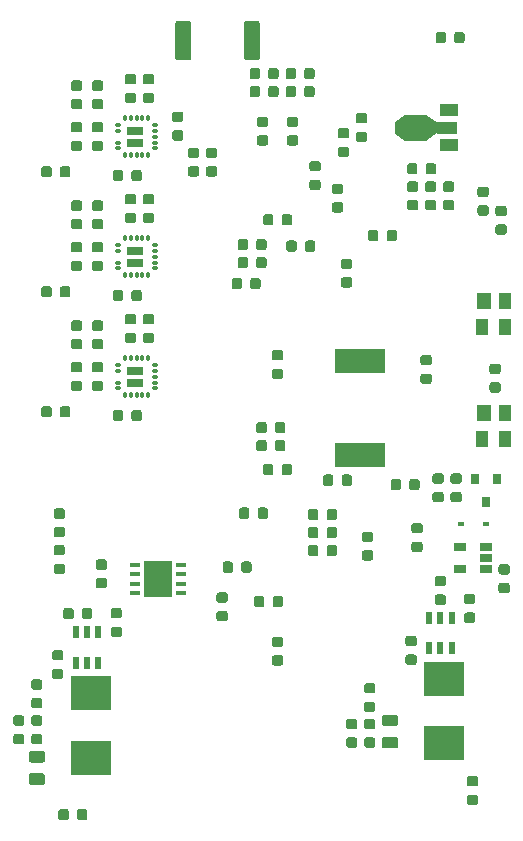
<source format=gbp>
G04 #@! TF.GenerationSoftware,KiCad,Pcbnew,(5.1.5)-3*
G04 #@! TF.CreationDate,2021-07-31T13:35:11-07:00*
G04 #@! TF.ProjectId,allfc,616c6c66-632e-46b6-9963-61645f706362,rev?*
G04 #@! TF.SameCoordinates,Original*
G04 #@! TF.FileFunction,Paste,Bot*
G04 #@! TF.FilePolarity,Positive*
%FSLAX46Y46*%
G04 Gerber Fmt 4.6, Leading zero omitted, Abs format (unit mm)*
G04 Created by KiCad (PCBNEW (5.1.5)-3) date 2021-07-31 13:35:11*
%MOMM*%
%LPD*%
G04 APERTURE LIST*
%ADD10C,0.127000*%
%ADD11R,3.500000X2.950000*%
%ADD12R,0.550000X1.050000*%
%ADD13R,1.060000X0.650000*%
%ADD14R,0.800000X0.900000*%
%ADD15R,0.600000X0.450000*%
%ADD16R,1.350000X0.800000*%
%ADD17O,0.300000X0.650000*%
%ADD18O,0.650000X0.300000*%
%ADD19R,2.400000X3.100000*%
%ADD20R,0.850000X0.350000*%
%ADD21R,1.840000X2.200000*%
%ADD22R,1.500000X1.000000*%
%ADD23R,1.800000X1.000000*%
%ADD24R,1.000000X1.400000*%
%ADD25R,1.200000X1.400000*%
%ADD26R,4.200000X2.000000*%
G04 APERTURE END LIST*
D10*
G36*
X89709505Y-70716204D02*
G01*
X89733773Y-70719804D01*
X89757572Y-70725765D01*
X89780671Y-70734030D01*
X89802850Y-70744520D01*
X89823893Y-70757132D01*
X89843599Y-70771747D01*
X89861777Y-70788223D01*
X89878253Y-70806401D01*
X89892868Y-70826107D01*
X89905480Y-70847150D01*
X89915970Y-70869329D01*
X89924235Y-70892428D01*
X89930196Y-70916227D01*
X89933796Y-70940495D01*
X89935000Y-70964999D01*
X89935000Y-73815001D01*
X89933796Y-73839505D01*
X89930196Y-73863773D01*
X89924235Y-73887572D01*
X89915970Y-73910671D01*
X89905480Y-73932850D01*
X89892868Y-73953893D01*
X89878253Y-73973599D01*
X89861777Y-73991777D01*
X89843599Y-74008253D01*
X89823893Y-74022868D01*
X89802850Y-74035480D01*
X89780671Y-74045970D01*
X89757572Y-74054235D01*
X89733773Y-74060196D01*
X89709505Y-74063796D01*
X89685001Y-74065000D01*
X88834999Y-74065000D01*
X88810495Y-74063796D01*
X88786227Y-74060196D01*
X88762428Y-74054235D01*
X88739329Y-74045970D01*
X88717150Y-74035480D01*
X88696107Y-74022868D01*
X88676401Y-74008253D01*
X88658223Y-73991777D01*
X88641747Y-73973599D01*
X88627132Y-73953893D01*
X88614520Y-73932850D01*
X88604030Y-73910671D01*
X88595765Y-73887572D01*
X88589804Y-73863773D01*
X88586204Y-73839505D01*
X88585000Y-73815001D01*
X88585000Y-70964999D01*
X88586204Y-70940495D01*
X88589804Y-70916227D01*
X88595765Y-70892428D01*
X88604030Y-70869329D01*
X88614520Y-70847150D01*
X88627132Y-70826107D01*
X88641747Y-70806401D01*
X88658223Y-70788223D01*
X88676401Y-70771747D01*
X88696107Y-70757132D01*
X88717150Y-70744520D01*
X88739329Y-70734030D01*
X88762428Y-70725765D01*
X88786227Y-70719804D01*
X88810495Y-70716204D01*
X88834999Y-70715000D01*
X89685001Y-70715000D01*
X89709505Y-70716204D01*
G37*
G36*
X83909505Y-70716204D02*
G01*
X83933773Y-70719804D01*
X83957572Y-70725765D01*
X83980671Y-70734030D01*
X84002850Y-70744520D01*
X84023893Y-70757132D01*
X84043599Y-70771747D01*
X84061777Y-70788223D01*
X84078253Y-70806401D01*
X84092868Y-70826107D01*
X84105480Y-70847150D01*
X84115970Y-70869329D01*
X84124235Y-70892428D01*
X84130196Y-70916227D01*
X84133796Y-70940495D01*
X84135000Y-70964999D01*
X84135000Y-73815001D01*
X84133796Y-73839505D01*
X84130196Y-73863773D01*
X84124235Y-73887572D01*
X84115970Y-73910671D01*
X84105480Y-73932850D01*
X84092868Y-73953893D01*
X84078253Y-73973599D01*
X84061777Y-73991777D01*
X84043599Y-74008253D01*
X84023893Y-74022868D01*
X84002850Y-74035480D01*
X83980671Y-74045970D01*
X83957572Y-74054235D01*
X83933773Y-74060196D01*
X83909505Y-74063796D01*
X83885001Y-74065000D01*
X83034999Y-74065000D01*
X83010495Y-74063796D01*
X82986227Y-74060196D01*
X82962428Y-74054235D01*
X82939329Y-74045970D01*
X82917150Y-74035480D01*
X82896107Y-74022868D01*
X82876401Y-74008253D01*
X82858223Y-73991777D01*
X82841747Y-73973599D01*
X82827132Y-73953893D01*
X82814520Y-73932850D01*
X82804030Y-73910671D01*
X82795765Y-73887572D01*
X82789804Y-73863773D01*
X82786204Y-73839505D01*
X82785000Y-73815001D01*
X82785000Y-70964999D01*
X82786204Y-70940495D01*
X82789804Y-70916227D01*
X82795765Y-70892428D01*
X82804030Y-70869329D01*
X82814520Y-70847150D01*
X82827132Y-70826107D01*
X82841747Y-70806401D01*
X82858223Y-70788223D01*
X82876401Y-70771747D01*
X82896107Y-70757132D01*
X82917150Y-70744520D01*
X82939329Y-70734030D01*
X82962428Y-70725765D01*
X82986227Y-70719804D01*
X83010495Y-70716204D01*
X83034999Y-70715000D01*
X83885001Y-70715000D01*
X83909505Y-70716204D01*
G37*
G36*
X91324691Y-76234053D02*
G01*
X91345926Y-76237203D01*
X91366750Y-76242419D01*
X91386962Y-76249651D01*
X91406368Y-76258830D01*
X91424781Y-76269866D01*
X91442024Y-76282654D01*
X91457930Y-76297070D01*
X91472346Y-76312976D01*
X91485134Y-76330219D01*
X91496170Y-76348632D01*
X91505349Y-76368038D01*
X91512581Y-76388250D01*
X91517797Y-76409074D01*
X91520947Y-76430309D01*
X91522000Y-76451750D01*
X91522000Y-76964250D01*
X91520947Y-76985691D01*
X91517797Y-77006926D01*
X91512581Y-77027750D01*
X91505349Y-77047962D01*
X91496170Y-77067368D01*
X91485134Y-77085781D01*
X91472346Y-77103024D01*
X91457930Y-77118930D01*
X91442024Y-77133346D01*
X91424781Y-77146134D01*
X91406368Y-77157170D01*
X91386962Y-77166349D01*
X91366750Y-77173581D01*
X91345926Y-77178797D01*
X91324691Y-77181947D01*
X91303250Y-77183000D01*
X90865750Y-77183000D01*
X90844309Y-77181947D01*
X90823074Y-77178797D01*
X90802250Y-77173581D01*
X90782038Y-77166349D01*
X90762632Y-77157170D01*
X90744219Y-77146134D01*
X90726976Y-77133346D01*
X90711070Y-77118930D01*
X90696654Y-77103024D01*
X90683866Y-77085781D01*
X90672830Y-77067368D01*
X90663651Y-77047962D01*
X90656419Y-77027750D01*
X90651203Y-77006926D01*
X90648053Y-76985691D01*
X90647000Y-76964250D01*
X90647000Y-76451750D01*
X90648053Y-76430309D01*
X90651203Y-76409074D01*
X90656419Y-76388250D01*
X90663651Y-76368038D01*
X90672830Y-76348632D01*
X90683866Y-76330219D01*
X90696654Y-76312976D01*
X90711070Y-76297070D01*
X90726976Y-76282654D01*
X90744219Y-76269866D01*
X90762632Y-76258830D01*
X90782038Y-76249651D01*
X90802250Y-76242419D01*
X90823074Y-76237203D01*
X90844309Y-76234053D01*
X90865750Y-76233000D01*
X91303250Y-76233000D01*
X91324691Y-76234053D01*
G37*
G36*
X89749691Y-76234053D02*
G01*
X89770926Y-76237203D01*
X89791750Y-76242419D01*
X89811962Y-76249651D01*
X89831368Y-76258830D01*
X89849781Y-76269866D01*
X89867024Y-76282654D01*
X89882930Y-76297070D01*
X89897346Y-76312976D01*
X89910134Y-76330219D01*
X89921170Y-76348632D01*
X89930349Y-76368038D01*
X89937581Y-76388250D01*
X89942797Y-76409074D01*
X89945947Y-76430309D01*
X89947000Y-76451750D01*
X89947000Y-76964250D01*
X89945947Y-76985691D01*
X89942797Y-77006926D01*
X89937581Y-77027750D01*
X89930349Y-77047962D01*
X89921170Y-77067368D01*
X89910134Y-77085781D01*
X89897346Y-77103024D01*
X89882930Y-77118930D01*
X89867024Y-77133346D01*
X89849781Y-77146134D01*
X89831368Y-77157170D01*
X89811962Y-77166349D01*
X89791750Y-77173581D01*
X89770926Y-77178797D01*
X89749691Y-77181947D01*
X89728250Y-77183000D01*
X89290750Y-77183000D01*
X89269309Y-77181947D01*
X89248074Y-77178797D01*
X89227250Y-77173581D01*
X89207038Y-77166349D01*
X89187632Y-77157170D01*
X89169219Y-77146134D01*
X89151976Y-77133346D01*
X89136070Y-77118930D01*
X89121654Y-77103024D01*
X89108866Y-77085781D01*
X89097830Y-77067368D01*
X89088651Y-77047962D01*
X89081419Y-77027750D01*
X89076203Y-77006926D01*
X89073053Y-76985691D01*
X89072000Y-76964250D01*
X89072000Y-76451750D01*
X89073053Y-76430309D01*
X89076203Y-76409074D01*
X89081419Y-76388250D01*
X89088651Y-76368038D01*
X89097830Y-76348632D01*
X89108866Y-76330219D01*
X89121654Y-76312976D01*
X89136070Y-76297070D01*
X89151976Y-76282654D01*
X89169219Y-76269866D01*
X89187632Y-76258830D01*
X89207038Y-76249651D01*
X89227250Y-76242419D01*
X89248074Y-76237203D01*
X89269309Y-76234053D01*
X89290750Y-76233000D01*
X89728250Y-76233000D01*
X89749691Y-76234053D01*
G37*
G36*
X103084691Y-82774553D02*
G01*
X103105926Y-82777703D01*
X103126750Y-82782919D01*
X103146962Y-82790151D01*
X103166368Y-82799330D01*
X103184781Y-82810366D01*
X103202024Y-82823154D01*
X103217930Y-82837570D01*
X103232346Y-82853476D01*
X103245134Y-82870719D01*
X103256170Y-82889132D01*
X103265349Y-82908538D01*
X103272581Y-82928750D01*
X103277797Y-82949574D01*
X103280947Y-82970809D01*
X103282000Y-82992250D01*
X103282000Y-83504750D01*
X103280947Y-83526191D01*
X103277797Y-83547426D01*
X103272581Y-83568250D01*
X103265349Y-83588462D01*
X103256170Y-83607868D01*
X103245134Y-83626281D01*
X103232346Y-83643524D01*
X103217930Y-83659430D01*
X103202024Y-83673846D01*
X103184781Y-83686634D01*
X103166368Y-83697670D01*
X103146962Y-83706849D01*
X103126750Y-83714081D01*
X103105926Y-83719297D01*
X103084691Y-83722447D01*
X103063250Y-83723500D01*
X102625750Y-83723500D01*
X102604309Y-83722447D01*
X102583074Y-83719297D01*
X102562250Y-83714081D01*
X102542038Y-83706849D01*
X102522632Y-83697670D01*
X102504219Y-83686634D01*
X102486976Y-83673846D01*
X102471070Y-83659430D01*
X102456654Y-83643524D01*
X102443866Y-83626281D01*
X102432830Y-83607868D01*
X102423651Y-83588462D01*
X102416419Y-83568250D01*
X102411203Y-83547426D01*
X102408053Y-83526191D01*
X102407000Y-83504750D01*
X102407000Y-82992250D01*
X102408053Y-82970809D01*
X102411203Y-82949574D01*
X102416419Y-82928750D01*
X102423651Y-82908538D01*
X102432830Y-82889132D01*
X102443866Y-82870719D01*
X102456654Y-82853476D01*
X102471070Y-82837570D01*
X102486976Y-82823154D01*
X102504219Y-82810366D01*
X102522632Y-82799330D01*
X102542038Y-82790151D01*
X102562250Y-82782919D01*
X102583074Y-82777703D01*
X102604309Y-82774553D01*
X102625750Y-82773500D01*
X103063250Y-82773500D01*
X103084691Y-82774553D01*
G37*
G36*
X104659691Y-82774553D02*
G01*
X104680926Y-82777703D01*
X104701750Y-82782919D01*
X104721962Y-82790151D01*
X104741368Y-82799330D01*
X104759781Y-82810366D01*
X104777024Y-82823154D01*
X104792930Y-82837570D01*
X104807346Y-82853476D01*
X104820134Y-82870719D01*
X104831170Y-82889132D01*
X104840349Y-82908538D01*
X104847581Y-82928750D01*
X104852797Y-82949574D01*
X104855947Y-82970809D01*
X104857000Y-82992250D01*
X104857000Y-83504750D01*
X104855947Y-83526191D01*
X104852797Y-83547426D01*
X104847581Y-83568250D01*
X104840349Y-83588462D01*
X104831170Y-83607868D01*
X104820134Y-83626281D01*
X104807346Y-83643524D01*
X104792930Y-83659430D01*
X104777024Y-83673846D01*
X104759781Y-83686634D01*
X104741368Y-83697670D01*
X104721962Y-83706849D01*
X104701750Y-83714081D01*
X104680926Y-83719297D01*
X104659691Y-83722447D01*
X104638250Y-83723500D01*
X104200750Y-83723500D01*
X104179309Y-83722447D01*
X104158074Y-83719297D01*
X104137250Y-83714081D01*
X104117038Y-83706849D01*
X104097632Y-83697670D01*
X104079219Y-83686634D01*
X104061976Y-83673846D01*
X104046070Y-83659430D01*
X104031654Y-83643524D01*
X104018866Y-83626281D01*
X104007830Y-83607868D01*
X103998651Y-83588462D01*
X103991419Y-83568250D01*
X103986203Y-83547426D01*
X103983053Y-83526191D01*
X103982000Y-83504750D01*
X103982000Y-82992250D01*
X103983053Y-82970809D01*
X103986203Y-82949574D01*
X103991419Y-82928750D01*
X103998651Y-82908538D01*
X104007830Y-82889132D01*
X104018866Y-82870719D01*
X104031654Y-82853476D01*
X104046070Y-82837570D01*
X104061976Y-82823154D01*
X104079219Y-82810366D01*
X104097632Y-82799330D01*
X104117038Y-82790151D01*
X104137250Y-82782919D01*
X104158074Y-82777703D01*
X104179309Y-82774553D01*
X104200750Y-82773500D01*
X104638250Y-82773500D01*
X104659691Y-82774553D01*
G37*
G36*
X105497691Y-71662053D02*
G01*
X105518926Y-71665203D01*
X105539750Y-71670419D01*
X105559962Y-71677651D01*
X105579368Y-71686830D01*
X105597781Y-71697866D01*
X105615024Y-71710654D01*
X105630930Y-71725070D01*
X105645346Y-71740976D01*
X105658134Y-71758219D01*
X105669170Y-71776632D01*
X105678349Y-71796038D01*
X105685581Y-71816250D01*
X105690797Y-71837074D01*
X105693947Y-71858309D01*
X105695000Y-71879750D01*
X105695000Y-72392250D01*
X105693947Y-72413691D01*
X105690797Y-72434926D01*
X105685581Y-72455750D01*
X105678349Y-72475962D01*
X105669170Y-72495368D01*
X105658134Y-72513781D01*
X105645346Y-72531024D01*
X105630930Y-72546930D01*
X105615024Y-72561346D01*
X105597781Y-72574134D01*
X105579368Y-72585170D01*
X105559962Y-72594349D01*
X105539750Y-72601581D01*
X105518926Y-72606797D01*
X105497691Y-72609947D01*
X105476250Y-72611000D01*
X105038750Y-72611000D01*
X105017309Y-72609947D01*
X104996074Y-72606797D01*
X104975250Y-72601581D01*
X104955038Y-72594349D01*
X104935632Y-72585170D01*
X104917219Y-72574134D01*
X104899976Y-72561346D01*
X104884070Y-72546930D01*
X104869654Y-72531024D01*
X104856866Y-72513781D01*
X104845830Y-72495368D01*
X104836651Y-72475962D01*
X104829419Y-72455750D01*
X104824203Y-72434926D01*
X104821053Y-72413691D01*
X104820000Y-72392250D01*
X104820000Y-71879750D01*
X104821053Y-71858309D01*
X104824203Y-71837074D01*
X104829419Y-71816250D01*
X104836651Y-71796038D01*
X104845830Y-71776632D01*
X104856866Y-71758219D01*
X104869654Y-71740976D01*
X104884070Y-71725070D01*
X104899976Y-71710654D01*
X104917219Y-71697866D01*
X104935632Y-71686830D01*
X104955038Y-71677651D01*
X104975250Y-71670419D01*
X104996074Y-71665203D01*
X105017309Y-71662053D01*
X105038750Y-71661000D01*
X105476250Y-71661000D01*
X105497691Y-71662053D01*
G37*
G36*
X107072691Y-71662053D02*
G01*
X107093926Y-71665203D01*
X107114750Y-71670419D01*
X107134962Y-71677651D01*
X107154368Y-71686830D01*
X107172781Y-71697866D01*
X107190024Y-71710654D01*
X107205930Y-71725070D01*
X107220346Y-71740976D01*
X107233134Y-71758219D01*
X107244170Y-71776632D01*
X107253349Y-71796038D01*
X107260581Y-71816250D01*
X107265797Y-71837074D01*
X107268947Y-71858309D01*
X107270000Y-71879750D01*
X107270000Y-72392250D01*
X107268947Y-72413691D01*
X107265797Y-72434926D01*
X107260581Y-72455750D01*
X107253349Y-72475962D01*
X107244170Y-72495368D01*
X107233134Y-72513781D01*
X107220346Y-72531024D01*
X107205930Y-72546930D01*
X107190024Y-72561346D01*
X107172781Y-72574134D01*
X107154368Y-72585170D01*
X107134962Y-72594349D01*
X107114750Y-72601581D01*
X107093926Y-72606797D01*
X107072691Y-72609947D01*
X107051250Y-72611000D01*
X106613750Y-72611000D01*
X106592309Y-72609947D01*
X106571074Y-72606797D01*
X106550250Y-72601581D01*
X106530038Y-72594349D01*
X106510632Y-72585170D01*
X106492219Y-72574134D01*
X106474976Y-72561346D01*
X106459070Y-72546930D01*
X106444654Y-72531024D01*
X106431866Y-72513781D01*
X106420830Y-72495368D01*
X106411651Y-72475962D01*
X106404419Y-72455750D01*
X106399203Y-72434926D01*
X106396053Y-72413691D01*
X106395000Y-72392250D01*
X106395000Y-71879750D01*
X106396053Y-71858309D01*
X106399203Y-71837074D01*
X106404419Y-71816250D01*
X106411651Y-71796038D01*
X106420830Y-71776632D01*
X106431866Y-71758219D01*
X106444654Y-71740976D01*
X106459070Y-71725070D01*
X106474976Y-71710654D01*
X106492219Y-71697866D01*
X106510632Y-71686830D01*
X106530038Y-71677651D01*
X106550250Y-71670419D01*
X106571074Y-71665203D01*
X106592309Y-71662053D01*
X106613750Y-71661000D01*
X107051250Y-71661000D01*
X107072691Y-71662053D01*
G37*
G36*
X108227691Y-134666053D02*
G01*
X108248926Y-134669203D01*
X108269750Y-134674419D01*
X108289962Y-134681651D01*
X108309368Y-134690830D01*
X108327781Y-134701866D01*
X108345024Y-134714654D01*
X108360930Y-134729070D01*
X108375346Y-134744976D01*
X108388134Y-134762219D01*
X108399170Y-134780632D01*
X108408349Y-134800038D01*
X108415581Y-134820250D01*
X108420797Y-134841074D01*
X108423947Y-134862309D01*
X108425000Y-134883750D01*
X108425000Y-135321250D01*
X108423947Y-135342691D01*
X108420797Y-135363926D01*
X108415581Y-135384750D01*
X108408349Y-135404962D01*
X108399170Y-135424368D01*
X108388134Y-135442781D01*
X108375346Y-135460024D01*
X108360930Y-135475930D01*
X108345024Y-135490346D01*
X108327781Y-135503134D01*
X108309368Y-135514170D01*
X108289962Y-135523349D01*
X108269750Y-135530581D01*
X108248926Y-135535797D01*
X108227691Y-135538947D01*
X108206250Y-135540000D01*
X107693750Y-135540000D01*
X107672309Y-135538947D01*
X107651074Y-135535797D01*
X107630250Y-135530581D01*
X107610038Y-135523349D01*
X107590632Y-135514170D01*
X107572219Y-135503134D01*
X107554976Y-135490346D01*
X107539070Y-135475930D01*
X107524654Y-135460024D01*
X107511866Y-135442781D01*
X107500830Y-135424368D01*
X107491651Y-135404962D01*
X107484419Y-135384750D01*
X107479203Y-135363926D01*
X107476053Y-135342691D01*
X107475000Y-135321250D01*
X107475000Y-134883750D01*
X107476053Y-134862309D01*
X107479203Y-134841074D01*
X107484419Y-134820250D01*
X107491651Y-134800038D01*
X107500830Y-134780632D01*
X107511866Y-134762219D01*
X107524654Y-134744976D01*
X107539070Y-134729070D01*
X107554976Y-134714654D01*
X107572219Y-134701866D01*
X107590632Y-134690830D01*
X107610038Y-134681651D01*
X107630250Y-134674419D01*
X107651074Y-134669203D01*
X107672309Y-134666053D01*
X107693750Y-134665000D01*
X108206250Y-134665000D01*
X108227691Y-134666053D01*
G37*
G36*
X108227691Y-136241053D02*
G01*
X108248926Y-136244203D01*
X108269750Y-136249419D01*
X108289962Y-136256651D01*
X108309368Y-136265830D01*
X108327781Y-136276866D01*
X108345024Y-136289654D01*
X108360930Y-136304070D01*
X108375346Y-136319976D01*
X108388134Y-136337219D01*
X108399170Y-136355632D01*
X108408349Y-136375038D01*
X108415581Y-136395250D01*
X108420797Y-136416074D01*
X108423947Y-136437309D01*
X108425000Y-136458750D01*
X108425000Y-136896250D01*
X108423947Y-136917691D01*
X108420797Y-136938926D01*
X108415581Y-136959750D01*
X108408349Y-136979962D01*
X108399170Y-136999368D01*
X108388134Y-137017781D01*
X108375346Y-137035024D01*
X108360930Y-137050930D01*
X108345024Y-137065346D01*
X108327781Y-137078134D01*
X108309368Y-137089170D01*
X108289962Y-137098349D01*
X108269750Y-137105581D01*
X108248926Y-137110797D01*
X108227691Y-137113947D01*
X108206250Y-137115000D01*
X107693750Y-137115000D01*
X107672309Y-137113947D01*
X107651074Y-137110797D01*
X107630250Y-137105581D01*
X107610038Y-137098349D01*
X107590632Y-137089170D01*
X107572219Y-137078134D01*
X107554976Y-137065346D01*
X107539070Y-137050930D01*
X107524654Y-137035024D01*
X107511866Y-137017781D01*
X107500830Y-136999368D01*
X107491651Y-136979962D01*
X107484419Y-136959750D01*
X107479203Y-136938926D01*
X107476053Y-136917691D01*
X107475000Y-136896250D01*
X107475000Y-136458750D01*
X107476053Y-136437309D01*
X107479203Y-136416074D01*
X107484419Y-136395250D01*
X107491651Y-136375038D01*
X107500830Y-136355632D01*
X107511866Y-136337219D01*
X107524654Y-136319976D01*
X107539070Y-136304070D01*
X107554976Y-136289654D01*
X107572219Y-136276866D01*
X107590632Y-136265830D01*
X107610038Y-136256651D01*
X107630250Y-136249419D01*
X107651074Y-136244203D01*
X107672309Y-136241053D01*
X107693750Y-136240000D01*
X108206250Y-136240000D01*
X108227691Y-136241053D01*
G37*
G36*
X73557191Y-137448053D02*
G01*
X73578426Y-137451203D01*
X73599250Y-137456419D01*
X73619462Y-137463651D01*
X73638868Y-137472830D01*
X73657281Y-137483866D01*
X73674524Y-137496654D01*
X73690430Y-137511070D01*
X73704846Y-137526976D01*
X73717634Y-137544219D01*
X73728670Y-137562632D01*
X73737849Y-137582038D01*
X73745081Y-137602250D01*
X73750297Y-137623074D01*
X73753447Y-137644309D01*
X73754500Y-137665750D01*
X73754500Y-138178250D01*
X73753447Y-138199691D01*
X73750297Y-138220926D01*
X73745081Y-138241750D01*
X73737849Y-138261962D01*
X73728670Y-138281368D01*
X73717634Y-138299781D01*
X73704846Y-138317024D01*
X73690430Y-138332930D01*
X73674524Y-138347346D01*
X73657281Y-138360134D01*
X73638868Y-138371170D01*
X73619462Y-138380349D01*
X73599250Y-138387581D01*
X73578426Y-138392797D01*
X73557191Y-138395947D01*
X73535750Y-138397000D01*
X73098250Y-138397000D01*
X73076809Y-138395947D01*
X73055574Y-138392797D01*
X73034750Y-138387581D01*
X73014538Y-138380349D01*
X72995132Y-138371170D01*
X72976719Y-138360134D01*
X72959476Y-138347346D01*
X72943570Y-138332930D01*
X72929154Y-138317024D01*
X72916366Y-138299781D01*
X72905330Y-138281368D01*
X72896151Y-138261962D01*
X72888919Y-138241750D01*
X72883703Y-138220926D01*
X72880553Y-138199691D01*
X72879500Y-138178250D01*
X72879500Y-137665750D01*
X72880553Y-137644309D01*
X72883703Y-137623074D01*
X72888919Y-137602250D01*
X72896151Y-137582038D01*
X72905330Y-137562632D01*
X72916366Y-137544219D01*
X72929154Y-137526976D01*
X72943570Y-137511070D01*
X72959476Y-137496654D01*
X72976719Y-137483866D01*
X72995132Y-137472830D01*
X73014538Y-137463651D01*
X73034750Y-137456419D01*
X73055574Y-137451203D01*
X73076809Y-137448053D01*
X73098250Y-137447000D01*
X73535750Y-137447000D01*
X73557191Y-137448053D01*
G37*
G36*
X75132191Y-137448053D02*
G01*
X75153426Y-137451203D01*
X75174250Y-137456419D01*
X75194462Y-137463651D01*
X75213868Y-137472830D01*
X75232281Y-137483866D01*
X75249524Y-137496654D01*
X75265430Y-137511070D01*
X75279846Y-137526976D01*
X75292634Y-137544219D01*
X75303670Y-137562632D01*
X75312849Y-137582038D01*
X75320081Y-137602250D01*
X75325297Y-137623074D01*
X75328447Y-137644309D01*
X75329500Y-137665750D01*
X75329500Y-138178250D01*
X75328447Y-138199691D01*
X75325297Y-138220926D01*
X75320081Y-138241750D01*
X75312849Y-138261962D01*
X75303670Y-138281368D01*
X75292634Y-138299781D01*
X75279846Y-138317024D01*
X75265430Y-138332930D01*
X75249524Y-138347346D01*
X75232281Y-138360134D01*
X75213868Y-138371170D01*
X75194462Y-138380349D01*
X75174250Y-138387581D01*
X75153426Y-138392797D01*
X75132191Y-138395947D01*
X75110750Y-138397000D01*
X74673250Y-138397000D01*
X74651809Y-138395947D01*
X74630574Y-138392797D01*
X74609750Y-138387581D01*
X74589538Y-138380349D01*
X74570132Y-138371170D01*
X74551719Y-138360134D01*
X74534476Y-138347346D01*
X74518570Y-138332930D01*
X74504154Y-138317024D01*
X74491366Y-138299781D01*
X74480330Y-138281368D01*
X74471151Y-138261962D01*
X74463919Y-138241750D01*
X74458703Y-138220926D01*
X74455553Y-138199691D01*
X74454500Y-138178250D01*
X74454500Y-137665750D01*
X74455553Y-137644309D01*
X74458703Y-137623074D01*
X74463919Y-137602250D01*
X74471151Y-137582038D01*
X74480330Y-137562632D01*
X74491366Y-137544219D01*
X74504154Y-137526976D01*
X74518570Y-137511070D01*
X74534476Y-137496654D01*
X74551719Y-137483866D01*
X74570132Y-137472830D01*
X74589538Y-137463651D01*
X74609750Y-137456419D01*
X74630574Y-137451203D01*
X74651809Y-137448053D01*
X74673250Y-137447000D01*
X75110750Y-137447000D01*
X75132191Y-137448053D01*
G37*
G36*
X110132691Y-101316053D02*
G01*
X110153926Y-101319203D01*
X110174750Y-101324419D01*
X110194962Y-101331651D01*
X110214368Y-101340830D01*
X110232781Y-101351866D01*
X110250024Y-101364654D01*
X110265930Y-101379070D01*
X110280346Y-101394976D01*
X110293134Y-101412219D01*
X110304170Y-101430632D01*
X110313349Y-101450038D01*
X110320581Y-101470250D01*
X110325797Y-101491074D01*
X110328947Y-101512309D01*
X110330000Y-101533750D01*
X110330000Y-101971250D01*
X110328947Y-101992691D01*
X110325797Y-102013926D01*
X110320581Y-102034750D01*
X110313349Y-102054962D01*
X110304170Y-102074368D01*
X110293134Y-102092781D01*
X110280346Y-102110024D01*
X110265930Y-102125930D01*
X110250024Y-102140346D01*
X110232781Y-102153134D01*
X110214368Y-102164170D01*
X110194962Y-102173349D01*
X110174750Y-102180581D01*
X110153926Y-102185797D01*
X110132691Y-102188947D01*
X110111250Y-102190000D01*
X109598750Y-102190000D01*
X109577309Y-102188947D01*
X109556074Y-102185797D01*
X109535250Y-102180581D01*
X109515038Y-102173349D01*
X109495632Y-102164170D01*
X109477219Y-102153134D01*
X109459976Y-102140346D01*
X109444070Y-102125930D01*
X109429654Y-102110024D01*
X109416866Y-102092781D01*
X109405830Y-102074368D01*
X109396651Y-102054962D01*
X109389419Y-102034750D01*
X109384203Y-102013926D01*
X109381053Y-101992691D01*
X109380000Y-101971250D01*
X109380000Y-101533750D01*
X109381053Y-101512309D01*
X109384203Y-101491074D01*
X109389419Y-101470250D01*
X109396651Y-101450038D01*
X109405830Y-101430632D01*
X109416866Y-101412219D01*
X109429654Y-101394976D01*
X109444070Y-101379070D01*
X109459976Y-101364654D01*
X109477219Y-101351866D01*
X109495632Y-101340830D01*
X109515038Y-101331651D01*
X109535250Y-101324419D01*
X109556074Y-101319203D01*
X109577309Y-101316053D01*
X109598750Y-101315000D01*
X110111250Y-101315000D01*
X110132691Y-101316053D01*
G37*
G36*
X110132691Y-99741053D02*
G01*
X110153926Y-99744203D01*
X110174750Y-99749419D01*
X110194962Y-99756651D01*
X110214368Y-99765830D01*
X110232781Y-99776866D01*
X110250024Y-99789654D01*
X110265930Y-99804070D01*
X110280346Y-99819976D01*
X110293134Y-99837219D01*
X110304170Y-99855632D01*
X110313349Y-99875038D01*
X110320581Y-99895250D01*
X110325797Y-99916074D01*
X110328947Y-99937309D01*
X110330000Y-99958750D01*
X110330000Y-100396250D01*
X110328947Y-100417691D01*
X110325797Y-100438926D01*
X110320581Y-100459750D01*
X110313349Y-100479962D01*
X110304170Y-100499368D01*
X110293134Y-100517781D01*
X110280346Y-100535024D01*
X110265930Y-100550930D01*
X110250024Y-100565346D01*
X110232781Y-100578134D01*
X110214368Y-100589170D01*
X110194962Y-100598349D01*
X110174750Y-100605581D01*
X110153926Y-100610797D01*
X110132691Y-100613947D01*
X110111250Y-100615000D01*
X109598750Y-100615000D01*
X109577309Y-100613947D01*
X109556074Y-100610797D01*
X109535250Y-100605581D01*
X109515038Y-100598349D01*
X109495632Y-100589170D01*
X109477219Y-100578134D01*
X109459976Y-100565346D01*
X109444070Y-100550930D01*
X109429654Y-100535024D01*
X109416866Y-100517781D01*
X109405830Y-100499368D01*
X109396651Y-100479962D01*
X109389419Y-100459750D01*
X109384203Y-100438926D01*
X109381053Y-100417691D01*
X109380000Y-100396250D01*
X109380000Y-99958750D01*
X109381053Y-99937309D01*
X109384203Y-99916074D01*
X109389419Y-99895250D01*
X109396651Y-99875038D01*
X109405830Y-99855632D01*
X109416866Y-99837219D01*
X109429654Y-99819976D01*
X109444070Y-99804070D01*
X109459976Y-99789654D01*
X109477219Y-99776866D01*
X109495632Y-99765830D01*
X109515038Y-99756651D01*
X109535250Y-99749419D01*
X109556074Y-99744203D01*
X109577309Y-99741053D01*
X109598750Y-99740000D01*
X110111250Y-99740000D01*
X110132691Y-99741053D01*
G37*
G36*
X94372691Y-76234053D02*
G01*
X94393926Y-76237203D01*
X94414750Y-76242419D01*
X94434962Y-76249651D01*
X94454368Y-76258830D01*
X94472781Y-76269866D01*
X94490024Y-76282654D01*
X94505930Y-76297070D01*
X94520346Y-76312976D01*
X94533134Y-76330219D01*
X94544170Y-76348632D01*
X94553349Y-76368038D01*
X94560581Y-76388250D01*
X94565797Y-76409074D01*
X94568947Y-76430309D01*
X94570000Y-76451750D01*
X94570000Y-76964250D01*
X94568947Y-76985691D01*
X94565797Y-77006926D01*
X94560581Y-77027750D01*
X94553349Y-77047962D01*
X94544170Y-77067368D01*
X94533134Y-77085781D01*
X94520346Y-77103024D01*
X94505930Y-77118930D01*
X94490024Y-77133346D01*
X94472781Y-77146134D01*
X94454368Y-77157170D01*
X94434962Y-77166349D01*
X94414750Y-77173581D01*
X94393926Y-77178797D01*
X94372691Y-77181947D01*
X94351250Y-77183000D01*
X93913750Y-77183000D01*
X93892309Y-77181947D01*
X93871074Y-77178797D01*
X93850250Y-77173581D01*
X93830038Y-77166349D01*
X93810632Y-77157170D01*
X93792219Y-77146134D01*
X93774976Y-77133346D01*
X93759070Y-77118930D01*
X93744654Y-77103024D01*
X93731866Y-77085781D01*
X93720830Y-77067368D01*
X93711651Y-77047962D01*
X93704419Y-77027750D01*
X93699203Y-77006926D01*
X93696053Y-76985691D01*
X93695000Y-76964250D01*
X93695000Y-76451750D01*
X93696053Y-76430309D01*
X93699203Y-76409074D01*
X93704419Y-76388250D01*
X93711651Y-76368038D01*
X93720830Y-76348632D01*
X93731866Y-76330219D01*
X93744654Y-76312976D01*
X93759070Y-76297070D01*
X93774976Y-76282654D01*
X93792219Y-76269866D01*
X93810632Y-76258830D01*
X93830038Y-76249651D01*
X93850250Y-76242419D01*
X93871074Y-76237203D01*
X93892309Y-76234053D01*
X93913750Y-76233000D01*
X94351250Y-76233000D01*
X94372691Y-76234053D01*
G37*
G36*
X92797691Y-76234053D02*
G01*
X92818926Y-76237203D01*
X92839750Y-76242419D01*
X92859962Y-76249651D01*
X92879368Y-76258830D01*
X92897781Y-76269866D01*
X92915024Y-76282654D01*
X92930930Y-76297070D01*
X92945346Y-76312976D01*
X92958134Y-76330219D01*
X92969170Y-76348632D01*
X92978349Y-76368038D01*
X92985581Y-76388250D01*
X92990797Y-76409074D01*
X92993947Y-76430309D01*
X92995000Y-76451750D01*
X92995000Y-76964250D01*
X92993947Y-76985691D01*
X92990797Y-77006926D01*
X92985581Y-77027750D01*
X92978349Y-77047962D01*
X92969170Y-77067368D01*
X92958134Y-77085781D01*
X92945346Y-77103024D01*
X92930930Y-77118930D01*
X92915024Y-77133346D01*
X92897781Y-77146134D01*
X92879368Y-77157170D01*
X92859962Y-77166349D01*
X92839750Y-77173581D01*
X92818926Y-77178797D01*
X92797691Y-77181947D01*
X92776250Y-77183000D01*
X92338750Y-77183000D01*
X92317309Y-77181947D01*
X92296074Y-77178797D01*
X92275250Y-77173581D01*
X92255038Y-77166349D01*
X92235632Y-77157170D01*
X92217219Y-77146134D01*
X92199976Y-77133346D01*
X92184070Y-77118930D01*
X92169654Y-77103024D01*
X92156866Y-77085781D01*
X92145830Y-77067368D01*
X92136651Y-77047962D01*
X92129419Y-77027750D01*
X92124203Y-77006926D01*
X92121053Y-76985691D01*
X92120000Y-76964250D01*
X92120000Y-76451750D01*
X92121053Y-76430309D01*
X92124203Y-76409074D01*
X92129419Y-76388250D01*
X92136651Y-76368038D01*
X92145830Y-76348632D01*
X92156866Y-76330219D01*
X92169654Y-76312976D01*
X92184070Y-76297070D01*
X92199976Y-76282654D01*
X92217219Y-76269866D01*
X92235632Y-76258830D01*
X92255038Y-76249651D01*
X92275250Y-76242419D01*
X92296074Y-76237203D01*
X92317309Y-76234053D01*
X92338750Y-76233000D01*
X92776250Y-76233000D01*
X92797691Y-76234053D01*
G37*
G36*
X91324691Y-74710053D02*
G01*
X91345926Y-74713203D01*
X91366750Y-74718419D01*
X91386962Y-74725651D01*
X91406368Y-74734830D01*
X91424781Y-74745866D01*
X91442024Y-74758654D01*
X91457930Y-74773070D01*
X91472346Y-74788976D01*
X91485134Y-74806219D01*
X91496170Y-74824632D01*
X91505349Y-74844038D01*
X91512581Y-74864250D01*
X91517797Y-74885074D01*
X91520947Y-74906309D01*
X91522000Y-74927750D01*
X91522000Y-75440250D01*
X91520947Y-75461691D01*
X91517797Y-75482926D01*
X91512581Y-75503750D01*
X91505349Y-75523962D01*
X91496170Y-75543368D01*
X91485134Y-75561781D01*
X91472346Y-75579024D01*
X91457930Y-75594930D01*
X91442024Y-75609346D01*
X91424781Y-75622134D01*
X91406368Y-75633170D01*
X91386962Y-75642349D01*
X91366750Y-75649581D01*
X91345926Y-75654797D01*
X91324691Y-75657947D01*
X91303250Y-75659000D01*
X90865750Y-75659000D01*
X90844309Y-75657947D01*
X90823074Y-75654797D01*
X90802250Y-75649581D01*
X90782038Y-75642349D01*
X90762632Y-75633170D01*
X90744219Y-75622134D01*
X90726976Y-75609346D01*
X90711070Y-75594930D01*
X90696654Y-75579024D01*
X90683866Y-75561781D01*
X90672830Y-75543368D01*
X90663651Y-75523962D01*
X90656419Y-75503750D01*
X90651203Y-75482926D01*
X90648053Y-75461691D01*
X90647000Y-75440250D01*
X90647000Y-74927750D01*
X90648053Y-74906309D01*
X90651203Y-74885074D01*
X90656419Y-74864250D01*
X90663651Y-74844038D01*
X90672830Y-74824632D01*
X90683866Y-74806219D01*
X90696654Y-74788976D01*
X90711070Y-74773070D01*
X90726976Y-74758654D01*
X90744219Y-74745866D01*
X90762632Y-74734830D01*
X90782038Y-74725651D01*
X90802250Y-74718419D01*
X90823074Y-74713203D01*
X90844309Y-74710053D01*
X90865750Y-74709000D01*
X91303250Y-74709000D01*
X91324691Y-74710053D01*
G37*
G36*
X89749691Y-74710053D02*
G01*
X89770926Y-74713203D01*
X89791750Y-74718419D01*
X89811962Y-74725651D01*
X89831368Y-74734830D01*
X89849781Y-74745866D01*
X89867024Y-74758654D01*
X89882930Y-74773070D01*
X89897346Y-74788976D01*
X89910134Y-74806219D01*
X89921170Y-74824632D01*
X89930349Y-74844038D01*
X89937581Y-74864250D01*
X89942797Y-74885074D01*
X89945947Y-74906309D01*
X89947000Y-74927750D01*
X89947000Y-75440250D01*
X89945947Y-75461691D01*
X89942797Y-75482926D01*
X89937581Y-75503750D01*
X89930349Y-75523962D01*
X89921170Y-75543368D01*
X89910134Y-75561781D01*
X89897346Y-75579024D01*
X89882930Y-75594930D01*
X89867024Y-75609346D01*
X89849781Y-75622134D01*
X89831368Y-75633170D01*
X89811962Y-75642349D01*
X89791750Y-75649581D01*
X89770926Y-75654797D01*
X89749691Y-75657947D01*
X89728250Y-75659000D01*
X89290750Y-75659000D01*
X89269309Y-75657947D01*
X89248074Y-75654797D01*
X89227250Y-75649581D01*
X89207038Y-75642349D01*
X89187632Y-75633170D01*
X89169219Y-75622134D01*
X89151976Y-75609346D01*
X89136070Y-75594930D01*
X89121654Y-75579024D01*
X89108866Y-75561781D01*
X89097830Y-75543368D01*
X89088651Y-75523962D01*
X89081419Y-75503750D01*
X89076203Y-75482926D01*
X89073053Y-75461691D01*
X89072000Y-75440250D01*
X89072000Y-74927750D01*
X89073053Y-74906309D01*
X89076203Y-74885074D01*
X89081419Y-74864250D01*
X89088651Y-74844038D01*
X89097830Y-74824632D01*
X89108866Y-74806219D01*
X89121654Y-74788976D01*
X89136070Y-74773070D01*
X89151976Y-74758654D01*
X89169219Y-74745866D01*
X89187632Y-74734830D01*
X89207038Y-74725651D01*
X89227250Y-74718419D01*
X89248074Y-74713203D01*
X89269309Y-74710053D01*
X89290750Y-74709000D01*
X89728250Y-74709000D01*
X89749691Y-74710053D01*
G37*
G36*
X92797691Y-74710053D02*
G01*
X92818926Y-74713203D01*
X92839750Y-74718419D01*
X92859962Y-74725651D01*
X92879368Y-74734830D01*
X92897781Y-74745866D01*
X92915024Y-74758654D01*
X92930930Y-74773070D01*
X92945346Y-74788976D01*
X92958134Y-74806219D01*
X92969170Y-74824632D01*
X92978349Y-74844038D01*
X92985581Y-74864250D01*
X92990797Y-74885074D01*
X92993947Y-74906309D01*
X92995000Y-74927750D01*
X92995000Y-75440250D01*
X92993947Y-75461691D01*
X92990797Y-75482926D01*
X92985581Y-75503750D01*
X92978349Y-75523962D01*
X92969170Y-75543368D01*
X92958134Y-75561781D01*
X92945346Y-75579024D01*
X92930930Y-75594930D01*
X92915024Y-75609346D01*
X92897781Y-75622134D01*
X92879368Y-75633170D01*
X92859962Y-75642349D01*
X92839750Y-75649581D01*
X92818926Y-75654797D01*
X92797691Y-75657947D01*
X92776250Y-75659000D01*
X92338750Y-75659000D01*
X92317309Y-75657947D01*
X92296074Y-75654797D01*
X92275250Y-75649581D01*
X92255038Y-75642349D01*
X92235632Y-75633170D01*
X92217219Y-75622134D01*
X92199976Y-75609346D01*
X92184070Y-75594930D01*
X92169654Y-75579024D01*
X92156866Y-75561781D01*
X92145830Y-75543368D01*
X92136651Y-75523962D01*
X92129419Y-75503750D01*
X92124203Y-75482926D01*
X92121053Y-75461691D01*
X92120000Y-75440250D01*
X92120000Y-74927750D01*
X92121053Y-74906309D01*
X92124203Y-74885074D01*
X92129419Y-74864250D01*
X92136651Y-74844038D01*
X92145830Y-74824632D01*
X92156866Y-74806219D01*
X92169654Y-74788976D01*
X92184070Y-74773070D01*
X92199976Y-74758654D01*
X92217219Y-74745866D01*
X92235632Y-74734830D01*
X92255038Y-74725651D01*
X92275250Y-74718419D01*
X92296074Y-74713203D01*
X92317309Y-74710053D01*
X92338750Y-74709000D01*
X92776250Y-74709000D01*
X92797691Y-74710053D01*
G37*
G36*
X94372691Y-74710053D02*
G01*
X94393926Y-74713203D01*
X94414750Y-74718419D01*
X94434962Y-74725651D01*
X94454368Y-74734830D01*
X94472781Y-74745866D01*
X94490024Y-74758654D01*
X94505930Y-74773070D01*
X94520346Y-74788976D01*
X94533134Y-74806219D01*
X94544170Y-74824632D01*
X94553349Y-74844038D01*
X94560581Y-74864250D01*
X94565797Y-74885074D01*
X94568947Y-74906309D01*
X94570000Y-74927750D01*
X94570000Y-75440250D01*
X94568947Y-75461691D01*
X94565797Y-75482926D01*
X94560581Y-75503750D01*
X94553349Y-75523962D01*
X94544170Y-75543368D01*
X94533134Y-75561781D01*
X94520346Y-75579024D01*
X94505930Y-75594930D01*
X94490024Y-75609346D01*
X94472781Y-75622134D01*
X94454368Y-75633170D01*
X94434962Y-75642349D01*
X94414750Y-75649581D01*
X94393926Y-75654797D01*
X94372691Y-75657947D01*
X94351250Y-75659000D01*
X93913750Y-75659000D01*
X93892309Y-75657947D01*
X93871074Y-75654797D01*
X93850250Y-75649581D01*
X93830038Y-75642349D01*
X93810632Y-75633170D01*
X93792219Y-75622134D01*
X93774976Y-75609346D01*
X93759070Y-75594930D01*
X93744654Y-75579024D01*
X93731866Y-75561781D01*
X93720830Y-75543368D01*
X93711651Y-75523962D01*
X93704419Y-75503750D01*
X93699203Y-75482926D01*
X93696053Y-75461691D01*
X93695000Y-75440250D01*
X93695000Y-74927750D01*
X93696053Y-74906309D01*
X93699203Y-74885074D01*
X93704419Y-74864250D01*
X93711651Y-74844038D01*
X93720830Y-74824632D01*
X93731866Y-74806219D01*
X93744654Y-74788976D01*
X93759070Y-74773070D01*
X93774976Y-74758654D01*
X93792219Y-74745866D01*
X93810632Y-74734830D01*
X93830038Y-74725651D01*
X93850250Y-74718419D01*
X93871074Y-74713203D01*
X93892309Y-74710053D01*
X93913750Y-74709000D01*
X94351250Y-74709000D01*
X94372691Y-74710053D01*
G37*
G36*
X94436191Y-89315053D02*
G01*
X94457426Y-89318203D01*
X94478250Y-89323419D01*
X94498462Y-89330651D01*
X94517868Y-89339830D01*
X94536281Y-89350866D01*
X94553524Y-89363654D01*
X94569430Y-89378070D01*
X94583846Y-89393976D01*
X94596634Y-89411219D01*
X94607670Y-89429632D01*
X94616849Y-89449038D01*
X94624081Y-89469250D01*
X94629297Y-89490074D01*
X94632447Y-89511309D01*
X94633500Y-89532750D01*
X94633500Y-90045250D01*
X94632447Y-90066691D01*
X94629297Y-90087926D01*
X94624081Y-90108750D01*
X94616849Y-90128962D01*
X94607670Y-90148368D01*
X94596634Y-90166781D01*
X94583846Y-90184024D01*
X94569430Y-90199930D01*
X94553524Y-90214346D01*
X94536281Y-90227134D01*
X94517868Y-90238170D01*
X94498462Y-90247349D01*
X94478250Y-90254581D01*
X94457426Y-90259797D01*
X94436191Y-90262947D01*
X94414750Y-90264000D01*
X93977250Y-90264000D01*
X93955809Y-90262947D01*
X93934574Y-90259797D01*
X93913750Y-90254581D01*
X93893538Y-90247349D01*
X93874132Y-90238170D01*
X93855719Y-90227134D01*
X93838476Y-90214346D01*
X93822570Y-90199930D01*
X93808154Y-90184024D01*
X93795366Y-90166781D01*
X93784330Y-90148368D01*
X93775151Y-90128962D01*
X93767919Y-90108750D01*
X93762703Y-90087926D01*
X93759553Y-90066691D01*
X93758500Y-90045250D01*
X93758500Y-89532750D01*
X93759553Y-89511309D01*
X93762703Y-89490074D01*
X93767919Y-89469250D01*
X93775151Y-89449038D01*
X93784330Y-89429632D01*
X93795366Y-89411219D01*
X93808154Y-89393976D01*
X93822570Y-89378070D01*
X93838476Y-89363654D01*
X93855719Y-89350866D01*
X93874132Y-89339830D01*
X93893538Y-89330651D01*
X93913750Y-89323419D01*
X93934574Y-89318203D01*
X93955809Y-89315053D01*
X93977250Y-89314000D01*
X94414750Y-89314000D01*
X94436191Y-89315053D01*
G37*
G36*
X92861191Y-89315053D02*
G01*
X92882426Y-89318203D01*
X92903250Y-89323419D01*
X92923462Y-89330651D01*
X92942868Y-89339830D01*
X92961281Y-89350866D01*
X92978524Y-89363654D01*
X92994430Y-89378070D01*
X93008846Y-89393976D01*
X93021634Y-89411219D01*
X93032670Y-89429632D01*
X93041849Y-89449038D01*
X93049081Y-89469250D01*
X93054297Y-89490074D01*
X93057447Y-89511309D01*
X93058500Y-89532750D01*
X93058500Y-90045250D01*
X93057447Y-90066691D01*
X93054297Y-90087926D01*
X93049081Y-90108750D01*
X93041849Y-90128962D01*
X93032670Y-90148368D01*
X93021634Y-90166781D01*
X93008846Y-90184024D01*
X92994430Y-90199930D01*
X92978524Y-90214346D01*
X92961281Y-90227134D01*
X92942868Y-90238170D01*
X92923462Y-90247349D01*
X92903250Y-90254581D01*
X92882426Y-90259797D01*
X92861191Y-90262947D01*
X92839750Y-90264000D01*
X92402250Y-90264000D01*
X92380809Y-90262947D01*
X92359574Y-90259797D01*
X92338750Y-90254581D01*
X92318538Y-90247349D01*
X92299132Y-90238170D01*
X92280719Y-90227134D01*
X92263476Y-90214346D01*
X92247570Y-90199930D01*
X92233154Y-90184024D01*
X92220366Y-90166781D01*
X92209330Y-90148368D01*
X92200151Y-90128962D01*
X92192919Y-90108750D01*
X92187703Y-90087926D01*
X92184553Y-90066691D01*
X92183500Y-90045250D01*
X92183500Y-89532750D01*
X92184553Y-89511309D01*
X92187703Y-89490074D01*
X92192919Y-89469250D01*
X92200151Y-89449038D01*
X92209330Y-89429632D01*
X92220366Y-89411219D01*
X92233154Y-89393976D01*
X92247570Y-89378070D01*
X92263476Y-89363654D01*
X92280719Y-89350866D01*
X92299132Y-89339830D01*
X92318538Y-89330651D01*
X92338750Y-89323419D01*
X92359574Y-89318203D01*
X92380809Y-89315053D01*
X92402250Y-89314000D01*
X92839750Y-89314000D01*
X92861191Y-89315053D01*
G37*
G36*
X89800691Y-92490053D02*
G01*
X89821926Y-92493203D01*
X89842750Y-92498419D01*
X89862962Y-92505651D01*
X89882368Y-92514830D01*
X89900781Y-92525866D01*
X89918024Y-92538654D01*
X89933930Y-92553070D01*
X89948346Y-92568976D01*
X89961134Y-92586219D01*
X89972170Y-92604632D01*
X89981349Y-92624038D01*
X89988581Y-92644250D01*
X89993797Y-92665074D01*
X89996947Y-92686309D01*
X89998000Y-92707750D01*
X89998000Y-93220250D01*
X89996947Y-93241691D01*
X89993797Y-93262926D01*
X89988581Y-93283750D01*
X89981349Y-93303962D01*
X89972170Y-93323368D01*
X89961134Y-93341781D01*
X89948346Y-93359024D01*
X89933930Y-93374930D01*
X89918024Y-93389346D01*
X89900781Y-93402134D01*
X89882368Y-93413170D01*
X89862962Y-93422349D01*
X89842750Y-93429581D01*
X89821926Y-93434797D01*
X89800691Y-93437947D01*
X89779250Y-93439000D01*
X89341750Y-93439000D01*
X89320309Y-93437947D01*
X89299074Y-93434797D01*
X89278250Y-93429581D01*
X89258038Y-93422349D01*
X89238632Y-93413170D01*
X89220219Y-93402134D01*
X89202976Y-93389346D01*
X89187070Y-93374930D01*
X89172654Y-93359024D01*
X89159866Y-93341781D01*
X89148830Y-93323368D01*
X89139651Y-93303962D01*
X89132419Y-93283750D01*
X89127203Y-93262926D01*
X89124053Y-93241691D01*
X89123000Y-93220250D01*
X89123000Y-92707750D01*
X89124053Y-92686309D01*
X89127203Y-92665074D01*
X89132419Y-92644250D01*
X89139651Y-92624038D01*
X89148830Y-92604632D01*
X89159866Y-92586219D01*
X89172654Y-92568976D01*
X89187070Y-92553070D01*
X89202976Y-92538654D01*
X89220219Y-92525866D01*
X89238632Y-92514830D01*
X89258038Y-92505651D01*
X89278250Y-92498419D01*
X89299074Y-92493203D01*
X89320309Y-92490053D01*
X89341750Y-92489000D01*
X89779250Y-92489000D01*
X89800691Y-92490053D01*
G37*
G36*
X88225691Y-92490053D02*
G01*
X88246926Y-92493203D01*
X88267750Y-92498419D01*
X88287962Y-92505651D01*
X88307368Y-92514830D01*
X88325781Y-92525866D01*
X88343024Y-92538654D01*
X88358930Y-92553070D01*
X88373346Y-92568976D01*
X88386134Y-92586219D01*
X88397170Y-92604632D01*
X88406349Y-92624038D01*
X88413581Y-92644250D01*
X88418797Y-92665074D01*
X88421947Y-92686309D01*
X88423000Y-92707750D01*
X88423000Y-93220250D01*
X88421947Y-93241691D01*
X88418797Y-93262926D01*
X88413581Y-93283750D01*
X88406349Y-93303962D01*
X88397170Y-93323368D01*
X88386134Y-93341781D01*
X88373346Y-93359024D01*
X88358930Y-93374930D01*
X88343024Y-93389346D01*
X88325781Y-93402134D01*
X88307368Y-93413170D01*
X88287962Y-93422349D01*
X88267750Y-93429581D01*
X88246926Y-93434797D01*
X88225691Y-93437947D01*
X88204250Y-93439000D01*
X87766750Y-93439000D01*
X87745309Y-93437947D01*
X87724074Y-93434797D01*
X87703250Y-93429581D01*
X87683038Y-93422349D01*
X87663632Y-93413170D01*
X87645219Y-93402134D01*
X87627976Y-93389346D01*
X87612070Y-93374930D01*
X87597654Y-93359024D01*
X87584866Y-93341781D01*
X87573830Y-93323368D01*
X87564651Y-93303962D01*
X87557419Y-93283750D01*
X87552203Y-93262926D01*
X87549053Y-93241691D01*
X87548000Y-93220250D01*
X87548000Y-92707750D01*
X87549053Y-92686309D01*
X87552203Y-92665074D01*
X87557419Y-92644250D01*
X87564651Y-92624038D01*
X87573830Y-92604632D01*
X87584866Y-92586219D01*
X87597654Y-92568976D01*
X87612070Y-92553070D01*
X87627976Y-92538654D01*
X87645219Y-92525866D01*
X87663632Y-92514830D01*
X87683038Y-92505651D01*
X87703250Y-92498419D01*
X87724074Y-92493203D01*
X87745309Y-92490053D01*
X87766750Y-92489000D01*
X88204250Y-92489000D01*
X88225691Y-92490053D01*
G37*
G36*
X105497191Y-119286553D02*
G01*
X105518426Y-119289703D01*
X105539250Y-119294919D01*
X105559462Y-119302151D01*
X105578868Y-119311330D01*
X105597281Y-119322366D01*
X105614524Y-119335154D01*
X105630430Y-119349570D01*
X105644846Y-119365476D01*
X105657634Y-119382719D01*
X105668670Y-119401132D01*
X105677849Y-119420538D01*
X105685081Y-119440750D01*
X105690297Y-119461574D01*
X105693447Y-119482809D01*
X105694500Y-119504250D01*
X105694500Y-119941750D01*
X105693447Y-119963191D01*
X105690297Y-119984426D01*
X105685081Y-120005250D01*
X105677849Y-120025462D01*
X105668670Y-120044868D01*
X105657634Y-120063281D01*
X105644846Y-120080524D01*
X105630430Y-120096430D01*
X105614524Y-120110846D01*
X105597281Y-120123634D01*
X105578868Y-120134670D01*
X105559462Y-120143849D01*
X105539250Y-120151081D01*
X105518426Y-120156297D01*
X105497191Y-120159447D01*
X105475750Y-120160500D01*
X104963250Y-120160500D01*
X104941809Y-120159447D01*
X104920574Y-120156297D01*
X104899750Y-120151081D01*
X104879538Y-120143849D01*
X104860132Y-120134670D01*
X104841719Y-120123634D01*
X104824476Y-120110846D01*
X104808570Y-120096430D01*
X104794154Y-120080524D01*
X104781366Y-120063281D01*
X104770330Y-120044868D01*
X104761151Y-120025462D01*
X104753919Y-120005250D01*
X104748703Y-119984426D01*
X104745553Y-119963191D01*
X104744500Y-119941750D01*
X104744500Y-119504250D01*
X104745553Y-119482809D01*
X104748703Y-119461574D01*
X104753919Y-119440750D01*
X104761151Y-119420538D01*
X104770330Y-119401132D01*
X104781366Y-119382719D01*
X104794154Y-119365476D01*
X104808570Y-119349570D01*
X104824476Y-119335154D01*
X104841719Y-119322366D01*
X104860132Y-119311330D01*
X104879538Y-119302151D01*
X104899750Y-119294919D01*
X104920574Y-119289703D01*
X104941809Y-119286553D01*
X104963250Y-119285500D01*
X105475750Y-119285500D01*
X105497191Y-119286553D01*
G37*
G36*
X105497191Y-117711553D02*
G01*
X105518426Y-117714703D01*
X105539250Y-117719919D01*
X105559462Y-117727151D01*
X105578868Y-117736330D01*
X105597281Y-117747366D01*
X105614524Y-117760154D01*
X105630430Y-117774570D01*
X105644846Y-117790476D01*
X105657634Y-117807719D01*
X105668670Y-117826132D01*
X105677849Y-117845538D01*
X105685081Y-117865750D01*
X105690297Y-117886574D01*
X105693447Y-117907809D01*
X105694500Y-117929250D01*
X105694500Y-118366750D01*
X105693447Y-118388191D01*
X105690297Y-118409426D01*
X105685081Y-118430250D01*
X105677849Y-118450462D01*
X105668670Y-118469868D01*
X105657634Y-118488281D01*
X105644846Y-118505524D01*
X105630430Y-118521430D01*
X105614524Y-118535846D01*
X105597281Y-118548634D01*
X105578868Y-118559670D01*
X105559462Y-118568849D01*
X105539250Y-118576081D01*
X105518426Y-118581297D01*
X105497191Y-118584447D01*
X105475750Y-118585500D01*
X104963250Y-118585500D01*
X104941809Y-118584447D01*
X104920574Y-118581297D01*
X104899750Y-118576081D01*
X104879538Y-118568849D01*
X104860132Y-118559670D01*
X104841719Y-118548634D01*
X104824476Y-118535846D01*
X104808570Y-118521430D01*
X104794154Y-118505524D01*
X104781366Y-118488281D01*
X104770330Y-118469868D01*
X104761151Y-118450462D01*
X104753919Y-118430250D01*
X104748703Y-118409426D01*
X104745553Y-118388191D01*
X104744500Y-118366750D01*
X104744500Y-117929250D01*
X104745553Y-117907809D01*
X104748703Y-117886574D01*
X104753919Y-117865750D01*
X104761151Y-117845538D01*
X104770330Y-117826132D01*
X104781366Y-117807719D01*
X104794154Y-117790476D01*
X104808570Y-117774570D01*
X104824476Y-117760154D01*
X104841719Y-117747366D01*
X104860132Y-117736330D01*
X104879538Y-117727151D01*
X104899750Y-117719919D01*
X104920574Y-117714703D01*
X104941809Y-117711553D01*
X104963250Y-117710500D01*
X105475750Y-117710500D01*
X105497191Y-117711553D01*
G37*
G36*
X99528191Y-131389553D02*
G01*
X99549426Y-131392703D01*
X99570250Y-131397919D01*
X99590462Y-131405151D01*
X99609868Y-131414330D01*
X99628281Y-131425366D01*
X99645524Y-131438154D01*
X99661430Y-131452570D01*
X99675846Y-131468476D01*
X99688634Y-131485719D01*
X99699670Y-131504132D01*
X99708849Y-131523538D01*
X99716081Y-131543750D01*
X99721297Y-131564574D01*
X99724447Y-131585809D01*
X99725500Y-131607250D01*
X99725500Y-132044750D01*
X99724447Y-132066191D01*
X99721297Y-132087426D01*
X99716081Y-132108250D01*
X99708849Y-132128462D01*
X99699670Y-132147868D01*
X99688634Y-132166281D01*
X99675846Y-132183524D01*
X99661430Y-132199430D01*
X99645524Y-132213846D01*
X99628281Y-132226634D01*
X99609868Y-132237670D01*
X99590462Y-132246849D01*
X99570250Y-132254081D01*
X99549426Y-132259297D01*
X99528191Y-132262447D01*
X99506750Y-132263500D01*
X98994250Y-132263500D01*
X98972809Y-132262447D01*
X98951574Y-132259297D01*
X98930750Y-132254081D01*
X98910538Y-132246849D01*
X98891132Y-132237670D01*
X98872719Y-132226634D01*
X98855476Y-132213846D01*
X98839570Y-132199430D01*
X98825154Y-132183524D01*
X98812366Y-132166281D01*
X98801330Y-132147868D01*
X98792151Y-132128462D01*
X98784919Y-132108250D01*
X98779703Y-132087426D01*
X98776553Y-132066191D01*
X98775500Y-132044750D01*
X98775500Y-131607250D01*
X98776553Y-131585809D01*
X98779703Y-131564574D01*
X98784919Y-131543750D01*
X98792151Y-131523538D01*
X98801330Y-131504132D01*
X98812366Y-131485719D01*
X98825154Y-131468476D01*
X98839570Y-131452570D01*
X98855476Y-131438154D01*
X98872719Y-131425366D01*
X98891132Y-131414330D01*
X98910538Y-131405151D01*
X98930750Y-131397919D01*
X98951574Y-131392703D01*
X98972809Y-131389553D01*
X98994250Y-131388500D01*
X99506750Y-131388500D01*
X99528191Y-131389553D01*
G37*
G36*
X99528191Y-129814553D02*
G01*
X99549426Y-129817703D01*
X99570250Y-129822919D01*
X99590462Y-129830151D01*
X99609868Y-129839330D01*
X99628281Y-129850366D01*
X99645524Y-129863154D01*
X99661430Y-129877570D01*
X99675846Y-129893476D01*
X99688634Y-129910719D01*
X99699670Y-129929132D01*
X99708849Y-129948538D01*
X99716081Y-129968750D01*
X99721297Y-129989574D01*
X99724447Y-130010809D01*
X99725500Y-130032250D01*
X99725500Y-130469750D01*
X99724447Y-130491191D01*
X99721297Y-130512426D01*
X99716081Y-130533250D01*
X99708849Y-130553462D01*
X99699670Y-130572868D01*
X99688634Y-130591281D01*
X99675846Y-130608524D01*
X99661430Y-130624430D01*
X99645524Y-130638846D01*
X99628281Y-130651634D01*
X99609868Y-130662670D01*
X99590462Y-130671849D01*
X99570250Y-130679081D01*
X99549426Y-130684297D01*
X99528191Y-130687447D01*
X99506750Y-130688500D01*
X98994250Y-130688500D01*
X98972809Y-130687447D01*
X98951574Y-130684297D01*
X98930750Y-130679081D01*
X98910538Y-130671849D01*
X98891132Y-130662670D01*
X98872719Y-130651634D01*
X98855476Y-130638846D01*
X98839570Y-130624430D01*
X98825154Y-130608524D01*
X98812366Y-130591281D01*
X98801330Y-130572868D01*
X98792151Y-130553462D01*
X98784919Y-130533250D01*
X98779703Y-130512426D01*
X98776553Y-130491191D01*
X98775500Y-130469750D01*
X98775500Y-130032250D01*
X98776553Y-130010809D01*
X98779703Y-129989574D01*
X98784919Y-129968750D01*
X98792151Y-129948538D01*
X98801330Y-129929132D01*
X98812366Y-129910719D01*
X98825154Y-129893476D01*
X98839570Y-129877570D01*
X98855476Y-129863154D01*
X98872719Y-129850366D01*
X98891132Y-129839330D01*
X98910538Y-129830151D01*
X98930750Y-129822919D01*
X98951574Y-129817703D01*
X98972809Y-129814553D01*
X98994250Y-129813500D01*
X99506750Y-129813500D01*
X99528191Y-129814553D01*
G37*
G36*
X99528191Y-128367053D02*
G01*
X99549426Y-128370203D01*
X99570250Y-128375419D01*
X99590462Y-128382651D01*
X99609868Y-128391830D01*
X99628281Y-128402866D01*
X99645524Y-128415654D01*
X99661430Y-128430070D01*
X99675846Y-128445976D01*
X99688634Y-128463219D01*
X99699670Y-128481632D01*
X99708849Y-128501038D01*
X99716081Y-128521250D01*
X99721297Y-128542074D01*
X99724447Y-128563309D01*
X99725500Y-128584750D01*
X99725500Y-129022250D01*
X99724447Y-129043691D01*
X99721297Y-129064926D01*
X99716081Y-129085750D01*
X99708849Y-129105962D01*
X99699670Y-129125368D01*
X99688634Y-129143781D01*
X99675846Y-129161024D01*
X99661430Y-129176930D01*
X99645524Y-129191346D01*
X99628281Y-129204134D01*
X99609868Y-129215170D01*
X99590462Y-129224349D01*
X99570250Y-129231581D01*
X99549426Y-129236797D01*
X99528191Y-129239947D01*
X99506750Y-129241000D01*
X98994250Y-129241000D01*
X98972809Y-129239947D01*
X98951574Y-129236797D01*
X98930750Y-129231581D01*
X98910538Y-129224349D01*
X98891132Y-129215170D01*
X98872719Y-129204134D01*
X98855476Y-129191346D01*
X98839570Y-129176930D01*
X98825154Y-129161024D01*
X98812366Y-129143781D01*
X98801330Y-129125368D01*
X98792151Y-129105962D01*
X98784919Y-129085750D01*
X98779703Y-129064926D01*
X98776553Y-129043691D01*
X98775500Y-129022250D01*
X98775500Y-128584750D01*
X98776553Y-128563309D01*
X98779703Y-128542074D01*
X98784919Y-128521250D01*
X98792151Y-128501038D01*
X98801330Y-128481632D01*
X98812366Y-128463219D01*
X98825154Y-128445976D01*
X98839570Y-128430070D01*
X98855476Y-128415654D01*
X98872719Y-128402866D01*
X98891132Y-128391830D01*
X98910538Y-128382651D01*
X98930750Y-128375419D01*
X98951574Y-128370203D01*
X98972809Y-128367053D01*
X98994250Y-128366000D01*
X99506750Y-128366000D01*
X99528191Y-128367053D01*
G37*
G36*
X99528191Y-126792053D02*
G01*
X99549426Y-126795203D01*
X99570250Y-126800419D01*
X99590462Y-126807651D01*
X99609868Y-126816830D01*
X99628281Y-126827866D01*
X99645524Y-126840654D01*
X99661430Y-126855070D01*
X99675846Y-126870976D01*
X99688634Y-126888219D01*
X99699670Y-126906632D01*
X99708849Y-126926038D01*
X99716081Y-126946250D01*
X99721297Y-126967074D01*
X99724447Y-126988309D01*
X99725500Y-127009750D01*
X99725500Y-127447250D01*
X99724447Y-127468691D01*
X99721297Y-127489926D01*
X99716081Y-127510750D01*
X99708849Y-127530962D01*
X99699670Y-127550368D01*
X99688634Y-127568781D01*
X99675846Y-127586024D01*
X99661430Y-127601930D01*
X99645524Y-127616346D01*
X99628281Y-127629134D01*
X99609868Y-127640170D01*
X99590462Y-127649349D01*
X99570250Y-127656581D01*
X99549426Y-127661797D01*
X99528191Y-127664947D01*
X99506750Y-127666000D01*
X98994250Y-127666000D01*
X98972809Y-127664947D01*
X98951574Y-127661797D01*
X98930750Y-127656581D01*
X98910538Y-127649349D01*
X98891132Y-127640170D01*
X98872719Y-127629134D01*
X98855476Y-127616346D01*
X98839570Y-127601930D01*
X98825154Y-127586024D01*
X98812366Y-127568781D01*
X98801330Y-127550368D01*
X98792151Y-127530962D01*
X98784919Y-127510750D01*
X98779703Y-127489926D01*
X98776553Y-127468691D01*
X98775500Y-127447250D01*
X98775500Y-127009750D01*
X98776553Y-126988309D01*
X98779703Y-126967074D01*
X98784919Y-126946250D01*
X98792151Y-126926038D01*
X98801330Y-126906632D01*
X98812366Y-126888219D01*
X98825154Y-126870976D01*
X98839570Y-126855070D01*
X98855476Y-126840654D01*
X98872719Y-126827866D01*
X98891132Y-126816830D01*
X98910538Y-126807651D01*
X98930750Y-126800419D01*
X98951574Y-126795203D01*
X98972809Y-126792053D01*
X98994250Y-126791000D01*
X99506750Y-126791000D01*
X99528191Y-126792053D01*
G37*
D11*
X105537000Y-126434000D03*
X105537000Y-131884000D03*
D12*
X104269500Y-121255000D03*
X105219500Y-121255000D03*
X106169500Y-121255000D03*
X106169500Y-123855000D03*
X105219500Y-123855000D03*
X104269500Y-123855000D03*
D10*
G36*
X101445142Y-131339674D02*
G01*
X101468803Y-131343184D01*
X101492007Y-131348996D01*
X101514529Y-131357054D01*
X101536153Y-131367282D01*
X101556670Y-131379579D01*
X101575883Y-131393829D01*
X101593607Y-131409893D01*
X101609671Y-131427617D01*
X101623921Y-131446830D01*
X101636218Y-131467347D01*
X101646446Y-131488971D01*
X101654504Y-131511493D01*
X101660316Y-131534697D01*
X101663826Y-131558358D01*
X101665000Y-131582250D01*
X101665000Y-132069750D01*
X101663826Y-132093642D01*
X101660316Y-132117303D01*
X101654504Y-132140507D01*
X101646446Y-132163029D01*
X101636218Y-132184653D01*
X101623921Y-132205170D01*
X101609671Y-132224383D01*
X101593607Y-132242107D01*
X101575883Y-132258171D01*
X101556670Y-132272421D01*
X101536153Y-132284718D01*
X101514529Y-132294946D01*
X101492007Y-132303004D01*
X101468803Y-132308816D01*
X101445142Y-132312326D01*
X101421250Y-132313500D01*
X100508750Y-132313500D01*
X100484858Y-132312326D01*
X100461197Y-132308816D01*
X100437993Y-132303004D01*
X100415471Y-132294946D01*
X100393847Y-132284718D01*
X100373330Y-132272421D01*
X100354117Y-132258171D01*
X100336393Y-132242107D01*
X100320329Y-132224383D01*
X100306079Y-132205170D01*
X100293782Y-132184653D01*
X100283554Y-132163029D01*
X100275496Y-132140507D01*
X100269684Y-132117303D01*
X100266174Y-132093642D01*
X100265000Y-132069750D01*
X100265000Y-131582250D01*
X100266174Y-131558358D01*
X100269684Y-131534697D01*
X100275496Y-131511493D01*
X100283554Y-131488971D01*
X100293782Y-131467347D01*
X100306079Y-131446830D01*
X100320329Y-131427617D01*
X100336393Y-131409893D01*
X100354117Y-131393829D01*
X100373330Y-131379579D01*
X100393847Y-131367282D01*
X100415471Y-131357054D01*
X100437993Y-131348996D01*
X100461197Y-131343184D01*
X100484858Y-131339674D01*
X100508750Y-131338500D01*
X101421250Y-131338500D01*
X101445142Y-131339674D01*
G37*
G36*
X101445142Y-129464674D02*
G01*
X101468803Y-129468184D01*
X101492007Y-129473996D01*
X101514529Y-129482054D01*
X101536153Y-129492282D01*
X101556670Y-129504579D01*
X101575883Y-129518829D01*
X101593607Y-129534893D01*
X101609671Y-129552617D01*
X101623921Y-129571830D01*
X101636218Y-129592347D01*
X101646446Y-129613971D01*
X101654504Y-129636493D01*
X101660316Y-129659697D01*
X101663826Y-129683358D01*
X101665000Y-129707250D01*
X101665000Y-130194750D01*
X101663826Y-130218642D01*
X101660316Y-130242303D01*
X101654504Y-130265507D01*
X101646446Y-130288029D01*
X101636218Y-130309653D01*
X101623921Y-130330170D01*
X101609671Y-130349383D01*
X101593607Y-130367107D01*
X101575883Y-130383171D01*
X101556670Y-130397421D01*
X101536153Y-130409718D01*
X101514529Y-130419946D01*
X101492007Y-130428004D01*
X101468803Y-130433816D01*
X101445142Y-130437326D01*
X101421250Y-130438500D01*
X100508750Y-130438500D01*
X100484858Y-130437326D01*
X100461197Y-130433816D01*
X100437993Y-130428004D01*
X100415471Y-130419946D01*
X100393847Y-130409718D01*
X100373330Y-130397421D01*
X100354117Y-130383171D01*
X100336393Y-130367107D01*
X100320329Y-130349383D01*
X100306079Y-130330170D01*
X100293782Y-130309653D01*
X100283554Y-130288029D01*
X100275496Y-130265507D01*
X100269684Y-130242303D01*
X100266174Y-130218642D01*
X100265000Y-130194750D01*
X100265000Y-129707250D01*
X100266174Y-129683358D01*
X100269684Y-129659697D01*
X100275496Y-129636493D01*
X100283554Y-129613971D01*
X100293782Y-129592347D01*
X100306079Y-129571830D01*
X100320329Y-129552617D01*
X100336393Y-129534893D01*
X100354117Y-129518829D01*
X100373330Y-129504579D01*
X100393847Y-129492282D01*
X100415471Y-129482054D01*
X100437993Y-129473996D01*
X100461197Y-129468184D01*
X100484858Y-129464674D01*
X100508750Y-129463500D01*
X101421250Y-129463500D01*
X101445142Y-129464674D01*
G37*
G36*
X107973691Y-119235553D02*
G01*
X107994926Y-119238703D01*
X108015750Y-119243919D01*
X108035962Y-119251151D01*
X108055368Y-119260330D01*
X108073781Y-119271366D01*
X108091024Y-119284154D01*
X108106930Y-119298570D01*
X108121346Y-119314476D01*
X108134134Y-119331719D01*
X108145170Y-119350132D01*
X108154349Y-119369538D01*
X108161581Y-119389750D01*
X108166797Y-119410574D01*
X108169947Y-119431809D01*
X108171000Y-119453250D01*
X108171000Y-119890750D01*
X108169947Y-119912191D01*
X108166797Y-119933426D01*
X108161581Y-119954250D01*
X108154349Y-119974462D01*
X108145170Y-119993868D01*
X108134134Y-120012281D01*
X108121346Y-120029524D01*
X108106930Y-120045430D01*
X108091024Y-120059846D01*
X108073781Y-120072634D01*
X108055368Y-120083670D01*
X108035962Y-120092849D01*
X108015750Y-120100081D01*
X107994926Y-120105297D01*
X107973691Y-120108447D01*
X107952250Y-120109500D01*
X107439750Y-120109500D01*
X107418309Y-120108447D01*
X107397074Y-120105297D01*
X107376250Y-120100081D01*
X107356038Y-120092849D01*
X107336632Y-120083670D01*
X107318219Y-120072634D01*
X107300976Y-120059846D01*
X107285070Y-120045430D01*
X107270654Y-120029524D01*
X107257866Y-120012281D01*
X107246830Y-119993868D01*
X107237651Y-119974462D01*
X107230419Y-119954250D01*
X107225203Y-119933426D01*
X107222053Y-119912191D01*
X107221000Y-119890750D01*
X107221000Y-119453250D01*
X107222053Y-119431809D01*
X107225203Y-119410574D01*
X107230419Y-119389750D01*
X107237651Y-119369538D01*
X107246830Y-119350132D01*
X107257866Y-119331719D01*
X107270654Y-119314476D01*
X107285070Y-119298570D01*
X107300976Y-119284154D01*
X107318219Y-119271366D01*
X107336632Y-119260330D01*
X107356038Y-119251151D01*
X107376250Y-119243919D01*
X107397074Y-119238703D01*
X107418309Y-119235553D01*
X107439750Y-119234500D01*
X107952250Y-119234500D01*
X107973691Y-119235553D01*
G37*
G36*
X107973691Y-120810553D02*
G01*
X107994926Y-120813703D01*
X108015750Y-120818919D01*
X108035962Y-120826151D01*
X108055368Y-120835330D01*
X108073781Y-120846366D01*
X108091024Y-120859154D01*
X108106930Y-120873570D01*
X108121346Y-120889476D01*
X108134134Y-120906719D01*
X108145170Y-120925132D01*
X108154349Y-120944538D01*
X108161581Y-120964750D01*
X108166797Y-120985574D01*
X108169947Y-121006809D01*
X108171000Y-121028250D01*
X108171000Y-121465750D01*
X108169947Y-121487191D01*
X108166797Y-121508426D01*
X108161581Y-121529250D01*
X108154349Y-121549462D01*
X108145170Y-121568868D01*
X108134134Y-121587281D01*
X108121346Y-121604524D01*
X108106930Y-121620430D01*
X108091024Y-121634846D01*
X108073781Y-121647634D01*
X108055368Y-121658670D01*
X108035962Y-121667849D01*
X108015750Y-121675081D01*
X107994926Y-121680297D01*
X107973691Y-121683447D01*
X107952250Y-121684500D01*
X107439750Y-121684500D01*
X107418309Y-121683447D01*
X107397074Y-121680297D01*
X107376250Y-121675081D01*
X107356038Y-121667849D01*
X107336632Y-121658670D01*
X107318219Y-121647634D01*
X107300976Y-121634846D01*
X107285070Y-121620430D01*
X107270654Y-121604524D01*
X107257866Y-121587281D01*
X107246830Y-121568868D01*
X107237651Y-121549462D01*
X107230419Y-121529250D01*
X107225203Y-121508426D01*
X107222053Y-121487191D01*
X107221000Y-121465750D01*
X107221000Y-121028250D01*
X107222053Y-121006809D01*
X107225203Y-120985574D01*
X107230419Y-120964750D01*
X107237651Y-120944538D01*
X107246830Y-120925132D01*
X107257866Y-120906719D01*
X107270654Y-120889476D01*
X107285070Y-120873570D01*
X107300976Y-120859154D01*
X107318219Y-120846366D01*
X107336632Y-120835330D01*
X107356038Y-120826151D01*
X107376250Y-120818919D01*
X107397074Y-120813703D01*
X107418309Y-120810553D01*
X107439750Y-120809500D01*
X107952250Y-120809500D01*
X107973691Y-120810553D01*
G37*
G36*
X103020691Y-124366553D02*
G01*
X103041926Y-124369703D01*
X103062750Y-124374919D01*
X103082962Y-124382151D01*
X103102368Y-124391330D01*
X103120781Y-124402366D01*
X103138024Y-124415154D01*
X103153930Y-124429570D01*
X103168346Y-124445476D01*
X103181134Y-124462719D01*
X103192170Y-124481132D01*
X103201349Y-124500538D01*
X103208581Y-124520750D01*
X103213797Y-124541574D01*
X103216947Y-124562809D01*
X103218000Y-124584250D01*
X103218000Y-125021750D01*
X103216947Y-125043191D01*
X103213797Y-125064426D01*
X103208581Y-125085250D01*
X103201349Y-125105462D01*
X103192170Y-125124868D01*
X103181134Y-125143281D01*
X103168346Y-125160524D01*
X103153930Y-125176430D01*
X103138024Y-125190846D01*
X103120781Y-125203634D01*
X103102368Y-125214670D01*
X103082962Y-125223849D01*
X103062750Y-125231081D01*
X103041926Y-125236297D01*
X103020691Y-125239447D01*
X102999250Y-125240500D01*
X102486750Y-125240500D01*
X102465309Y-125239447D01*
X102444074Y-125236297D01*
X102423250Y-125231081D01*
X102403038Y-125223849D01*
X102383632Y-125214670D01*
X102365219Y-125203634D01*
X102347976Y-125190846D01*
X102332070Y-125176430D01*
X102317654Y-125160524D01*
X102304866Y-125143281D01*
X102293830Y-125124868D01*
X102284651Y-125105462D01*
X102277419Y-125085250D01*
X102272203Y-125064426D01*
X102269053Y-125043191D01*
X102268000Y-125021750D01*
X102268000Y-124584250D01*
X102269053Y-124562809D01*
X102272203Y-124541574D01*
X102277419Y-124520750D01*
X102284651Y-124500538D01*
X102293830Y-124481132D01*
X102304866Y-124462719D01*
X102317654Y-124445476D01*
X102332070Y-124429570D01*
X102347976Y-124415154D01*
X102365219Y-124402366D01*
X102383632Y-124391330D01*
X102403038Y-124382151D01*
X102423250Y-124374919D01*
X102444074Y-124369703D01*
X102465309Y-124366553D01*
X102486750Y-124365500D01*
X102999250Y-124365500D01*
X103020691Y-124366553D01*
G37*
G36*
X103020691Y-122791553D02*
G01*
X103041926Y-122794703D01*
X103062750Y-122799919D01*
X103082962Y-122807151D01*
X103102368Y-122816330D01*
X103120781Y-122827366D01*
X103138024Y-122840154D01*
X103153930Y-122854570D01*
X103168346Y-122870476D01*
X103181134Y-122887719D01*
X103192170Y-122906132D01*
X103201349Y-122925538D01*
X103208581Y-122945750D01*
X103213797Y-122966574D01*
X103216947Y-122987809D01*
X103218000Y-123009250D01*
X103218000Y-123446750D01*
X103216947Y-123468191D01*
X103213797Y-123489426D01*
X103208581Y-123510250D01*
X103201349Y-123530462D01*
X103192170Y-123549868D01*
X103181134Y-123568281D01*
X103168346Y-123585524D01*
X103153930Y-123601430D01*
X103138024Y-123615846D01*
X103120781Y-123628634D01*
X103102368Y-123639670D01*
X103082962Y-123648849D01*
X103062750Y-123656081D01*
X103041926Y-123661297D01*
X103020691Y-123664447D01*
X102999250Y-123665500D01*
X102486750Y-123665500D01*
X102465309Y-123664447D01*
X102444074Y-123661297D01*
X102423250Y-123656081D01*
X102403038Y-123648849D01*
X102383632Y-123639670D01*
X102365219Y-123628634D01*
X102347976Y-123615846D01*
X102332070Y-123601430D01*
X102317654Y-123585524D01*
X102304866Y-123568281D01*
X102293830Y-123549868D01*
X102284651Y-123530462D01*
X102277419Y-123510250D01*
X102272203Y-123489426D01*
X102269053Y-123468191D01*
X102268000Y-123446750D01*
X102268000Y-123009250D01*
X102269053Y-122987809D01*
X102272203Y-122966574D01*
X102277419Y-122945750D01*
X102284651Y-122925538D01*
X102293830Y-122906132D01*
X102304866Y-122887719D01*
X102317654Y-122870476D01*
X102332070Y-122854570D01*
X102347976Y-122840154D01*
X102365219Y-122827366D01*
X102383632Y-122816330D01*
X102403038Y-122807151D01*
X102423250Y-122799919D01*
X102444074Y-122794703D01*
X102465309Y-122791553D01*
X102486750Y-122790500D01*
X102999250Y-122790500D01*
X103020691Y-122791553D01*
G37*
G36*
X98004191Y-131389553D02*
G01*
X98025426Y-131392703D01*
X98046250Y-131397919D01*
X98066462Y-131405151D01*
X98085868Y-131414330D01*
X98104281Y-131425366D01*
X98121524Y-131438154D01*
X98137430Y-131452570D01*
X98151846Y-131468476D01*
X98164634Y-131485719D01*
X98175670Y-131504132D01*
X98184849Y-131523538D01*
X98192081Y-131543750D01*
X98197297Y-131564574D01*
X98200447Y-131585809D01*
X98201500Y-131607250D01*
X98201500Y-132044750D01*
X98200447Y-132066191D01*
X98197297Y-132087426D01*
X98192081Y-132108250D01*
X98184849Y-132128462D01*
X98175670Y-132147868D01*
X98164634Y-132166281D01*
X98151846Y-132183524D01*
X98137430Y-132199430D01*
X98121524Y-132213846D01*
X98104281Y-132226634D01*
X98085868Y-132237670D01*
X98066462Y-132246849D01*
X98046250Y-132254081D01*
X98025426Y-132259297D01*
X98004191Y-132262447D01*
X97982750Y-132263500D01*
X97470250Y-132263500D01*
X97448809Y-132262447D01*
X97427574Y-132259297D01*
X97406750Y-132254081D01*
X97386538Y-132246849D01*
X97367132Y-132237670D01*
X97348719Y-132226634D01*
X97331476Y-132213846D01*
X97315570Y-132199430D01*
X97301154Y-132183524D01*
X97288366Y-132166281D01*
X97277330Y-132147868D01*
X97268151Y-132128462D01*
X97260919Y-132108250D01*
X97255703Y-132087426D01*
X97252553Y-132066191D01*
X97251500Y-132044750D01*
X97251500Y-131607250D01*
X97252553Y-131585809D01*
X97255703Y-131564574D01*
X97260919Y-131543750D01*
X97268151Y-131523538D01*
X97277330Y-131504132D01*
X97288366Y-131485719D01*
X97301154Y-131468476D01*
X97315570Y-131452570D01*
X97331476Y-131438154D01*
X97348719Y-131425366D01*
X97367132Y-131414330D01*
X97386538Y-131405151D01*
X97406750Y-131397919D01*
X97427574Y-131392703D01*
X97448809Y-131389553D01*
X97470250Y-131388500D01*
X97982750Y-131388500D01*
X98004191Y-131389553D01*
G37*
G36*
X98004191Y-129814553D02*
G01*
X98025426Y-129817703D01*
X98046250Y-129822919D01*
X98066462Y-129830151D01*
X98085868Y-129839330D01*
X98104281Y-129850366D01*
X98121524Y-129863154D01*
X98137430Y-129877570D01*
X98151846Y-129893476D01*
X98164634Y-129910719D01*
X98175670Y-129929132D01*
X98184849Y-129948538D01*
X98192081Y-129968750D01*
X98197297Y-129989574D01*
X98200447Y-130010809D01*
X98201500Y-130032250D01*
X98201500Y-130469750D01*
X98200447Y-130491191D01*
X98197297Y-130512426D01*
X98192081Y-130533250D01*
X98184849Y-130553462D01*
X98175670Y-130572868D01*
X98164634Y-130591281D01*
X98151846Y-130608524D01*
X98137430Y-130624430D01*
X98121524Y-130638846D01*
X98104281Y-130651634D01*
X98085868Y-130662670D01*
X98066462Y-130671849D01*
X98046250Y-130679081D01*
X98025426Y-130684297D01*
X98004191Y-130687447D01*
X97982750Y-130688500D01*
X97470250Y-130688500D01*
X97448809Y-130687447D01*
X97427574Y-130684297D01*
X97406750Y-130679081D01*
X97386538Y-130671849D01*
X97367132Y-130662670D01*
X97348719Y-130651634D01*
X97331476Y-130638846D01*
X97315570Y-130624430D01*
X97301154Y-130608524D01*
X97288366Y-130591281D01*
X97277330Y-130572868D01*
X97268151Y-130553462D01*
X97260919Y-130533250D01*
X97255703Y-130512426D01*
X97252553Y-130491191D01*
X97251500Y-130469750D01*
X97251500Y-130032250D01*
X97252553Y-130010809D01*
X97255703Y-129989574D01*
X97260919Y-129968750D01*
X97268151Y-129948538D01*
X97277330Y-129929132D01*
X97288366Y-129910719D01*
X97301154Y-129893476D01*
X97315570Y-129877570D01*
X97331476Y-129863154D01*
X97348719Y-129850366D01*
X97367132Y-129839330D01*
X97386538Y-129830151D01*
X97406750Y-129822919D01*
X97427574Y-129817703D01*
X97448809Y-129814553D01*
X97470250Y-129813500D01*
X97982750Y-129813500D01*
X98004191Y-129814553D01*
G37*
G36*
X92467691Y-108238053D02*
G01*
X92488926Y-108241203D01*
X92509750Y-108246419D01*
X92529962Y-108253651D01*
X92549368Y-108262830D01*
X92567781Y-108273866D01*
X92585024Y-108286654D01*
X92600930Y-108301070D01*
X92615346Y-108316976D01*
X92628134Y-108334219D01*
X92639170Y-108352632D01*
X92648349Y-108372038D01*
X92655581Y-108392250D01*
X92660797Y-108413074D01*
X92663947Y-108434309D01*
X92665000Y-108455750D01*
X92665000Y-108968250D01*
X92663947Y-108989691D01*
X92660797Y-109010926D01*
X92655581Y-109031750D01*
X92648349Y-109051962D01*
X92639170Y-109071368D01*
X92628134Y-109089781D01*
X92615346Y-109107024D01*
X92600930Y-109122930D01*
X92585024Y-109137346D01*
X92567781Y-109150134D01*
X92549368Y-109161170D01*
X92529962Y-109170349D01*
X92509750Y-109177581D01*
X92488926Y-109182797D01*
X92467691Y-109185947D01*
X92446250Y-109187000D01*
X92008750Y-109187000D01*
X91987309Y-109185947D01*
X91966074Y-109182797D01*
X91945250Y-109177581D01*
X91925038Y-109170349D01*
X91905632Y-109161170D01*
X91887219Y-109150134D01*
X91869976Y-109137346D01*
X91854070Y-109122930D01*
X91839654Y-109107024D01*
X91826866Y-109089781D01*
X91815830Y-109071368D01*
X91806651Y-109051962D01*
X91799419Y-109031750D01*
X91794203Y-109010926D01*
X91791053Y-108989691D01*
X91790000Y-108968250D01*
X91790000Y-108455750D01*
X91791053Y-108434309D01*
X91794203Y-108413074D01*
X91799419Y-108392250D01*
X91806651Y-108372038D01*
X91815830Y-108352632D01*
X91826866Y-108334219D01*
X91839654Y-108316976D01*
X91854070Y-108301070D01*
X91869976Y-108286654D01*
X91887219Y-108273866D01*
X91905632Y-108262830D01*
X91925038Y-108253651D01*
X91945250Y-108246419D01*
X91966074Y-108241203D01*
X91987309Y-108238053D01*
X92008750Y-108237000D01*
X92446250Y-108237000D01*
X92467691Y-108238053D01*
G37*
G36*
X90892691Y-108238053D02*
G01*
X90913926Y-108241203D01*
X90934750Y-108246419D01*
X90954962Y-108253651D01*
X90974368Y-108262830D01*
X90992781Y-108273866D01*
X91010024Y-108286654D01*
X91025930Y-108301070D01*
X91040346Y-108316976D01*
X91053134Y-108334219D01*
X91064170Y-108352632D01*
X91073349Y-108372038D01*
X91080581Y-108392250D01*
X91085797Y-108413074D01*
X91088947Y-108434309D01*
X91090000Y-108455750D01*
X91090000Y-108968250D01*
X91088947Y-108989691D01*
X91085797Y-109010926D01*
X91080581Y-109031750D01*
X91073349Y-109051962D01*
X91064170Y-109071368D01*
X91053134Y-109089781D01*
X91040346Y-109107024D01*
X91025930Y-109122930D01*
X91010024Y-109137346D01*
X90992781Y-109150134D01*
X90974368Y-109161170D01*
X90954962Y-109170349D01*
X90934750Y-109177581D01*
X90913926Y-109182797D01*
X90892691Y-109185947D01*
X90871250Y-109187000D01*
X90433750Y-109187000D01*
X90412309Y-109185947D01*
X90391074Y-109182797D01*
X90370250Y-109177581D01*
X90350038Y-109170349D01*
X90330632Y-109161170D01*
X90312219Y-109150134D01*
X90294976Y-109137346D01*
X90279070Y-109122930D01*
X90264654Y-109107024D01*
X90251866Y-109089781D01*
X90240830Y-109071368D01*
X90231651Y-109051962D01*
X90224419Y-109031750D01*
X90219203Y-109010926D01*
X90216053Y-108989691D01*
X90215000Y-108968250D01*
X90215000Y-108455750D01*
X90216053Y-108434309D01*
X90219203Y-108413074D01*
X90224419Y-108392250D01*
X90231651Y-108372038D01*
X90240830Y-108352632D01*
X90251866Y-108334219D01*
X90264654Y-108316976D01*
X90279070Y-108301070D01*
X90294976Y-108286654D01*
X90312219Y-108273866D01*
X90330632Y-108262830D01*
X90350038Y-108253651D01*
X90370250Y-108246419D01*
X90391074Y-108241203D01*
X90412309Y-108238053D01*
X90433750Y-108237000D01*
X90871250Y-108237000D01*
X90892691Y-108238053D01*
G37*
G36*
X101357691Y-88426053D02*
G01*
X101378926Y-88429203D01*
X101399750Y-88434419D01*
X101419962Y-88441651D01*
X101439368Y-88450830D01*
X101457781Y-88461866D01*
X101475024Y-88474654D01*
X101490930Y-88489070D01*
X101505346Y-88504976D01*
X101518134Y-88522219D01*
X101529170Y-88540632D01*
X101538349Y-88560038D01*
X101545581Y-88580250D01*
X101550797Y-88601074D01*
X101553947Y-88622309D01*
X101555000Y-88643750D01*
X101555000Y-89156250D01*
X101553947Y-89177691D01*
X101550797Y-89198926D01*
X101545581Y-89219750D01*
X101538349Y-89239962D01*
X101529170Y-89259368D01*
X101518134Y-89277781D01*
X101505346Y-89295024D01*
X101490930Y-89310930D01*
X101475024Y-89325346D01*
X101457781Y-89338134D01*
X101439368Y-89349170D01*
X101419962Y-89358349D01*
X101399750Y-89365581D01*
X101378926Y-89370797D01*
X101357691Y-89373947D01*
X101336250Y-89375000D01*
X100898750Y-89375000D01*
X100877309Y-89373947D01*
X100856074Y-89370797D01*
X100835250Y-89365581D01*
X100815038Y-89358349D01*
X100795632Y-89349170D01*
X100777219Y-89338134D01*
X100759976Y-89325346D01*
X100744070Y-89310930D01*
X100729654Y-89295024D01*
X100716866Y-89277781D01*
X100705830Y-89259368D01*
X100696651Y-89239962D01*
X100689419Y-89219750D01*
X100684203Y-89198926D01*
X100681053Y-89177691D01*
X100680000Y-89156250D01*
X100680000Y-88643750D01*
X100681053Y-88622309D01*
X100684203Y-88601074D01*
X100689419Y-88580250D01*
X100696651Y-88560038D01*
X100705830Y-88540632D01*
X100716866Y-88522219D01*
X100729654Y-88504976D01*
X100744070Y-88489070D01*
X100759976Y-88474654D01*
X100777219Y-88461866D01*
X100795632Y-88450830D01*
X100815038Y-88441651D01*
X100835250Y-88434419D01*
X100856074Y-88429203D01*
X100877309Y-88426053D01*
X100898750Y-88425000D01*
X101336250Y-88425000D01*
X101357691Y-88426053D01*
G37*
G36*
X99782691Y-88426053D02*
G01*
X99803926Y-88429203D01*
X99824750Y-88434419D01*
X99844962Y-88441651D01*
X99864368Y-88450830D01*
X99882781Y-88461866D01*
X99900024Y-88474654D01*
X99915930Y-88489070D01*
X99930346Y-88504976D01*
X99943134Y-88522219D01*
X99954170Y-88540632D01*
X99963349Y-88560038D01*
X99970581Y-88580250D01*
X99975797Y-88601074D01*
X99978947Y-88622309D01*
X99980000Y-88643750D01*
X99980000Y-89156250D01*
X99978947Y-89177691D01*
X99975797Y-89198926D01*
X99970581Y-89219750D01*
X99963349Y-89239962D01*
X99954170Y-89259368D01*
X99943134Y-89277781D01*
X99930346Y-89295024D01*
X99915930Y-89310930D01*
X99900024Y-89325346D01*
X99882781Y-89338134D01*
X99864368Y-89349170D01*
X99844962Y-89358349D01*
X99824750Y-89365581D01*
X99803926Y-89370797D01*
X99782691Y-89373947D01*
X99761250Y-89375000D01*
X99323750Y-89375000D01*
X99302309Y-89373947D01*
X99281074Y-89370797D01*
X99260250Y-89365581D01*
X99240038Y-89358349D01*
X99220632Y-89349170D01*
X99202219Y-89338134D01*
X99184976Y-89325346D01*
X99169070Y-89310930D01*
X99154654Y-89295024D01*
X99141866Y-89277781D01*
X99130830Y-89259368D01*
X99121651Y-89239962D01*
X99114419Y-89219750D01*
X99109203Y-89198926D01*
X99106053Y-89177691D01*
X99105000Y-89156250D01*
X99105000Y-88643750D01*
X99106053Y-88622309D01*
X99109203Y-88601074D01*
X99114419Y-88580250D01*
X99121651Y-88560038D01*
X99130830Y-88540632D01*
X99141866Y-88522219D01*
X99154654Y-88504976D01*
X99169070Y-88489070D01*
X99184976Y-88474654D01*
X99202219Y-88461866D01*
X99220632Y-88450830D01*
X99240038Y-88441651D01*
X99260250Y-88434419D01*
X99281074Y-88429203D01*
X99302309Y-88426053D01*
X99323750Y-88425000D01*
X99761250Y-88425000D01*
X99782691Y-88426053D01*
G37*
G36*
X88733691Y-90712053D02*
G01*
X88754926Y-90715203D01*
X88775750Y-90720419D01*
X88795962Y-90727651D01*
X88815368Y-90736830D01*
X88833781Y-90747866D01*
X88851024Y-90760654D01*
X88866930Y-90775070D01*
X88881346Y-90790976D01*
X88894134Y-90808219D01*
X88905170Y-90826632D01*
X88914349Y-90846038D01*
X88921581Y-90866250D01*
X88926797Y-90887074D01*
X88929947Y-90908309D01*
X88931000Y-90929750D01*
X88931000Y-91442250D01*
X88929947Y-91463691D01*
X88926797Y-91484926D01*
X88921581Y-91505750D01*
X88914349Y-91525962D01*
X88905170Y-91545368D01*
X88894134Y-91563781D01*
X88881346Y-91581024D01*
X88866930Y-91596930D01*
X88851024Y-91611346D01*
X88833781Y-91624134D01*
X88815368Y-91635170D01*
X88795962Y-91644349D01*
X88775750Y-91651581D01*
X88754926Y-91656797D01*
X88733691Y-91659947D01*
X88712250Y-91661000D01*
X88274750Y-91661000D01*
X88253309Y-91659947D01*
X88232074Y-91656797D01*
X88211250Y-91651581D01*
X88191038Y-91644349D01*
X88171632Y-91635170D01*
X88153219Y-91624134D01*
X88135976Y-91611346D01*
X88120070Y-91596930D01*
X88105654Y-91581024D01*
X88092866Y-91563781D01*
X88081830Y-91545368D01*
X88072651Y-91525962D01*
X88065419Y-91505750D01*
X88060203Y-91484926D01*
X88057053Y-91463691D01*
X88056000Y-91442250D01*
X88056000Y-90929750D01*
X88057053Y-90908309D01*
X88060203Y-90887074D01*
X88065419Y-90866250D01*
X88072651Y-90846038D01*
X88081830Y-90826632D01*
X88092866Y-90808219D01*
X88105654Y-90790976D01*
X88120070Y-90775070D01*
X88135976Y-90760654D01*
X88153219Y-90747866D01*
X88171632Y-90736830D01*
X88191038Y-90727651D01*
X88211250Y-90720419D01*
X88232074Y-90715203D01*
X88253309Y-90712053D01*
X88274750Y-90711000D01*
X88712250Y-90711000D01*
X88733691Y-90712053D01*
G37*
G36*
X90308691Y-90712053D02*
G01*
X90329926Y-90715203D01*
X90350750Y-90720419D01*
X90370962Y-90727651D01*
X90390368Y-90736830D01*
X90408781Y-90747866D01*
X90426024Y-90760654D01*
X90441930Y-90775070D01*
X90456346Y-90790976D01*
X90469134Y-90808219D01*
X90480170Y-90826632D01*
X90489349Y-90846038D01*
X90496581Y-90866250D01*
X90501797Y-90887074D01*
X90504947Y-90908309D01*
X90506000Y-90929750D01*
X90506000Y-91442250D01*
X90504947Y-91463691D01*
X90501797Y-91484926D01*
X90496581Y-91505750D01*
X90489349Y-91525962D01*
X90480170Y-91545368D01*
X90469134Y-91563781D01*
X90456346Y-91581024D01*
X90441930Y-91596930D01*
X90426024Y-91611346D01*
X90408781Y-91624134D01*
X90390368Y-91635170D01*
X90370962Y-91644349D01*
X90350750Y-91651581D01*
X90329926Y-91656797D01*
X90308691Y-91659947D01*
X90287250Y-91661000D01*
X89849750Y-91661000D01*
X89828309Y-91659947D01*
X89807074Y-91656797D01*
X89786250Y-91651581D01*
X89766038Y-91644349D01*
X89746632Y-91635170D01*
X89728219Y-91624134D01*
X89710976Y-91611346D01*
X89695070Y-91596930D01*
X89680654Y-91581024D01*
X89667866Y-91563781D01*
X89656830Y-91545368D01*
X89647651Y-91525962D01*
X89640419Y-91505750D01*
X89635203Y-91484926D01*
X89632053Y-91463691D01*
X89631000Y-91442250D01*
X89631000Y-90929750D01*
X89632053Y-90908309D01*
X89635203Y-90887074D01*
X89640419Y-90866250D01*
X89647651Y-90846038D01*
X89656830Y-90826632D01*
X89667866Y-90808219D01*
X89680654Y-90790976D01*
X89695070Y-90775070D01*
X89710976Y-90760654D01*
X89728219Y-90747866D01*
X89746632Y-90736830D01*
X89766038Y-90727651D01*
X89786250Y-90720419D01*
X89807074Y-90715203D01*
X89828309Y-90712053D01*
X89849750Y-90711000D01*
X90287250Y-90711000D01*
X90308691Y-90712053D01*
G37*
G36*
X88733691Y-89188053D02*
G01*
X88754926Y-89191203D01*
X88775750Y-89196419D01*
X88795962Y-89203651D01*
X88815368Y-89212830D01*
X88833781Y-89223866D01*
X88851024Y-89236654D01*
X88866930Y-89251070D01*
X88881346Y-89266976D01*
X88894134Y-89284219D01*
X88905170Y-89302632D01*
X88914349Y-89322038D01*
X88921581Y-89342250D01*
X88926797Y-89363074D01*
X88929947Y-89384309D01*
X88931000Y-89405750D01*
X88931000Y-89918250D01*
X88929947Y-89939691D01*
X88926797Y-89960926D01*
X88921581Y-89981750D01*
X88914349Y-90001962D01*
X88905170Y-90021368D01*
X88894134Y-90039781D01*
X88881346Y-90057024D01*
X88866930Y-90072930D01*
X88851024Y-90087346D01*
X88833781Y-90100134D01*
X88815368Y-90111170D01*
X88795962Y-90120349D01*
X88775750Y-90127581D01*
X88754926Y-90132797D01*
X88733691Y-90135947D01*
X88712250Y-90137000D01*
X88274750Y-90137000D01*
X88253309Y-90135947D01*
X88232074Y-90132797D01*
X88211250Y-90127581D01*
X88191038Y-90120349D01*
X88171632Y-90111170D01*
X88153219Y-90100134D01*
X88135976Y-90087346D01*
X88120070Y-90072930D01*
X88105654Y-90057024D01*
X88092866Y-90039781D01*
X88081830Y-90021368D01*
X88072651Y-90001962D01*
X88065419Y-89981750D01*
X88060203Y-89960926D01*
X88057053Y-89939691D01*
X88056000Y-89918250D01*
X88056000Y-89405750D01*
X88057053Y-89384309D01*
X88060203Y-89363074D01*
X88065419Y-89342250D01*
X88072651Y-89322038D01*
X88081830Y-89302632D01*
X88092866Y-89284219D01*
X88105654Y-89266976D01*
X88120070Y-89251070D01*
X88135976Y-89236654D01*
X88153219Y-89223866D01*
X88171632Y-89212830D01*
X88191038Y-89203651D01*
X88211250Y-89196419D01*
X88232074Y-89191203D01*
X88253309Y-89188053D01*
X88274750Y-89187000D01*
X88712250Y-89187000D01*
X88733691Y-89188053D01*
G37*
G36*
X90308691Y-89188053D02*
G01*
X90329926Y-89191203D01*
X90350750Y-89196419D01*
X90370962Y-89203651D01*
X90390368Y-89212830D01*
X90408781Y-89223866D01*
X90426024Y-89236654D01*
X90441930Y-89251070D01*
X90456346Y-89266976D01*
X90469134Y-89284219D01*
X90480170Y-89302632D01*
X90489349Y-89322038D01*
X90496581Y-89342250D01*
X90501797Y-89363074D01*
X90504947Y-89384309D01*
X90506000Y-89405750D01*
X90506000Y-89918250D01*
X90504947Y-89939691D01*
X90501797Y-89960926D01*
X90496581Y-89981750D01*
X90489349Y-90001962D01*
X90480170Y-90021368D01*
X90469134Y-90039781D01*
X90456346Y-90057024D01*
X90441930Y-90072930D01*
X90426024Y-90087346D01*
X90408781Y-90100134D01*
X90390368Y-90111170D01*
X90370962Y-90120349D01*
X90350750Y-90127581D01*
X90329926Y-90132797D01*
X90308691Y-90135947D01*
X90287250Y-90137000D01*
X89849750Y-90137000D01*
X89828309Y-90135947D01*
X89807074Y-90132797D01*
X89786250Y-90127581D01*
X89766038Y-90120349D01*
X89746632Y-90111170D01*
X89728219Y-90100134D01*
X89710976Y-90087346D01*
X89695070Y-90072930D01*
X89680654Y-90057024D01*
X89667866Y-90039781D01*
X89656830Y-90021368D01*
X89647651Y-90001962D01*
X89640419Y-89981750D01*
X89635203Y-89960926D01*
X89632053Y-89939691D01*
X89631000Y-89918250D01*
X89631000Y-89405750D01*
X89632053Y-89384309D01*
X89635203Y-89363074D01*
X89640419Y-89342250D01*
X89647651Y-89322038D01*
X89656830Y-89302632D01*
X89667866Y-89284219D01*
X89680654Y-89266976D01*
X89695070Y-89251070D01*
X89710976Y-89236654D01*
X89728219Y-89223866D01*
X89746632Y-89212830D01*
X89766038Y-89203651D01*
X89786250Y-89196419D01*
X89807074Y-89191203D01*
X89828309Y-89188053D01*
X89849750Y-89187000D01*
X90287250Y-89187000D01*
X90308691Y-89188053D01*
G37*
G36*
X97559691Y-90851053D02*
G01*
X97580926Y-90854203D01*
X97601750Y-90859419D01*
X97621962Y-90866651D01*
X97641368Y-90875830D01*
X97659781Y-90886866D01*
X97677024Y-90899654D01*
X97692930Y-90914070D01*
X97707346Y-90929976D01*
X97720134Y-90947219D01*
X97731170Y-90965632D01*
X97740349Y-90985038D01*
X97747581Y-91005250D01*
X97752797Y-91026074D01*
X97755947Y-91047309D01*
X97757000Y-91068750D01*
X97757000Y-91506250D01*
X97755947Y-91527691D01*
X97752797Y-91548926D01*
X97747581Y-91569750D01*
X97740349Y-91589962D01*
X97731170Y-91609368D01*
X97720134Y-91627781D01*
X97707346Y-91645024D01*
X97692930Y-91660930D01*
X97677024Y-91675346D01*
X97659781Y-91688134D01*
X97641368Y-91699170D01*
X97621962Y-91708349D01*
X97601750Y-91715581D01*
X97580926Y-91720797D01*
X97559691Y-91723947D01*
X97538250Y-91725000D01*
X97025750Y-91725000D01*
X97004309Y-91723947D01*
X96983074Y-91720797D01*
X96962250Y-91715581D01*
X96942038Y-91708349D01*
X96922632Y-91699170D01*
X96904219Y-91688134D01*
X96886976Y-91675346D01*
X96871070Y-91660930D01*
X96856654Y-91645024D01*
X96843866Y-91627781D01*
X96832830Y-91609368D01*
X96823651Y-91589962D01*
X96816419Y-91569750D01*
X96811203Y-91548926D01*
X96808053Y-91527691D01*
X96807000Y-91506250D01*
X96807000Y-91068750D01*
X96808053Y-91047309D01*
X96811203Y-91026074D01*
X96816419Y-91005250D01*
X96823651Y-90985038D01*
X96832830Y-90965632D01*
X96843866Y-90947219D01*
X96856654Y-90929976D01*
X96871070Y-90914070D01*
X96886976Y-90899654D01*
X96904219Y-90886866D01*
X96922632Y-90875830D01*
X96942038Y-90866651D01*
X96962250Y-90859419D01*
X96983074Y-90854203D01*
X97004309Y-90851053D01*
X97025750Y-90850000D01*
X97538250Y-90850000D01*
X97559691Y-90851053D01*
G37*
G36*
X97559691Y-92426053D02*
G01*
X97580926Y-92429203D01*
X97601750Y-92434419D01*
X97621962Y-92441651D01*
X97641368Y-92450830D01*
X97659781Y-92461866D01*
X97677024Y-92474654D01*
X97692930Y-92489070D01*
X97707346Y-92504976D01*
X97720134Y-92522219D01*
X97731170Y-92540632D01*
X97740349Y-92560038D01*
X97747581Y-92580250D01*
X97752797Y-92601074D01*
X97755947Y-92622309D01*
X97757000Y-92643750D01*
X97757000Y-93081250D01*
X97755947Y-93102691D01*
X97752797Y-93123926D01*
X97747581Y-93144750D01*
X97740349Y-93164962D01*
X97731170Y-93184368D01*
X97720134Y-93202781D01*
X97707346Y-93220024D01*
X97692930Y-93235930D01*
X97677024Y-93250346D01*
X97659781Y-93263134D01*
X97641368Y-93274170D01*
X97621962Y-93283349D01*
X97601750Y-93290581D01*
X97580926Y-93295797D01*
X97559691Y-93298947D01*
X97538250Y-93300000D01*
X97025750Y-93300000D01*
X97004309Y-93298947D01*
X96983074Y-93295797D01*
X96962250Y-93290581D01*
X96942038Y-93283349D01*
X96922632Y-93274170D01*
X96904219Y-93263134D01*
X96886976Y-93250346D01*
X96871070Y-93235930D01*
X96856654Y-93220024D01*
X96843866Y-93202781D01*
X96832830Y-93184368D01*
X96823651Y-93164962D01*
X96816419Y-93144750D01*
X96811203Y-93123926D01*
X96808053Y-93102691D01*
X96807000Y-93081250D01*
X96807000Y-92643750D01*
X96808053Y-92622309D01*
X96811203Y-92601074D01*
X96816419Y-92580250D01*
X96823651Y-92560038D01*
X96832830Y-92540632D01*
X96843866Y-92522219D01*
X96856654Y-92504976D01*
X96871070Y-92489070D01*
X96886976Y-92474654D01*
X96904219Y-92461866D01*
X96922632Y-92450830D01*
X96942038Y-92441651D01*
X96962250Y-92434419D01*
X96983074Y-92429203D01*
X97004309Y-92426053D01*
X97025750Y-92425000D01*
X97538250Y-92425000D01*
X97559691Y-92426053D01*
G37*
G36*
X92467691Y-87092553D02*
G01*
X92488926Y-87095703D01*
X92509750Y-87100919D01*
X92529962Y-87108151D01*
X92549368Y-87117330D01*
X92567781Y-87128366D01*
X92585024Y-87141154D01*
X92600930Y-87155570D01*
X92615346Y-87171476D01*
X92628134Y-87188719D01*
X92639170Y-87207132D01*
X92648349Y-87226538D01*
X92655581Y-87246750D01*
X92660797Y-87267574D01*
X92663947Y-87288809D01*
X92665000Y-87310250D01*
X92665000Y-87822750D01*
X92663947Y-87844191D01*
X92660797Y-87865426D01*
X92655581Y-87886250D01*
X92648349Y-87906462D01*
X92639170Y-87925868D01*
X92628134Y-87944281D01*
X92615346Y-87961524D01*
X92600930Y-87977430D01*
X92585024Y-87991846D01*
X92567781Y-88004634D01*
X92549368Y-88015670D01*
X92529962Y-88024849D01*
X92509750Y-88032081D01*
X92488926Y-88037297D01*
X92467691Y-88040447D01*
X92446250Y-88041500D01*
X92008750Y-88041500D01*
X91987309Y-88040447D01*
X91966074Y-88037297D01*
X91945250Y-88032081D01*
X91925038Y-88024849D01*
X91905632Y-88015670D01*
X91887219Y-88004634D01*
X91869976Y-87991846D01*
X91854070Y-87977430D01*
X91839654Y-87961524D01*
X91826866Y-87944281D01*
X91815830Y-87925868D01*
X91806651Y-87906462D01*
X91799419Y-87886250D01*
X91794203Y-87865426D01*
X91791053Y-87844191D01*
X91790000Y-87822750D01*
X91790000Y-87310250D01*
X91791053Y-87288809D01*
X91794203Y-87267574D01*
X91799419Y-87246750D01*
X91806651Y-87226538D01*
X91815830Y-87207132D01*
X91826866Y-87188719D01*
X91839654Y-87171476D01*
X91854070Y-87155570D01*
X91869976Y-87141154D01*
X91887219Y-87128366D01*
X91905632Y-87117330D01*
X91925038Y-87108151D01*
X91945250Y-87100919D01*
X91966074Y-87095703D01*
X91987309Y-87092553D01*
X92008750Y-87091500D01*
X92446250Y-87091500D01*
X92467691Y-87092553D01*
G37*
G36*
X90892691Y-87092553D02*
G01*
X90913926Y-87095703D01*
X90934750Y-87100919D01*
X90954962Y-87108151D01*
X90974368Y-87117330D01*
X90992781Y-87128366D01*
X91010024Y-87141154D01*
X91025930Y-87155570D01*
X91040346Y-87171476D01*
X91053134Y-87188719D01*
X91064170Y-87207132D01*
X91073349Y-87226538D01*
X91080581Y-87246750D01*
X91085797Y-87267574D01*
X91088947Y-87288809D01*
X91090000Y-87310250D01*
X91090000Y-87822750D01*
X91088947Y-87844191D01*
X91085797Y-87865426D01*
X91080581Y-87886250D01*
X91073349Y-87906462D01*
X91064170Y-87925868D01*
X91053134Y-87944281D01*
X91040346Y-87961524D01*
X91025930Y-87977430D01*
X91010024Y-87991846D01*
X90992781Y-88004634D01*
X90974368Y-88015670D01*
X90954962Y-88024849D01*
X90934750Y-88032081D01*
X90913926Y-88037297D01*
X90892691Y-88040447D01*
X90871250Y-88041500D01*
X90433750Y-88041500D01*
X90412309Y-88040447D01*
X90391074Y-88037297D01*
X90370250Y-88032081D01*
X90350038Y-88024849D01*
X90330632Y-88015670D01*
X90312219Y-88004634D01*
X90294976Y-87991846D01*
X90279070Y-87977430D01*
X90264654Y-87961524D01*
X90251866Y-87944281D01*
X90240830Y-87925868D01*
X90231651Y-87906462D01*
X90224419Y-87886250D01*
X90219203Y-87865426D01*
X90216053Y-87844191D01*
X90215000Y-87822750D01*
X90215000Y-87310250D01*
X90216053Y-87288809D01*
X90219203Y-87267574D01*
X90224419Y-87246750D01*
X90231651Y-87226538D01*
X90240830Y-87207132D01*
X90251866Y-87188719D01*
X90264654Y-87171476D01*
X90279070Y-87155570D01*
X90294976Y-87141154D01*
X90312219Y-87128366D01*
X90330632Y-87117330D01*
X90350038Y-87108151D01*
X90370250Y-87100919D01*
X90391074Y-87095703D01*
X90412309Y-87092553D01*
X90433750Y-87091500D01*
X90871250Y-87091500D01*
X90892691Y-87092553D01*
G37*
G36*
X92987691Y-78826053D02*
G01*
X93008926Y-78829203D01*
X93029750Y-78834419D01*
X93049962Y-78841651D01*
X93069368Y-78850830D01*
X93087781Y-78861866D01*
X93105024Y-78874654D01*
X93120930Y-78889070D01*
X93135346Y-78904976D01*
X93148134Y-78922219D01*
X93159170Y-78940632D01*
X93168349Y-78960038D01*
X93175581Y-78980250D01*
X93180797Y-79001074D01*
X93183947Y-79022309D01*
X93185000Y-79043750D01*
X93185000Y-79481250D01*
X93183947Y-79502691D01*
X93180797Y-79523926D01*
X93175581Y-79544750D01*
X93168349Y-79564962D01*
X93159170Y-79584368D01*
X93148134Y-79602781D01*
X93135346Y-79620024D01*
X93120930Y-79635930D01*
X93105024Y-79650346D01*
X93087781Y-79663134D01*
X93069368Y-79674170D01*
X93049962Y-79683349D01*
X93029750Y-79690581D01*
X93008926Y-79695797D01*
X92987691Y-79698947D01*
X92966250Y-79700000D01*
X92453750Y-79700000D01*
X92432309Y-79698947D01*
X92411074Y-79695797D01*
X92390250Y-79690581D01*
X92370038Y-79683349D01*
X92350632Y-79674170D01*
X92332219Y-79663134D01*
X92314976Y-79650346D01*
X92299070Y-79635930D01*
X92284654Y-79620024D01*
X92271866Y-79602781D01*
X92260830Y-79584368D01*
X92251651Y-79564962D01*
X92244419Y-79544750D01*
X92239203Y-79523926D01*
X92236053Y-79502691D01*
X92235000Y-79481250D01*
X92235000Y-79043750D01*
X92236053Y-79022309D01*
X92239203Y-79001074D01*
X92244419Y-78980250D01*
X92251651Y-78960038D01*
X92260830Y-78940632D01*
X92271866Y-78922219D01*
X92284654Y-78904976D01*
X92299070Y-78889070D01*
X92314976Y-78874654D01*
X92332219Y-78861866D01*
X92350632Y-78850830D01*
X92370038Y-78841651D01*
X92390250Y-78834419D01*
X92411074Y-78829203D01*
X92432309Y-78826053D01*
X92453750Y-78825000D01*
X92966250Y-78825000D01*
X92987691Y-78826053D01*
G37*
G36*
X92987691Y-80401053D02*
G01*
X93008926Y-80404203D01*
X93029750Y-80409419D01*
X93049962Y-80416651D01*
X93069368Y-80425830D01*
X93087781Y-80436866D01*
X93105024Y-80449654D01*
X93120930Y-80464070D01*
X93135346Y-80479976D01*
X93148134Y-80497219D01*
X93159170Y-80515632D01*
X93168349Y-80535038D01*
X93175581Y-80555250D01*
X93180797Y-80576074D01*
X93183947Y-80597309D01*
X93185000Y-80618750D01*
X93185000Y-81056250D01*
X93183947Y-81077691D01*
X93180797Y-81098926D01*
X93175581Y-81119750D01*
X93168349Y-81139962D01*
X93159170Y-81159368D01*
X93148134Y-81177781D01*
X93135346Y-81195024D01*
X93120930Y-81210930D01*
X93105024Y-81225346D01*
X93087781Y-81238134D01*
X93069368Y-81249170D01*
X93049962Y-81258349D01*
X93029750Y-81265581D01*
X93008926Y-81270797D01*
X92987691Y-81273947D01*
X92966250Y-81275000D01*
X92453750Y-81275000D01*
X92432309Y-81273947D01*
X92411074Y-81270797D01*
X92390250Y-81265581D01*
X92370038Y-81258349D01*
X92350632Y-81249170D01*
X92332219Y-81238134D01*
X92314976Y-81225346D01*
X92299070Y-81210930D01*
X92284654Y-81195024D01*
X92271866Y-81177781D01*
X92260830Y-81159368D01*
X92251651Y-81139962D01*
X92244419Y-81119750D01*
X92239203Y-81098926D01*
X92236053Y-81077691D01*
X92235000Y-81056250D01*
X92235000Y-80618750D01*
X92236053Y-80597309D01*
X92239203Y-80576074D01*
X92244419Y-80555250D01*
X92251651Y-80535038D01*
X92260830Y-80515632D01*
X92271866Y-80497219D01*
X92284654Y-80479976D01*
X92299070Y-80464070D01*
X92314976Y-80449654D01*
X92332219Y-80436866D01*
X92350632Y-80425830D01*
X92370038Y-80416651D01*
X92390250Y-80409419D01*
X92411074Y-80404203D01*
X92432309Y-80401053D01*
X92453750Y-80400000D01*
X92966250Y-80400000D01*
X92987691Y-80401053D01*
G37*
G36*
X90447691Y-78826053D02*
G01*
X90468926Y-78829203D01*
X90489750Y-78834419D01*
X90509962Y-78841651D01*
X90529368Y-78850830D01*
X90547781Y-78861866D01*
X90565024Y-78874654D01*
X90580930Y-78889070D01*
X90595346Y-78904976D01*
X90608134Y-78922219D01*
X90619170Y-78940632D01*
X90628349Y-78960038D01*
X90635581Y-78980250D01*
X90640797Y-79001074D01*
X90643947Y-79022309D01*
X90645000Y-79043750D01*
X90645000Y-79481250D01*
X90643947Y-79502691D01*
X90640797Y-79523926D01*
X90635581Y-79544750D01*
X90628349Y-79564962D01*
X90619170Y-79584368D01*
X90608134Y-79602781D01*
X90595346Y-79620024D01*
X90580930Y-79635930D01*
X90565024Y-79650346D01*
X90547781Y-79663134D01*
X90529368Y-79674170D01*
X90509962Y-79683349D01*
X90489750Y-79690581D01*
X90468926Y-79695797D01*
X90447691Y-79698947D01*
X90426250Y-79700000D01*
X89913750Y-79700000D01*
X89892309Y-79698947D01*
X89871074Y-79695797D01*
X89850250Y-79690581D01*
X89830038Y-79683349D01*
X89810632Y-79674170D01*
X89792219Y-79663134D01*
X89774976Y-79650346D01*
X89759070Y-79635930D01*
X89744654Y-79620024D01*
X89731866Y-79602781D01*
X89720830Y-79584368D01*
X89711651Y-79564962D01*
X89704419Y-79544750D01*
X89699203Y-79523926D01*
X89696053Y-79502691D01*
X89695000Y-79481250D01*
X89695000Y-79043750D01*
X89696053Y-79022309D01*
X89699203Y-79001074D01*
X89704419Y-78980250D01*
X89711651Y-78960038D01*
X89720830Y-78940632D01*
X89731866Y-78922219D01*
X89744654Y-78904976D01*
X89759070Y-78889070D01*
X89774976Y-78874654D01*
X89792219Y-78861866D01*
X89810632Y-78850830D01*
X89830038Y-78841651D01*
X89850250Y-78834419D01*
X89871074Y-78829203D01*
X89892309Y-78826053D01*
X89913750Y-78825000D01*
X90426250Y-78825000D01*
X90447691Y-78826053D01*
G37*
G36*
X90447691Y-80401053D02*
G01*
X90468926Y-80404203D01*
X90489750Y-80409419D01*
X90509962Y-80416651D01*
X90529368Y-80425830D01*
X90547781Y-80436866D01*
X90565024Y-80449654D01*
X90580930Y-80464070D01*
X90595346Y-80479976D01*
X90608134Y-80497219D01*
X90619170Y-80515632D01*
X90628349Y-80535038D01*
X90635581Y-80555250D01*
X90640797Y-80576074D01*
X90643947Y-80597309D01*
X90645000Y-80618750D01*
X90645000Y-81056250D01*
X90643947Y-81077691D01*
X90640797Y-81098926D01*
X90635581Y-81119750D01*
X90628349Y-81139962D01*
X90619170Y-81159368D01*
X90608134Y-81177781D01*
X90595346Y-81195024D01*
X90580930Y-81210930D01*
X90565024Y-81225346D01*
X90547781Y-81238134D01*
X90529368Y-81249170D01*
X90509962Y-81258349D01*
X90489750Y-81265581D01*
X90468926Y-81270797D01*
X90447691Y-81273947D01*
X90426250Y-81275000D01*
X89913750Y-81275000D01*
X89892309Y-81273947D01*
X89871074Y-81270797D01*
X89850250Y-81265581D01*
X89830038Y-81258349D01*
X89810632Y-81249170D01*
X89792219Y-81238134D01*
X89774976Y-81225346D01*
X89759070Y-81210930D01*
X89744654Y-81195024D01*
X89731866Y-81177781D01*
X89720830Y-81159368D01*
X89711651Y-81139962D01*
X89704419Y-81119750D01*
X89699203Y-81098926D01*
X89696053Y-81077691D01*
X89695000Y-81056250D01*
X89695000Y-80618750D01*
X89696053Y-80597309D01*
X89699203Y-80576074D01*
X89704419Y-80555250D01*
X89711651Y-80535038D01*
X89720830Y-80515632D01*
X89731866Y-80497219D01*
X89744654Y-80479976D01*
X89759070Y-80464070D01*
X89774976Y-80449654D01*
X89792219Y-80436866D01*
X89810632Y-80425830D01*
X89830038Y-80416651D01*
X89850250Y-80409419D01*
X89871074Y-80404203D01*
X89892309Y-80401053D01*
X89913750Y-80400000D01*
X90426250Y-80400000D01*
X90447691Y-80401053D01*
G37*
G36*
X98829691Y-78532053D02*
G01*
X98850926Y-78535203D01*
X98871750Y-78540419D01*
X98891962Y-78547651D01*
X98911368Y-78556830D01*
X98929781Y-78567866D01*
X98947024Y-78580654D01*
X98962930Y-78595070D01*
X98977346Y-78610976D01*
X98990134Y-78628219D01*
X99001170Y-78646632D01*
X99010349Y-78666038D01*
X99017581Y-78686250D01*
X99022797Y-78707074D01*
X99025947Y-78728309D01*
X99027000Y-78749750D01*
X99027000Y-79187250D01*
X99025947Y-79208691D01*
X99022797Y-79229926D01*
X99017581Y-79250750D01*
X99010349Y-79270962D01*
X99001170Y-79290368D01*
X98990134Y-79308781D01*
X98977346Y-79326024D01*
X98962930Y-79341930D01*
X98947024Y-79356346D01*
X98929781Y-79369134D01*
X98911368Y-79380170D01*
X98891962Y-79389349D01*
X98871750Y-79396581D01*
X98850926Y-79401797D01*
X98829691Y-79404947D01*
X98808250Y-79406000D01*
X98295750Y-79406000D01*
X98274309Y-79404947D01*
X98253074Y-79401797D01*
X98232250Y-79396581D01*
X98212038Y-79389349D01*
X98192632Y-79380170D01*
X98174219Y-79369134D01*
X98156976Y-79356346D01*
X98141070Y-79341930D01*
X98126654Y-79326024D01*
X98113866Y-79308781D01*
X98102830Y-79290368D01*
X98093651Y-79270962D01*
X98086419Y-79250750D01*
X98081203Y-79229926D01*
X98078053Y-79208691D01*
X98077000Y-79187250D01*
X98077000Y-78749750D01*
X98078053Y-78728309D01*
X98081203Y-78707074D01*
X98086419Y-78686250D01*
X98093651Y-78666038D01*
X98102830Y-78646632D01*
X98113866Y-78628219D01*
X98126654Y-78610976D01*
X98141070Y-78595070D01*
X98156976Y-78580654D01*
X98174219Y-78567866D01*
X98192632Y-78556830D01*
X98212038Y-78547651D01*
X98232250Y-78540419D01*
X98253074Y-78535203D01*
X98274309Y-78532053D01*
X98295750Y-78531000D01*
X98808250Y-78531000D01*
X98829691Y-78532053D01*
G37*
G36*
X98829691Y-80107053D02*
G01*
X98850926Y-80110203D01*
X98871750Y-80115419D01*
X98891962Y-80122651D01*
X98911368Y-80131830D01*
X98929781Y-80142866D01*
X98947024Y-80155654D01*
X98962930Y-80170070D01*
X98977346Y-80185976D01*
X98990134Y-80203219D01*
X99001170Y-80221632D01*
X99010349Y-80241038D01*
X99017581Y-80261250D01*
X99022797Y-80282074D01*
X99025947Y-80303309D01*
X99027000Y-80324750D01*
X99027000Y-80762250D01*
X99025947Y-80783691D01*
X99022797Y-80804926D01*
X99017581Y-80825750D01*
X99010349Y-80845962D01*
X99001170Y-80865368D01*
X98990134Y-80883781D01*
X98977346Y-80901024D01*
X98962930Y-80916930D01*
X98947024Y-80931346D01*
X98929781Y-80944134D01*
X98911368Y-80955170D01*
X98891962Y-80964349D01*
X98871750Y-80971581D01*
X98850926Y-80976797D01*
X98829691Y-80979947D01*
X98808250Y-80981000D01*
X98295750Y-80981000D01*
X98274309Y-80979947D01*
X98253074Y-80976797D01*
X98232250Y-80971581D01*
X98212038Y-80964349D01*
X98192632Y-80955170D01*
X98174219Y-80944134D01*
X98156976Y-80931346D01*
X98141070Y-80916930D01*
X98126654Y-80901024D01*
X98113866Y-80883781D01*
X98102830Y-80865368D01*
X98093651Y-80845962D01*
X98086419Y-80825750D01*
X98081203Y-80804926D01*
X98078053Y-80783691D01*
X98077000Y-80762250D01*
X98077000Y-80324750D01*
X98078053Y-80303309D01*
X98081203Y-80282074D01*
X98086419Y-80261250D01*
X98093651Y-80241038D01*
X98102830Y-80221632D01*
X98113866Y-80203219D01*
X98126654Y-80185976D01*
X98141070Y-80170070D01*
X98156976Y-80155654D01*
X98174219Y-80142866D01*
X98192632Y-80131830D01*
X98212038Y-80122651D01*
X98232250Y-80115419D01*
X98253074Y-80110203D01*
X98274309Y-80107053D01*
X98295750Y-80106000D01*
X98808250Y-80106000D01*
X98829691Y-80107053D01*
G37*
G36*
X97305691Y-81377053D02*
G01*
X97326926Y-81380203D01*
X97347750Y-81385419D01*
X97367962Y-81392651D01*
X97387368Y-81401830D01*
X97405781Y-81412866D01*
X97423024Y-81425654D01*
X97438930Y-81440070D01*
X97453346Y-81455976D01*
X97466134Y-81473219D01*
X97477170Y-81491632D01*
X97486349Y-81511038D01*
X97493581Y-81531250D01*
X97498797Y-81552074D01*
X97501947Y-81573309D01*
X97503000Y-81594750D01*
X97503000Y-82032250D01*
X97501947Y-82053691D01*
X97498797Y-82074926D01*
X97493581Y-82095750D01*
X97486349Y-82115962D01*
X97477170Y-82135368D01*
X97466134Y-82153781D01*
X97453346Y-82171024D01*
X97438930Y-82186930D01*
X97423024Y-82201346D01*
X97405781Y-82214134D01*
X97387368Y-82225170D01*
X97367962Y-82234349D01*
X97347750Y-82241581D01*
X97326926Y-82246797D01*
X97305691Y-82249947D01*
X97284250Y-82251000D01*
X96771750Y-82251000D01*
X96750309Y-82249947D01*
X96729074Y-82246797D01*
X96708250Y-82241581D01*
X96688038Y-82234349D01*
X96668632Y-82225170D01*
X96650219Y-82214134D01*
X96632976Y-82201346D01*
X96617070Y-82186930D01*
X96602654Y-82171024D01*
X96589866Y-82153781D01*
X96578830Y-82135368D01*
X96569651Y-82115962D01*
X96562419Y-82095750D01*
X96557203Y-82074926D01*
X96554053Y-82053691D01*
X96553000Y-82032250D01*
X96553000Y-81594750D01*
X96554053Y-81573309D01*
X96557203Y-81552074D01*
X96562419Y-81531250D01*
X96569651Y-81511038D01*
X96578830Y-81491632D01*
X96589866Y-81473219D01*
X96602654Y-81455976D01*
X96617070Y-81440070D01*
X96632976Y-81425654D01*
X96650219Y-81412866D01*
X96668632Y-81401830D01*
X96688038Y-81392651D01*
X96708250Y-81385419D01*
X96729074Y-81380203D01*
X96750309Y-81377053D01*
X96771750Y-81376000D01*
X97284250Y-81376000D01*
X97305691Y-81377053D01*
G37*
G36*
X97305691Y-79802053D02*
G01*
X97326926Y-79805203D01*
X97347750Y-79810419D01*
X97367962Y-79817651D01*
X97387368Y-79826830D01*
X97405781Y-79837866D01*
X97423024Y-79850654D01*
X97438930Y-79865070D01*
X97453346Y-79880976D01*
X97466134Y-79898219D01*
X97477170Y-79916632D01*
X97486349Y-79936038D01*
X97493581Y-79956250D01*
X97498797Y-79977074D01*
X97501947Y-79998309D01*
X97503000Y-80019750D01*
X97503000Y-80457250D01*
X97501947Y-80478691D01*
X97498797Y-80499926D01*
X97493581Y-80520750D01*
X97486349Y-80540962D01*
X97477170Y-80560368D01*
X97466134Y-80578781D01*
X97453346Y-80596024D01*
X97438930Y-80611930D01*
X97423024Y-80626346D01*
X97405781Y-80639134D01*
X97387368Y-80650170D01*
X97367962Y-80659349D01*
X97347750Y-80666581D01*
X97326926Y-80671797D01*
X97305691Y-80674947D01*
X97284250Y-80676000D01*
X96771750Y-80676000D01*
X96750309Y-80674947D01*
X96729074Y-80671797D01*
X96708250Y-80666581D01*
X96688038Y-80659349D01*
X96668632Y-80650170D01*
X96650219Y-80639134D01*
X96632976Y-80626346D01*
X96617070Y-80611930D01*
X96602654Y-80596024D01*
X96589866Y-80578781D01*
X96578830Y-80560368D01*
X96569651Y-80540962D01*
X96562419Y-80520750D01*
X96557203Y-80499926D01*
X96554053Y-80478691D01*
X96553000Y-80457250D01*
X96553000Y-80019750D01*
X96554053Y-79998309D01*
X96557203Y-79977074D01*
X96562419Y-79956250D01*
X96569651Y-79936038D01*
X96578830Y-79916632D01*
X96589866Y-79898219D01*
X96602654Y-79880976D01*
X96617070Y-79865070D01*
X96632976Y-79850654D01*
X96650219Y-79837866D01*
X96668632Y-79826830D01*
X96688038Y-79817651D01*
X96708250Y-79810419D01*
X96729074Y-79805203D01*
X96750309Y-79802053D01*
X96771750Y-79801000D01*
X97284250Y-79801000D01*
X97305691Y-79802053D01*
G37*
G36*
X83272191Y-79980053D02*
G01*
X83293426Y-79983203D01*
X83314250Y-79988419D01*
X83334462Y-79995651D01*
X83353868Y-80004830D01*
X83372281Y-80015866D01*
X83389524Y-80028654D01*
X83405430Y-80043070D01*
X83419846Y-80058976D01*
X83432634Y-80076219D01*
X83443670Y-80094632D01*
X83452849Y-80114038D01*
X83460081Y-80134250D01*
X83465297Y-80155074D01*
X83468447Y-80176309D01*
X83469500Y-80197750D01*
X83469500Y-80635250D01*
X83468447Y-80656691D01*
X83465297Y-80677926D01*
X83460081Y-80698750D01*
X83452849Y-80718962D01*
X83443670Y-80738368D01*
X83432634Y-80756781D01*
X83419846Y-80774024D01*
X83405430Y-80789930D01*
X83389524Y-80804346D01*
X83372281Y-80817134D01*
X83353868Y-80828170D01*
X83334462Y-80837349D01*
X83314250Y-80844581D01*
X83293426Y-80849797D01*
X83272191Y-80852947D01*
X83250750Y-80854000D01*
X82738250Y-80854000D01*
X82716809Y-80852947D01*
X82695574Y-80849797D01*
X82674750Y-80844581D01*
X82654538Y-80837349D01*
X82635132Y-80828170D01*
X82616719Y-80817134D01*
X82599476Y-80804346D01*
X82583570Y-80789930D01*
X82569154Y-80774024D01*
X82556366Y-80756781D01*
X82545330Y-80738368D01*
X82536151Y-80718962D01*
X82528919Y-80698750D01*
X82523703Y-80677926D01*
X82520553Y-80656691D01*
X82519500Y-80635250D01*
X82519500Y-80197750D01*
X82520553Y-80176309D01*
X82523703Y-80155074D01*
X82528919Y-80134250D01*
X82536151Y-80114038D01*
X82545330Y-80094632D01*
X82556366Y-80076219D01*
X82569154Y-80058976D01*
X82583570Y-80043070D01*
X82599476Y-80028654D01*
X82616719Y-80015866D01*
X82635132Y-80004830D01*
X82654538Y-79995651D01*
X82674750Y-79988419D01*
X82695574Y-79983203D01*
X82716809Y-79980053D01*
X82738250Y-79979000D01*
X83250750Y-79979000D01*
X83272191Y-79980053D01*
G37*
G36*
X83272191Y-78405053D02*
G01*
X83293426Y-78408203D01*
X83314250Y-78413419D01*
X83334462Y-78420651D01*
X83353868Y-78429830D01*
X83372281Y-78440866D01*
X83389524Y-78453654D01*
X83405430Y-78468070D01*
X83419846Y-78483976D01*
X83432634Y-78501219D01*
X83443670Y-78519632D01*
X83452849Y-78539038D01*
X83460081Y-78559250D01*
X83465297Y-78580074D01*
X83468447Y-78601309D01*
X83469500Y-78622750D01*
X83469500Y-79060250D01*
X83468447Y-79081691D01*
X83465297Y-79102926D01*
X83460081Y-79123750D01*
X83452849Y-79143962D01*
X83443670Y-79163368D01*
X83432634Y-79181781D01*
X83419846Y-79199024D01*
X83405430Y-79214930D01*
X83389524Y-79229346D01*
X83372281Y-79242134D01*
X83353868Y-79253170D01*
X83334462Y-79262349D01*
X83314250Y-79269581D01*
X83293426Y-79274797D01*
X83272191Y-79277947D01*
X83250750Y-79279000D01*
X82738250Y-79279000D01*
X82716809Y-79277947D01*
X82695574Y-79274797D01*
X82674750Y-79269581D01*
X82654538Y-79262349D01*
X82635132Y-79253170D01*
X82616719Y-79242134D01*
X82599476Y-79229346D01*
X82583570Y-79214930D01*
X82569154Y-79199024D01*
X82556366Y-79181781D01*
X82545330Y-79163368D01*
X82536151Y-79143962D01*
X82528919Y-79123750D01*
X82523703Y-79102926D01*
X82520553Y-79081691D01*
X82519500Y-79060250D01*
X82519500Y-78622750D01*
X82520553Y-78601309D01*
X82523703Y-78580074D01*
X82528919Y-78559250D01*
X82536151Y-78539038D01*
X82545330Y-78519632D01*
X82556366Y-78501219D01*
X82569154Y-78483976D01*
X82583570Y-78468070D01*
X82599476Y-78453654D01*
X82616719Y-78440866D01*
X82635132Y-78429830D01*
X82654538Y-78420651D01*
X82674750Y-78413419D01*
X82695574Y-78408203D01*
X82716809Y-78405053D01*
X82738250Y-78404000D01*
X83250750Y-78404000D01*
X83272191Y-78405053D01*
G37*
G36*
X84605691Y-81453053D02*
G01*
X84626926Y-81456203D01*
X84647750Y-81461419D01*
X84667962Y-81468651D01*
X84687368Y-81477830D01*
X84705781Y-81488866D01*
X84723024Y-81501654D01*
X84738930Y-81516070D01*
X84753346Y-81531976D01*
X84766134Y-81549219D01*
X84777170Y-81567632D01*
X84786349Y-81587038D01*
X84793581Y-81607250D01*
X84798797Y-81628074D01*
X84801947Y-81649309D01*
X84803000Y-81670750D01*
X84803000Y-82108250D01*
X84801947Y-82129691D01*
X84798797Y-82150926D01*
X84793581Y-82171750D01*
X84786349Y-82191962D01*
X84777170Y-82211368D01*
X84766134Y-82229781D01*
X84753346Y-82247024D01*
X84738930Y-82262930D01*
X84723024Y-82277346D01*
X84705781Y-82290134D01*
X84687368Y-82301170D01*
X84667962Y-82310349D01*
X84647750Y-82317581D01*
X84626926Y-82322797D01*
X84605691Y-82325947D01*
X84584250Y-82327000D01*
X84071750Y-82327000D01*
X84050309Y-82325947D01*
X84029074Y-82322797D01*
X84008250Y-82317581D01*
X83988038Y-82310349D01*
X83968632Y-82301170D01*
X83950219Y-82290134D01*
X83932976Y-82277346D01*
X83917070Y-82262930D01*
X83902654Y-82247024D01*
X83889866Y-82229781D01*
X83878830Y-82211368D01*
X83869651Y-82191962D01*
X83862419Y-82171750D01*
X83857203Y-82150926D01*
X83854053Y-82129691D01*
X83853000Y-82108250D01*
X83853000Y-81670750D01*
X83854053Y-81649309D01*
X83857203Y-81628074D01*
X83862419Y-81607250D01*
X83869651Y-81587038D01*
X83878830Y-81567632D01*
X83889866Y-81549219D01*
X83902654Y-81531976D01*
X83917070Y-81516070D01*
X83932976Y-81501654D01*
X83950219Y-81488866D01*
X83968632Y-81477830D01*
X83988038Y-81468651D01*
X84008250Y-81461419D01*
X84029074Y-81456203D01*
X84050309Y-81453053D01*
X84071750Y-81452000D01*
X84584250Y-81452000D01*
X84605691Y-81453053D01*
G37*
G36*
X84605691Y-83028053D02*
G01*
X84626926Y-83031203D01*
X84647750Y-83036419D01*
X84667962Y-83043651D01*
X84687368Y-83052830D01*
X84705781Y-83063866D01*
X84723024Y-83076654D01*
X84738930Y-83091070D01*
X84753346Y-83106976D01*
X84766134Y-83124219D01*
X84777170Y-83142632D01*
X84786349Y-83162038D01*
X84793581Y-83182250D01*
X84798797Y-83203074D01*
X84801947Y-83224309D01*
X84803000Y-83245750D01*
X84803000Y-83683250D01*
X84801947Y-83704691D01*
X84798797Y-83725926D01*
X84793581Y-83746750D01*
X84786349Y-83766962D01*
X84777170Y-83786368D01*
X84766134Y-83804781D01*
X84753346Y-83822024D01*
X84738930Y-83837930D01*
X84723024Y-83852346D01*
X84705781Y-83865134D01*
X84687368Y-83876170D01*
X84667962Y-83885349D01*
X84647750Y-83892581D01*
X84626926Y-83897797D01*
X84605691Y-83900947D01*
X84584250Y-83902000D01*
X84071750Y-83902000D01*
X84050309Y-83900947D01*
X84029074Y-83897797D01*
X84008250Y-83892581D01*
X83988038Y-83885349D01*
X83968632Y-83876170D01*
X83950219Y-83865134D01*
X83932976Y-83852346D01*
X83917070Y-83837930D01*
X83902654Y-83822024D01*
X83889866Y-83804781D01*
X83878830Y-83786368D01*
X83869651Y-83766962D01*
X83862419Y-83746750D01*
X83857203Y-83725926D01*
X83854053Y-83704691D01*
X83853000Y-83683250D01*
X83853000Y-83245750D01*
X83854053Y-83224309D01*
X83857203Y-83203074D01*
X83862419Y-83182250D01*
X83869651Y-83162038D01*
X83878830Y-83142632D01*
X83889866Y-83124219D01*
X83902654Y-83106976D01*
X83917070Y-83091070D01*
X83932976Y-83076654D01*
X83950219Y-83063866D01*
X83968632Y-83052830D01*
X83988038Y-83043651D01*
X84008250Y-83036419D01*
X84029074Y-83031203D01*
X84050309Y-83028053D01*
X84071750Y-83027000D01*
X84584250Y-83027000D01*
X84605691Y-83028053D01*
G37*
G36*
X86129691Y-81453053D02*
G01*
X86150926Y-81456203D01*
X86171750Y-81461419D01*
X86191962Y-81468651D01*
X86211368Y-81477830D01*
X86229781Y-81488866D01*
X86247024Y-81501654D01*
X86262930Y-81516070D01*
X86277346Y-81531976D01*
X86290134Y-81549219D01*
X86301170Y-81567632D01*
X86310349Y-81587038D01*
X86317581Y-81607250D01*
X86322797Y-81628074D01*
X86325947Y-81649309D01*
X86327000Y-81670750D01*
X86327000Y-82108250D01*
X86325947Y-82129691D01*
X86322797Y-82150926D01*
X86317581Y-82171750D01*
X86310349Y-82191962D01*
X86301170Y-82211368D01*
X86290134Y-82229781D01*
X86277346Y-82247024D01*
X86262930Y-82262930D01*
X86247024Y-82277346D01*
X86229781Y-82290134D01*
X86211368Y-82301170D01*
X86191962Y-82310349D01*
X86171750Y-82317581D01*
X86150926Y-82322797D01*
X86129691Y-82325947D01*
X86108250Y-82327000D01*
X85595750Y-82327000D01*
X85574309Y-82325947D01*
X85553074Y-82322797D01*
X85532250Y-82317581D01*
X85512038Y-82310349D01*
X85492632Y-82301170D01*
X85474219Y-82290134D01*
X85456976Y-82277346D01*
X85441070Y-82262930D01*
X85426654Y-82247024D01*
X85413866Y-82229781D01*
X85402830Y-82211368D01*
X85393651Y-82191962D01*
X85386419Y-82171750D01*
X85381203Y-82150926D01*
X85378053Y-82129691D01*
X85377000Y-82108250D01*
X85377000Y-81670750D01*
X85378053Y-81649309D01*
X85381203Y-81628074D01*
X85386419Y-81607250D01*
X85393651Y-81587038D01*
X85402830Y-81567632D01*
X85413866Y-81549219D01*
X85426654Y-81531976D01*
X85441070Y-81516070D01*
X85456976Y-81501654D01*
X85474219Y-81488866D01*
X85492632Y-81477830D01*
X85512038Y-81468651D01*
X85532250Y-81461419D01*
X85553074Y-81456203D01*
X85574309Y-81453053D01*
X85595750Y-81452000D01*
X86108250Y-81452000D01*
X86129691Y-81453053D01*
G37*
G36*
X86129691Y-83028053D02*
G01*
X86150926Y-83031203D01*
X86171750Y-83036419D01*
X86191962Y-83043651D01*
X86211368Y-83052830D01*
X86229781Y-83063866D01*
X86247024Y-83076654D01*
X86262930Y-83091070D01*
X86277346Y-83106976D01*
X86290134Y-83124219D01*
X86301170Y-83142632D01*
X86310349Y-83162038D01*
X86317581Y-83182250D01*
X86322797Y-83203074D01*
X86325947Y-83224309D01*
X86327000Y-83245750D01*
X86327000Y-83683250D01*
X86325947Y-83704691D01*
X86322797Y-83725926D01*
X86317581Y-83746750D01*
X86310349Y-83766962D01*
X86301170Y-83786368D01*
X86290134Y-83804781D01*
X86277346Y-83822024D01*
X86262930Y-83837930D01*
X86247024Y-83852346D01*
X86229781Y-83865134D01*
X86211368Y-83876170D01*
X86191962Y-83885349D01*
X86171750Y-83892581D01*
X86150926Y-83897797D01*
X86129691Y-83900947D01*
X86108250Y-83902000D01*
X85595750Y-83902000D01*
X85574309Y-83900947D01*
X85553074Y-83897797D01*
X85532250Y-83892581D01*
X85512038Y-83885349D01*
X85492632Y-83876170D01*
X85474219Y-83865134D01*
X85456976Y-83852346D01*
X85441070Y-83837930D01*
X85426654Y-83822024D01*
X85413866Y-83804781D01*
X85402830Y-83786368D01*
X85393651Y-83766962D01*
X85386419Y-83746750D01*
X85381203Y-83725926D01*
X85378053Y-83704691D01*
X85377000Y-83683250D01*
X85377000Y-83245750D01*
X85378053Y-83224309D01*
X85381203Y-83203074D01*
X85386419Y-83182250D01*
X85393651Y-83162038D01*
X85402830Y-83142632D01*
X85413866Y-83124219D01*
X85426654Y-83106976D01*
X85441070Y-83091070D01*
X85456976Y-83076654D01*
X85474219Y-83063866D01*
X85492632Y-83052830D01*
X85512038Y-83043651D01*
X85532250Y-83036419D01*
X85553074Y-83031203D01*
X85574309Y-83028053D01*
X85595750Y-83027000D01*
X86108250Y-83027000D01*
X86129691Y-83028053D01*
G37*
G36*
X91896191Y-106206053D02*
G01*
X91917426Y-106209203D01*
X91938250Y-106214419D01*
X91958462Y-106221651D01*
X91977868Y-106230830D01*
X91996281Y-106241866D01*
X92013524Y-106254654D01*
X92029430Y-106269070D01*
X92043846Y-106284976D01*
X92056634Y-106302219D01*
X92067670Y-106320632D01*
X92076849Y-106340038D01*
X92084081Y-106360250D01*
X92089297Y-106381074D01*
X92092447Y-106402309D01*
X92093500Y-106423750D01*
X92093500Y-106936250D01*
X92092447Y-106957691D01*
X92089297Y-106978926D01*
X92084081Y-106999750D01*
X92076849Y-107019962D01*
X92067670Y-107039368D01*
X92056634Y-107057781D01*
X92043846Y-107075024D01*
X92029430Y-107090930D01*
X92013524Y-107105346D01*
X91996281Y-107118134D01*
X91977868Y-107129170D01*
X91958462Y-107138349D01*
X91938250Y-107145581D01*
X91917426Y-107150797D01*
X91896191Y-107153947D01*
X91874750Y-107155000D01*
X91437250Y-107155000D01*
X91415809Y-107153947D01*
X91394574Y-107150797D01*
X91373750Y-107145581D01*
X91353538Y-107138349D01*
X91334132Y-107129170D01*
X91315719Y-107118134D01*
X91298476Y-107105346D01*
X91282570Y-107090930D01*
X91268154Y-107075024D01*
X91255366Y-107057781D01*
X91244330Y-107039368D01*
X91235151Y-107019962D01*
X91227919Y-106999750D01*
X91222703Y-106978926D01*
X91219553Y-106957691D01*
X91218500Y-106936250D01*
X91218500Y-106423750D01*
X91219553Y-106402309D01*
X91222703Y-106381074D01*
X91227919Y-106360250D01*
X91235151Y-106340038D01*
X91244330Y-106320632D01*
X91255366Y-106302219D01*
X91268154Y-106284976D01*
X91282570Y-106269070D01*
X91298476Y-106254654D01*
X91315719Y-106241866D01*
X91334132Y-106230830D01*
X91353538Y-106221651D01*
X91373750Y-106214419D01*
X91394574Y-106209203D01*
X91415809Y-106206053D01*
X91437250Y-106205000D01*
X91874750Y-106205000D01*
X91896191Y-106206053D01*
G37*
G36*
X90321191Y-106206053D02*
G01*
X90342426Y-106209203D01*
X90363250Y-106214419D01*
X90383462Y-106221651D01*
X90402868Y-106230830D01*
X90421281Y-106241866D01*
X90438524Y-106254654D01*
X90454430Y-106269070D01*
X90468846Y-106284976D01*
X90481634Y-106302219D01*
X90492670Y-106320632D01*
X90501849Y-106340038D01*
X90509081Y-106360250D01*
X90514297Y-106381074D01*
X90517447Y-106402309D01*
X90518500Y-106423750D01*
X90518500Y-106936250D01*
X90517447Y-106957691D01*
X90514297Y-106978926D01*
X90509081Y-106999750D01*
X90501849Y-107019962D01*
X90492670Y-107039368D01*
X90481634Y-107057781D01*
X90468846Y-107075024D01*
X90454430Y-107090930D01*
X90438524Y-107105346D01*
X90421281Y-107118134D01*
X90402868Y-107129170D01*
X90383462Y-107138349D01*
X90363250Y-107145581D01*
X90342426Y-107150797D01*
X90321191Y-107153947D01*
X90299750Y-107155000D01*
X89862250Y-107155000D01*
X89840809Y-107153947D01*
X89819574Y-107150797D01*
X89798750Y-107145581D01*
X89778538Y-107138349D01*
X89759132Y-107129170D01*
X89740719Y-107118134D01*
X89723476Y-107105346D01*
X89707570Y-107090930D01*
X89693154Y-107075024D01*
X89680366Y-107057781D01*
X89669330Y-107039368D01*
X89660151Y-107019962D01*
X89652919Y-106999750D01*
X89647703Y-106978926D01*
X89644553Y-106957691D01*
X89643500Y-106936250D01*
X89643500Y-106423750D01*
X89644553Y-106402309D01*
X89647703Y-106381074D01*
X89652919Y-106360250D01*
X89660151Y-106340038D01*
X89669330Y-106320632D01*
X89680366Y-106302219D01*
X89693154Y-106284976D01*
X89707570Y-106269070D01*
X89723476Y-106254654D01*
X89740719Y-106241866D01*
X89759132Y-106230830D01*
X89778538Y-106221651D01*
X89798750Y-106214419D01*
X89819574Y-106209203D01*
X89840809Y-106206053D01*
X89862250Y-106205000D01*
X90299750Y-106205000D01*
X90321191Y-106206053D01*
G37*
G36*
X91896191Y-104682053D02*
G01*
X91917426Y-104685203D01*
X91938250Y-104690419D01*
X91958462Y-104697651D01*
X91977868Y-104706830D01*
X91996281Y-104717866D01*
X92013524Y-104730654D01*
X92029430Y-104745070D01*
X92043846Y-104760976D01*
X92056634Y-104778219D01*
X92067670Y-104796632D01*
X92076849Y-104816038D01*
X92084081Y-104836250D01*
X92089297Y-104857074D01*
X92092447Y-104878309D01*
X92093500Y-104899750D01*
X92093500Y-105412250D01*
X92092447Y-105433691D01*
X92089297Y-105454926D01*
X92084081Y-105475750D01*
X92076849Y-105495962D01*
X92067670Y-105515368D01*
X92056634Y-105533781D01*
X92043846Y-105551024D01*
X92029430Y-105566930D01*
X92013524Y-105581346D01*
X91996281Y-105594134D01*
X91977868Y-105605170D01*
X91958462Y-105614349D01*
X91938250Y-105621581D01*
X91917426Y-105626797D01*
X91896191Y-105629947D01*
X91874750Y-105631000D01*
X91437250Y-105631000D01*
X91415809Y-105629947D01*
X91394574Y-105626797D01*
X91373750Y-105621581D01*
X91353538Y-105614349D01*
X91334132Y-105605170D01*
X91315719Y-105594134D01*
X91298476Y-105581346D01*
X91282570Y-105566930D01*
X91268154Y-105551024D01*
X91255366Y-105533781D01*
X91244330Y-105515368D01*
X91235151Y-105495962D01*
X91227919Y-105475750D01*
X91222703Y-105454926D01*
X91219553Y-105433691D01*
X91218500Y-105412250D01*
X91218500Y-104899750D01*
X91219553Y-104878309D01*
X91222703Y-104857074D01*
X91227919Y-104836250D01*
X91235151Y-104816038D01*
X91244330Y-104796632D01*
X91255366Y-104778219D01*
X91268154Y-104760976D01*
X91282570Y-104745070D01*
X91298476Y-104730654D01*
X91315719Y-104717866D01*
X91334132Y-104706830D01*
X91353538Y-104697651D01*
X91373750Y-104690419D01*
X91394574Y-104685203D01*
X91415809Y-104682053D01*
X91437250Y-104681000D01*
X91874750Y-104681000D01*
X91896191Y-104682053D01*
G37*
G36*
X90321191Y-104682053D02*
G01*
X90342426Y-104685203D01*
X90363250Y-104690419D01*
X90383462Y-104697651D01*
X90402868Y-104706830D01*
X90421281Y-104717866D01*
X90438524Y-104730654D01*
X90454430Y-104745070D01*
X90468846Y-104760976D01*
X90481634Y-104778219D01*
X90492670Y-104796632D01*
X90501849Y-104816038D01*
X90509081Y-104836250D01*
X90514297Y-104857074D01*
X90517447Y-104878309D01*
X90518500Y-104899750D01*
X90518500Y-105412250D01*
X90517447Y-105433691D01*
X90514297Y-105454926D01*
X90509081Y-105475750D01*
X90501849Y-105495962D01*
X90492670Y-105515368D01*
X90481634Y-105533781D01*
X90468846Y-105551024D01*
X90454430Y-105566930D01*
X90438524Y-105581346D01*
X90421281Y-105594134D01*
X90402868Y-105605170D01*
X90383462Y-105614349D01*
X90363250Y-105621581D01*
X90342426Y-105626797D01*
X90321191Y-105629947D01*
X90299750Y-105631000D01*
X89862250Y-105631000D01*
X89840809Y-105629947D01*
X89819574Y-105626797D01*
X89798750Y-105621581D01*
X89778538Y-105614349D01*
X89759132Y-105605170D01*
X89740719Y-105594134D01*
X89723476Y-105581346D01*
X89707570Y-105566930D01*
X89693154Y-105551024D01*
X89680366Y-105533781D01*
X89669330Y-105515368D01*
X89660151Y-105495962D01*
X89652919Y-105475750D01*
X89647703Y-105454926D01*
X89644553Y-105433691D01*
X89643500Y-105412250D01*
X89643500Y-104899750D01*
X89644553Y-104878309D01*
X89647703Y-104857074D01*
X89652919Y-104836250D01*
X89660151Y-104816038D01*
X89669330Y-104796632D01*
X89680366Y-104778219D01*
X89693154Y-104760976D01*
X89707570Y-104745070D01*
X89723476Y-104730654D01*
X89740719Y-104717866D01*
X89759132Y-104706830D01*
X89778538Y-104697651D01*
X89798750Y-104690419D01*
X89819574Y-104685203D01*
X89840809Y-104682053D01*
X89862250Y-104681000D01*
X90299750Y-104681000D01*
X90321191Y-104682053D01*
G37*
G36*
X96797691Y-86076053D02*
G01*
X96818926Y-86079203D01*
X96839750Y-86084419D01*
X96859962Y-86091651D01*
X96879368Y-86100830D01*
X96897781Y-86111866D01*
X96915024Y-86124654D01*
X96930930Y-86139070D01*
X96945346Y-86154976D01*
X96958134Y-86172219D01*
X96969170Y-86190632D01*
X96978349Y-86210038D01*
X96985581Y-86230250D01*
X96990797Y-86251074D01*
X96993947Y-86272309D01*
X96995000Y-86293750D01*
X96995000Y-86731250D01*
X96993947Y-86752691D01*
X96990797Y-86773926D01*
X96985581Y-86794750D01*
X96978349Y-86814962D01*
X96969170Y-86834368D01*
X96958134Y-86852781D01*
X96945346Y-86870024D01*
X96930930Y-86885930D01*
X96915024Y-86900346D01*
X96897781Y-86913134D01*
X96879368Y-86924170D01*
X96859962Y-86933349D01*
X96839750Y-86940581D01*
X96818926Y-86945797D01*
X96797691Y-86948947D01*
X96776250Y-86950000D01*
X96263750Y-86950000D01*
X96242309Y-86948947D01*
X96221074Y-86945797D01*
X96200250Y-86940581D01*
X96180038Y-86933349D01*
X96160632Y-86924170D01*
X96142219Y-86913134D01*
X96124976Y-86900346D01*
X96109070Y-86885930D01*
X96094654Y-86870024D01*
X96081866Y-86852781D01*
X96070830Y-86834368D01*
X96061651Y-86814962D01*
X96054419Y-86794750D01*
X96049203Y-86773926D01*
X96046053Y-86752691D01*
X96045000Y-86731250D01*
X96045000Y-86293750D01*
X96046053Y-86272309D01*
X96049203Y-86251074D01*
X96054419Y-86230250D01*
X96061651Y-86210038D01*
X96070830Y-86190632D01*
X96081866Y-86172219D01*
X96094654Y-86154976D01*
X96109070Y-86139070D01*
X96124976Y-86124654D01*
X96142219Y-86111866D01*
X96160632Y-86100830D01*
X96180038Y-86091651D01*
X96200250Y-86084419D01*
X96221074Y-86079203D01*
X96242309Y-86076053D01*
X96263750Y-86075000D01*
X96776250Y-86075000D01*
X96797691Y-86076053D01*
G37*
G36*
X96797691Y-84501053D02*
G01*
X96818926Y-84504203D01*
X96839750Y-84509419D01*
X96859962Y-84516651D01*
X96879368Y-84525830D01*
X96897781Y-84536866D01*
X96915024Y-84549654D01*
X96930930Y-84564070D01*
X96945346Y-84579976D01*
X96958134Y-84597219D01*
X96969170Y-84615632D01*
X96978349Y-84635038D01*
X96985581Y-84655250D01*
X96990797Y-84676074D01*
X96993947Y-84697309D01*
X96995000Y-84718750D01*
X96995000Y-85156250D01*
X96993947Y-85177691D01*
X96990797Y-85198926D01*
X96985581Y-85219750D01*
X96978349Y-85239962D01*
X96969170Y-85259368D01*
X96958134Y-85277781D01*
X96945346Y-85295024D01*
X96930930Y-85310930D01*
X96915024Y-85325346D01*
X96897781Y-85338134D01*
X96879368Y-85349170D01*
X96859962Y-85358349D01*
X96839750Y-85365581D01*
X96818926Y-85370797D01*
X96797691Y-85373947D01*
X96776250Y-85375000D01*
X96263750Y-85375000D01*
X96242309Y-85373947D01*
X96221074Y-85370797D01*
X96200250Y-85365581D01*
X96180038Y-85358349D01*
X96160632Y-85349170D01*
X96142219Y-85338134D01*
X96124976Y-85325346D01*
X96109070Y-85310930D01*
X96094654Y-85295024D01*
X96081866Y-85277781D01*
X96070830Y-85259368D01*
X96061651Y-85239962D01*
X96054419Y-85219750D01*
X96049203Y-85198926D01*
X96046053Y-85177691D01*
X96045000Y-85156250D01*
X96045000Y-84718750D01*
X96046053Y-84697309D01*
X96049203Y-84676074D01*
X96054419Y-84655250D01*
X96061651Y-84635038D01*
X96070830Y-84615632D01*
X96081866Y-84597219D01*
X96094654Y-84579976D01*
X96109070Y-84564070D01*
X96124976Y-84549654D01*
X96142219Y-84536866D01*
X96160632Y-84525830D01*
X96180038Y-84516651D01*
X96200250Y-84509419D01*
X96221074Y-84504203D01*
X96242309Y-84501053D01*
X96263750Y-84500000D01*
X96776250Y-84500000D01*
X96797691Y-84501053D01*
G37*
G36*
X94892691Y-84171053D02*
G01*
X94913926Y-84174203D01*
X94934750Y-84179419D01*
X94954962Y-84186651D01*
X94974368Y-84195830D01*
X94992781Y-84206866D01*
X95010024Y-84219654D01*
X95025930Y-84234070D01*
X95040346Y-84249976D01*
X95053134Y-84267219D01*
X95064170Y-84285632D01*
X95073349Y-84305038D01*
X95080581Y-84325250D01*
X95085797Y-84346074D01*
X95088947Y-84367309D01*
X95090000Y-84388750D01*
X95090000Y-84826250D01*
X95088947Y-84847691D01*
X95085797Y-84868926D01*
X95080581Y-84889750D01*
X95073349Y-84909962D01*
X95064170Y-84929368D01*
X95053134Y-84947781D01*
X95040346Y-84965024D01*
X95025930Y-84980930D01*
X95010024Y-84995346D01*
X94992781Y-85008134D01*
X94974368Y-85019170D01*
X94954962Y-85028349D01*
X94934750Y-85035581D01*
X94913926Y-85040797D01*
X94892691Y-85043947D01*
X94871250Y-85045000D01*
X94358750Y-85045000D01*
X94337309Y-85043947D01*
X94316074Y-85040797D01*
X94295250Y-85035581D01*
X94275038Y-85028349D01*
X94255632Y-85019170D01*
X94237219Y-85008134D01*
X94219976Y-84995346D01*
X94204070Y-84980930D01*
X94189654Y-84965024D01*
X94176866Y-84947781D01*
X94165830Y-84929368D01*
X94156651Y-84909962D01*
X94149419Y-84889750D01*
X94144203Y-84868926D01*
X94141053Y-84847691D01*
X94140000Y-84826250D01*
X94140000Y-84388750D01*
X94141053Y-84367309D01*
X94144203Y-84346074D01*
X94149419Y-84325250D01*
X94156651Y-84305038D01*
X94165830Y-84285632D01*
X94176866Y-84267219D01*
X94189654Y-84249976D01*
X94204070Y-84234070D01*
X94219976Y-84219654D01*
X94237219Y-84206866D01*
X94255632Y-84195830D01*
X94275038Y-84186651D01*
X94295250Y-84179419D01*
X94316074Y-84174203D01*
X94337309Y-84171053D01*
X94358750Y-84170000D01*
X94871250Y-84170000D01*
X94892691Y-84171053D01*
G37*
G36*
X94892691Y-82596053D02*
G01*
X94913926Y-82599203D01*
X94934750Y-82604419D01*
X94954962Y-82611651D01*
X94974368Y-82620830D01*
X94992781Y-82631866D01*
X95010024Y-82644654D01*
X95025930Y-82659070D01*
X95040346Y-82674976D01*
X95053134Y-82692219D01*
X95064170Y-82710632D01*
X95073349Y-82730038D01*
X95080581Y-82750250D01*
X95085797Y-82771074D01*
X95088947Y-82792309D01*
X95090000Y-82813750D01*
X95090000Y-83251250D01*
X95088947Y-83272691D01*
X95085797Y-83293926D01*
X95080581Y-83314750D01*
X95073349Y-83334962D01*
X95064170Y-83354368D01*
X95053134Y-83372781D01*
X95040346Y-83390024D01*
X95025930Y-83405930D01*
X95010024Y-83420346D01*
X94992781Y-83433134D01*
X94974368Y-83444170D01*
X94954962Y-83453349D01*
X94934750Y-83460581D01*
X94913926Y-83465797D01*
X94892691Y-83468947D01*
X94871250Y-83470000D01*
X94358750Y-83470000D01*
X94337309Y-83468947D01*
X94316074Y-83465797D01*
X94295250Y-83460581D01*
X94275038Y-83453349D01*
X94255632Y-83444170D01*
X94237219Y-83433134D01*
X94219976Y-83420346D01*
X94204070Y-83405930D01*
X94189654Y-83390024D01*
X94176866Y-83372781D01*
X94165830Y-83354368D01*
X94156651Y-83334962D01*
X94149419Y-83314750D01*
X94144203Y-83293926D01*
X94141053Y-83272691D01*
X94140000Y-83251250D01*
X94140000Y-82813750D01*
X94141053Y-82792309D01*
X94144203Y-82771074D01*
X94149419Y-82750250D01*
X94156651Y-82730038D01*
X94165830Y-82710632D01*
X94176866Y-82692219D01*
X94189654Y-82674976D01*
X94204070Y-82659070D01*
X94219976Y-82644654D01*
X94237219Y-82631866D01*
X94255632Y-82620830D01*
X94275038Y-82611651D01*
X94295250Y-82604419D01*
X94316074Y-82599203D01*
X94337309Y-82596053D01*
X94358750Y-82595000D01*
X94871250Y-82595000D01*
X94892691Y-82596053D01*
G37*
D13*
X109050000Y-115255000D03*
X109050000Y-116205000D03*
X109050000Y-117155000D03*
X106850000Y-117155000D03*
X106850000Y-115255000D03*
D12*
X74361000Y-125061500D03*
X75311000Y-125061500D03*
X76261000Y-125061500D03*
X76261000Y-122461500D03*
X75311000Y-122461500D03*
X74361000Y-122461500D03*
D10*
G36*
X105306691Y-109037553D02*
G01*
X105327926Y-109040703D01*
X105348750Y-109045919D01*
X105368962Y-109053151D01*
X105388368Y-109062330D01*
X105406781Y-109073366D01*
X105424024Y-109086154D01*
X105439930Y-109100570D01*
X105454346Y-109116476D01*
X105467134Y-109133719D01*
X105478170Y-109152132D01*
X105487349Y-109171538D01*
X105494581Y-109191750D01*
X105499797Y-109212574D01*
X105502947Y-109233809D01*
X105504000Y-109255250D01*
X105504000Y-109692750D01*
X105502947Y-109714191D01*
X105499797Y-109735426D01*
X105494581Y-109756250D01*
X105487349Y-109776462D01*
X105478170Y-109795868D01*
X105467134Y-109814281D01*
X105454346Y-109831524D01*
X105439930Y-109847430D01*
X105424024Y-109861846D01*
X105406781Y-109874634D01*
X105388368Y-109885670D01*
X105368962Y-109894849D01*
X105348750Y-109902081D01*
X105327926Y-109907297D01*
X105306691Y-109910447D01*
X105285250Y-109911500D01*
X104772750Y-109911500D01*
X104751309Y-109910447D01*
X104730074Y-109907297D01*
X104709250Y-109902081D01*
X104689038Y-109894849D01*
X104669632Y-109885670D01*
X104651219Y-109874634D01*
X104633976Y-109861846D01*
X104618070Y-109847430D01*
X104603654Y-109831524D01*
X104590866Y-109814281D01*
X104579830Y-109795868D01*
X104570651Y-109776462D01*
X104563419Y-109756250D01*
X104558203Y-109735426D01*
X104555053Y-109714191D01*
X104554000Y-109692750D01*
X104554000Y-109255250D01*
X104555053Y-109233809D01*
X104558203Y-109212574D01*
X104563419Y-109191750D01*
X104570651Y-109171538D01*
X104579830Y-109152132D01*
X104590866Y-109133719D01*
X104603654Y-109116476D01*
X104618070Y-109100570D01*
X104633976Y-109086154D01*
X104651219Y-109073366D01*
X104669632Y-109062330D01*
X104689038Y-109053151D01*
X104709250Y-109045919D01*
X104730074Y-109040703D01*
X104751309Y-109037553D01*
X104772750Y-109036500D01*
X105285250Y-109036500D01*
X105306691Y-109037553D01*
G37*
G36*
X105306691Y-110612553D02*
G01*
X105327926Y-110615703D01*
X105348750Y-110620919D01*
X105368962Y-110628151D01*
X105388368Y-110637330D01*
X105406781Y-110648366D01*
X105424024Y-110661154D01*
X105439930Y-110675570D01*
X105454346Y-110691476D01*
X105467134Y-110708719D01*
X105478170Y-110727132D01*
X105487349Y-110746538D01*
X105494581Y-110766750D01*
X105499797Y-110787574D01*
X105502947Y-110808809D01*
X105504000Y-110830250D01*
X105504000Y-111267750D01*
X105502947Y-111289191D01*
X105499797Y-111310426D01*
X105494581Y-111331250D01*
X105487349Y-111351462D01*
X105478170Y-111370868D01*
X105467134Y-111389281D01*
X105454346Y-111406524D01*
X105439930Y-111422430D01*
X105424024Y-111436846D01*
X105406781Y-111449634D01*
X105388368Y-111460670D01*
X105368962Y-111469849D01*
X105348750Y-111477081D01*
X105327926Y-111482297D01*
X105306691Y-111485447D01*
X105285250Y-111486500D01*
X104772750Y-111486500D01*
X104751309Y-111485447D01*
X104730074Y-111482297D01*
X104709250Y-111477081D01*
X104689038Y-111469849D01*
X104669632Y-111460670D01*
X104651219Y-111449634D01*
X104633976Y-111436846D01*
X104618070Y-111422430D01*
X104603654Y-111406524D01*
X104590866Y-111389281D01*
X104579830Y-111370868D01*
X104570651Y-111351462D01*
X104563419Y-111331250D01*
X104558203Y-111310426D01*
X104555053Y-111289191D01*
X104554000Y-111267750D01*
X104554000Y-110830250D01*
X104555053Y-110808809D01*
X104558203Y-110787574D01*
X104563419Y-110766750D01*
X104570651Y-110746538D01*
X104579830Y-110727132D01*
X104590866Y-110708719D01*
X104603654Y-110691476D01*
X104618070Y-110675570D01*
X104633976Y-110661154D01*
X104651219Y-110648366D01*
X104669632Y-110637330D01*
X104689038Y-110628151D01*
X104709250Y-110620919D01*
X104730074Y-110615703D01*
X104751309Y-110612553D01*
X104772750Y-110611500D01*
X105285250Y-110611500D01*
X105306691Y-110612553D01*
G37*
G36*
X106830691Y-109037553D02*
G01*
X106851926Y-109040703D01*
X106872750Y-109045919D01*
X106892962Y-109053151D01*
X106912368Y-109062330D01*
X106930781Y-109073366D01*
X106948024Y-109086154D01*
X106963930Y-109100570D01*
X106978346Y-109116476D01*
X106991134Y-109133719D01*
X107002170Y-109152132D01*
X107011349Y-109171538D01*
X107018581Y-109191750D01*
X107023797Y-109212574D01*
X107026947Y-109233809D01*
X107028000Y-109255250D01*
X107028000Y-109692750D01*
X107026947Y-109714191D01*
X107023797Y-109735426D01*
X107018581Y-109756250D01*
X107011349Y-109776462D01*
X107002170Y-109795868D01*
X106991134Y-109814281D01*
X106978346Y-109831524D01*
X106963930Y-109847430D01*
X106948024Y-109861846D01*
X106930781Y-109874634D01*
X106912368Y-109885670D01*
X106892962Y-109894849D01*
X106872750Y-109902081D01*
X106851926Y-109907297D01*
X106830691Y-109910447D01*
X106809250Y-109911500D01*
X106296750Y-109911500D01*
X106275309Y-109910447D01*
X106254074Y-109907297D01*
X106233250Y-109902081D01*
X106213038Y-109894849D01*
X106193632Y-109885670D01*
X106175219Y-109874634D01*
X106157976Y-109861846D01*
X106142070Y-109847430D01*
X106127654Y-109831524D01*
X106114866Y-109814281D01*
X106103830Y-109795868D01*
X106094651Y-109776462D01*
X106087419Y-109756250D01*
X106082203Y-109735426D01*
X106079053Y-109714191D01*
X106078000Y-109692750D01*
X106078000Y-109255250D01*
X106079053Y-109233809D01*
X106082203Y-109212574D01*
X106087419Y-109191750D01*
X106094651Y-109171538D01*
X106103830Y-109152132D01*
X106114866Y-109133719D01*
X106127654Y-109116476D01*
X106142070Y-109100570D01*
X106157976Y-109086154D01*
X106175219Y-109073366D01*
X106193632Y-109062330D01*
X106213038Y-109053151D01*
X106233250Y-109045919D01*
X106254074Y-109040703D01*
X106275309Y-109037553D01*
X106296750Y-109036500D01*
X106809250Y-109036500D01*
X106830691Y-109037553D01*
G37*
G36*
X106830691Y-110612553D02*
G01*
X106851926Y-110615703D01*
X106872750Y-110620919D01*
X106892962Y-110628151D01*
X106912368Y-110637330D01*
X106930781Y-110648366D01*
X106948024Y-110661154D01*
X106963930Y-110675570D01*
X106978346Y-110691476D01*
X106991134Y-110708719D01*
X107002170Y-110727132D01*
X107011349Y-110746538D01*
X107018581Y-110766750D01*
X107023797Y-110787574D01*
X107026947Y-110808809D01*
X107028000Y-110830250D01*
X107028000Y-111267750D01*
X107026947Y-111289191D01*
X107023797Y-111310426D01*
X107018581Y-111331250D01*
X107011349Y-111351462D01*
X107002170Y-111370868D01*
X106991134Y-111389281D01*
X106978346Y-111406524D01*
X106963930Y-111422430D01*
X106948024Y-111436846D01*
X106930781Y-111449634D01*
X106912368Y-111460670D01*
X106892962Y-111469849D01*
X106872750Y-111477081D01*
X106851926Y-111482297D01*
X106830691Y-111485447D01*
X106809250Y-111486500D01*
X106296750Y-111486500D01*
X106275309Y-111485447D01*
X106254074Y-111482297D01*
X106233250Y-111477081D01*
X106213038Y-111469849D01*
X106193632Y-111460670D01*
X106175219Y-111449634D01*
X106157976Y-111436846D01*
X106142070Y-111422430D01*
X106127654Y-111406524D01*
X106114866Y-111389281D01*
X106103830Y-111370868D01*
X106094651Y-111351462D01*
X106087419Y-111331250D01*
X106082203Y-111310426D01*
X106079053Y-111289191D01*
X106078000Y-111267750D01*
X106078000Y-110830250D01*
X106079053Y-110808809D01*
X106082203Y-110787574D01*
X106087419Y-110766750D01*
X106094651Y-110746538D01*
X106103830Y-110727132D01*
X106114866Y-110708719D01*
X106127654Y-110691476D01*
X106142070Y-110675570D01*
X106157976Y-110661154D01*
X106175219Y-110648366D01*
X106193632Y-110637330D01*
X106213038Y-110628151D01*
X106233250Y-110620919D01*
X106254074Y-110615703D01*
X106275309Y-110612553D01*
X106296750Y-110611500D01*
X106809250Y-110611500D01*
X106830691Y-110612553D01*
G37*
G36*
X71334191Y-126474553D02*
G01*
X71355426Y-126477703D01*
X71376250Y-126482919D01*
X71396462Y-126490151D01*
X71415868Y-126499330D01*
X71434281Y-126510366D01*
X71451524Y-126523154D01*
X71467430Y-126537570D01*
X71481846Y-126553476D01*
X71494634Y-126570719D01*
X71505670Y-126589132D01*
X71514849Y-126608538D01*
X71522081Y-126628750D01*
X71527297Y-126649574D01*
X71530447Y-126670809D01*
X71531500Y-126692250D01*
X71531500Y-127129750D01*
X71530447Y-127151191D01*
X71527297Y-127172426D01*
X71522081Y-127193250D01*
X71514849Y-127213462D01*
X71505670Y-127232868D01*
X71494634Y-127251281D01*
X71481846Y-127268524D01*
X71467430Y-127284430D01*
X71451524Y-127298846D01*
X71434281Y-127311634D01*
X71415868Y-127322670D01*
X71396462Y-127331849D01*
X71376250Y-127339081D01*
X71355426Y-127344297D01*
X71334191Y-127347447D01*
X71312750Y-127348500D01*
X70800250Y-127348500D01*
X70778809Y-127347447D01*
X70757574Y-127344297D01*
X70736750Y-127339081D01*
X70716538Y-127331849D01*
X70697132Y-127322670D01*
X70678719Y-127311634D01*
X70661476Y-127298846D01*
X70645570Y-127284430D01*
X70631154Y-127268524D01*
X70618366Y-127251281D01*
X70607330Y-127232868D01*
X70598151Y-127213462D01*
X70590919Y-127193250D01*
X70585703Y-127172426D01*
X70582553Y-127151191D01*
X70581500Y-127129750D01*
X70581500Y-126692250D01*
X70582553Y-126670809D01*
X70585703Y-126649574D01*
X70590919Y-126628750D01*
X70598151Y-126608538D01*
X70607330Y-126589132D01*
X70618366Y-126570719D01*
X70631154Y-126553476D01*
X70645570Y-126537570D01*
X70661476Y-126523154D01*
X70678719Y-126510366D01*
X70697132Y-126499330D01*
X70716538Y-126490151D01*
X70736750Y-126482919D01*
X70757574Y-126477703D01*
X70778809Y-126474553D01*
X70800250Y-126473500D01*
X71312750Y-126473500D01*
X71334191Y-126474553D01*
G37*
G36*
X71334191Y-128049553D02*
G01*
X71355426Y-128052703D01*
X71376250Y-128057919D01*
X71396462Y-128065151D01*
X71415868Y-128074330D01*
X71434281Y-128085366D01*
X71451524Y-128098154D01*
X71467430Y-128112570D01*
X71481846Y-128128476D01*
X71494634Y-128145719D01*
X71505670Y-128164132D01*
X71514849Y-128183538D01*
X71522081Y-128203750D01*
X71527297Y-128224574D01*
X71530447Y-128245809D01*
X71531500Y-128267250D01*
X71531500Y-128704750D01*
X71530447Y-128726191D01*
X71527297Y-128747426D01*
X71522081Y-128768250D01*
X71514849Y-128788462D01*
X71505670Y-128807868D01*
X71494634Y-128826281D01*
X71481846Y-128843524D01*
X71467430Y-128859430D01*
X71451524Y-128873846D01*
X71434281Y-128886634D01*
X71415868Y-128897670D01*
X71396462Y-128906849D01*
X71376250Y-128914081D01*
X71355426Y-128919297D01*
X71334191Y-128922447D01*
X71312750Y-128923500D01*
X70800250Y-128923500D01*
X70778809Y-128922447D01*
X70757574Y-128919297D01*
X70736750Y-128914081D01*
X70716538Y-128906849D01*
X70697132Y-128897670D01*
X70678719Y-128886634D01*
X70661476Y-128873846D01*
X70645570Y-128859430D01*
X70631154Y-128843524D01*
X70618366Y-128826281D01*
X70607330Y-128807868D01*
X70598151Y-128788462D01*
X70590919Y-128768250D01*
X70585703Y-128747426D01*
X70582553Y-128726191D01*
X70581500Y-128704750D01*
X70581500Y-128267250D01*
X70582553Y-128245809D01*
X70585703Y-128224574D01*
X70590919Y-128203750D01*
X70598151Y-128183538D01*
X70607330Y-128164132D01*
X70618366Y-128145719D01*
X70631154Y-128128476D01*
X70645570Y-128112570D01*
X70661476Y-128098154D01*
X70678719Y-128085366D01*
X70697132Y-128074330D01*
X70716538Y-128065151D01*
X70736750Y-128057919D01*
X70757574Y-128052703D01*
X70778809Y-128049553D01*
X70800250Y-128048500D01*
X71312750Y-128048500D01*
X71334191Y-128049553D01*
G37*
G36*
X71334191Y-129522553D02*
G01*
X71355426Y-129525703D01*
X71376250Y-129530919D01*
X71396462Y-129538151D01*
X71415868Y-129547330D01*
X71434281Y-129558366D01*
X71451524Y-129571154D01*
X71467430Y-129585570D01*
X71481846Y-129601476D01*
X71494634Y-129618719D01*
X71505670Y-129637132D01*
X71514849Y-129656538D01*
X71522081Y-129676750D01*
X71527297Y-129697574D01*
X71530447Y-129718809D01*
X71531500Y-129740250D01*
X71531500Y-130177750D01*
X71530447Y-130199191D01*
X71527297Y-130220426D01*
X71522081Y-130241250D01*
X71514849Y-130261462D01*
X71505670Y-130280868D01*
X71494634Y-130299281D01*
X71481846Y-130316524D01*
X71467430Y-130332430D01*
X71451524Y-130346846D01*
X71434281Y-130359634D01*
X71415868Y-130370670D01*
X71396462Y-130379849D01*
X71376250Y-130387081D01*
X71355426Y-130392297D01*
X71334191Y-130395447D01*
X71312750Y-130396500D01*
X70800250Y-130396500D01*
X70778809Y-130395447D01*
X70757574Y-130392297D01*
X70736750Y-130387081D01*
X70716538Y-130379849D01*
X70697132Y-130370670D01*
X70678719Y-130359634D01*
X70661476Y-130346846D01*
X70645570Y-130332430D01*
X70631154Y-130316524D01*
X70618366Y-130299281D01*
X70607330Y-130280868D01*
X70598151Y-130261462D01*
X70590919Y-130241250D01*
X70585703Y-130220426D01*
X70582553Y-130199191D01*
X70581500Y-130177750D01*
X70581500Y-129740250D01*
X70582553Y-129718809D01*
X70585703Y-129697574D01*
X70590919Y-129676750D01*
X70598151Y-129656538D01*
X70607330Y-129637132D01*
X70618366Y-129618719D01*
X70631154Y-129601476D01*
X70645570Y-129585570D01*
X70661476Y-129571154D01*
X70678719Y-129558366D01*
X70697132Y-129547330D01*
X70716538Y-129538151D01*
X70736750Y-129530919D01*
X70757574Y-129525703D01*
X70778809Y-129522553D01*
X70800250Y-129521500D01*
X71312750Y-129521500D01*
X71334191Y-129522553D01*
G37*
G36*
X71334191Y-131097553D02*
G01*
X71355426Y-131100703D01*
X71376250Y-131105919D01*
X71396462Y-131113151D01*
X71415868Y-131122330D01*
X71434281Y-131133366D01*
X71451524Y-131146154D01*
X71467430Y-131160570D01*
X71481846Y-131176476D01*
X71494634Y-131193719D01*
X71505670Y-131212132D01*
X71514849Y-131231538D01*
X71522081Y-131251750D01*
X71527297Y-131272574D01*
X71530447Y-131293809D01*
X71531500Y-131315250D01*
X71531500Y-131752750D01*
X71530447Y-131774191D01*
X71527297Y-131795426D01*
X71522081Y-131816250D01*
X71514849Y-131836462D01*
X71505670Y-131855868D01*
X71494634Y-131874281D01*
X71481846Y-131891524D01*
X71467430Y-131907430D01*
X71451524Y-131921846D01*
X71434281Y-131934634D01*
X71415868Y-131945670D01*
X71396462Y-131954849D01*
X71376250Y-131962081D01*
X71355426Y-131967297D01*
X71334191Y-131970447D01*
X71312750Y-131971500D01*
X70800250Y-131971500D01*
X70778809Y-131970447D01*
X70757574Y-131967297D01*
X70736750Y-131962081D01*
X70716538Y-131954849D01*
X70697132Y-131945670D01*
X70678719Y-131934634D01*
X70661476Y-131921846D01*
X70645570Y-131907430D01*
X70631154Y-131891524D01*
X70618366Y-131874281D01*
X70607330Y-131855868D01*
X70598151Y-131836462D01*
X70590919Y-131816250D01*
X70585703Y-131795426D01*
X70582553Y-131774191D01*
X70581500Y-131752750D01*
X70581500Y-131315250D01*
X70582553Y-131293809D01*
X70585703Y-131272574D01*
X70590919Y-131251750D01*
X70598151Y-131231538D01*
X70607330Y-131212132D01*
X70618366Y-131193719D01*
X70631154Y-131176476D01*
X70645570Y-131160570D01*
X70661476Y-131146154D01*
X70678719Y-131133366D01*
X70697132Y-131122330D01*
X70716538Y-131113151D01*
X70736750Y-131105919D01*
X70757574Y-131100703D01*
X70778809Y-131097553D01*
X70800250Y-131096500D01*
X71312750Y-131096500D01*
X71334191Y-131097553D01*
G37*
G36*
X110640691Y-86380553D02*
G01*
X110661926Y-86383703D01*
X110682750Y-86388919D01*
X110702962Y-86396151D01*
X110722368Y-86405330D01*
X110740781Y-86416366D01*
X110758024Y-86429154D01*
X110773930Y-86443570D01*
X110788346Y-86459476D01*
X110801134Y-86476719D01*
X110812170Y-86495132D01*
X110821349Y-86514538D01*
X110828581Y-86534750D01*
X110833797Y-86555574D01*
X110836947Y-86576809D01*
X110838000Y-86598250D01*
X110838000Y-87035750D01*
X110836947Y-87057191D01*
X110833797Y-87078426D01*
X110828581Y-87099250D01*
X110821349Y-87119462D01*
X110812170Y-87138868D01*
X110801134Y-87157281D01*
X110788346Y-87174524D01*
X110773930Y-87190430D01*
X110758024Y-87204846D01*
X110740781Y-87217634D01*
X110722368Y-87228670D01*
X110702962Y-87237849D01*
X110682750Y-87245081D01*
X110661926Y-87250297D01*
X110640691Y-87253447D01*
X110619250Y-87254500D01*
X110106750Y-87254500D01*
X110085309Y-87253447D01*
X110064074Y-87250297D01*
X110043250Y-87245081D01*
X110023038Y-87237849D01*
X110003632Y-87228670D01*
X109985219Y-87217634D01*
X109967976Y-87204846D01*
X109952070Y-87190430D01*
X109937654Y-87174524D01*
X109924866Y-87157281D01*
X109913830Y-87138868D01*
X109904651Y-87119462D01*
X109897419Y-87099250D01*
X109892203Y-87078426D01*
X109889053Y-87057191D01*
X109888000Y-87035750D01*
X109888000Y-86598250D01*
X109889053Y-86576809D01*
X109892203Y-86555574D01*
X109897419Y-86534750D01*
X109904651Y-86514538D01*
X109913830Y-86495132D01*
X109924866Y-86476719D01*
X109937654Y-86459476D01*
X109952070Y-86443570D01*
X109967976Y-86429154D01*
X109985219Y-86416366D01*
X110003632Y-86405330D01*
X110023038Y-86396151D01*
X110043250Y-86388919D01*
X110064074Y-86383703D01*
X110085309Y-86380553D01*
X110106750Y-86379500D01*
X110619250Y-86379500D01*
X110640691Y-86380553D01*
G37*
G36*
X110640691Y-87955553D02*
G01*
X110661926Y-87958703D01*
X110682750Y-87963919D01*
X110702962Y-87971151D01*
X110722368Y-87980330D01*
X110740781Y-87991366D01*
X110758024Y-88004154D01*
X110773930Y-88018570D01*
X110788346Y-88034476D01*
X110801134Y-88051719D01*
X110812170Y-88070132D01*
X110821349Y-88089538D01*
X110828581Y-88109750D01*
X110833797Y-88130574D01*
X110836947Y-88151809D01*
X110838000Y-88173250D01*
X110838000Y-88610750D01*
X110836947Y-88632191D01*
X110833797Y-88653426D01*
X110828581Y-88674250D01*
X110821349Y-88694462D01*
X110812170Y-88713868D01*
X110801134Y-88732281D01*
X110788346Y-88749524D01*
X110773930Y-88765430D01*
X110758024Y-88779846D01*
X110740781Y-88792634D01*
X110722368Y-88803670D01*
X110702962Y-88812849D01*
X110682750Y-88820081D01*
X110661926Y-88825297D01*
X110640691Y-88828447D01*
X110619250Y-88829500D01*
X110106750Y-88829500D01*
X110085309Y-88828447D01*
X110064074Y-88825297D01*
X110043250Y-88820081D01*
X110023038Y-88812849D01*
X110003632Y-88803670D01*
X109985219Y-88792634D01*
X109967976Y-88779846D01*
X109952070Y-88765430D01*
X109937654Y-88749524D01*
X109924866Y-88732281D01*
X109913830Y-88713868D01*
X109904651Y-88694462D01*
X109897419Y-88674250D01*
X109892203Y-88653426D01*
X109889053Y-88632191D01*
X109888000Y-88610750D01*
X109888000Y-88173250D01*
X109889053Y-88151809D01*
X109892203Y-88130574D01*
X109897419Y-88109750D01*
X109904651Y-88089538D01*
X109913830Y-88070132D01*
X109924866Y-88051719D01*
X109937654Y-88034476D01*
X109952070Y-88018570D01*
X109967976Y-88004154D01*
X109985219Y-87991366D01*
X110003632Y-87980330D01*
X110023038Y-87971151D01*
X110043250Y-87963919D01*
X110064074Y-87958703D01*
X110085309Y-87955553D01*
X110106750Y-87954500D01*
X110619250Y-87954500D01*
X110640691Y-87955553D01*
G37*
G36*
X109116691Y-84755053D02*
G01*
X109137926Y-84758203D01*
X109158750Y-84763419D01*
X109178962Y-84770651D01*
X109198368Y-84779830D01*
X109216781Y-84790866D01*
X109234024Y-84803654D01*
X109249930Y-84818070D01*
X109264346Y-84833976D01*
X109277134Y-84851219D01*
X109288170Y-84869632D01*
X109297349Y-84889038D01*
X109304581Y-84909250D01*
X109309797Y-84930074D01*
X109312947Y-84951309D01*
X109314000Y-84972750D01*
X109314000Y-85410250D01*
X109312947Y-85431691D01*
X109309797Y-85452926D01*
X109304581Y-85473750D01*
X109297349Y-85493962D01*
X109288170Y-85513368D01*
X109277134Y-85531781D01*
X109264346Y-85549024D01*
X109249930Y-85564930D01*
X109234024Y-85579346D01*
X109216781Y-85592134D01*
X109198368Y-85603170D01*
X109178962Y-85612349D01*
X109158750Y-85619581D01*
X109137926Y-85624797D01*
X109116691Y-85627947D01*
X109095250Y-85629000D01*
X108582750Y-85629000D01*
X108561309Y-85627947D01*
X108540074Y-85624797D01*
X108519250Y-85619581D01*
X108499038Y-85612349D01*
X108479632Y-85603170D01*
X108461219Y-85592134D01*
X108443976Y-85579346D01*
X108428070Y-85564930D01*
X108413654Y-85549024D01*
X108400866Y-85531781D01*
X108389830Y-85513368D01*
X108380651Y-85493962D01*
X108373419Y-85473750D01*
X108368203Y-85452926D01*
X108365053Y-85431691D01*
X108364000Y-85410250D01*
X108364000Y-84972750D01*
X108365053Y-84951309D01*
X108368203Y-84930074D01*
X108373419Y-84909250D01*
X108380651Y-84889038D01*
X108389830Y-84869632D01*
X108400866Y-84851219D01*
X108413654Y-84833976D01*
X108428070Y-84818070D01*
X108443976Y-84803654D01*
X108461219Y-84790866D01*
X108479632Y-84779830D01*
X108499038Y-84770651D01*
X108519250Y-84763419D01*
X108540074Y-84758203D01*
X108561309Y-84755053D01*
X108582750Y-84754000D01*
X109095250Y-84754000D01*
X109116691Y-84755053D01*
G37*
G36*
X109116691Y-86330053D02*
G01*
X109137926Y-86333203D01*
X109158750Y-86338419D01*
X109178962Y-86345651D01*
X109198368Y-86354830D01*
X109216781Y-86365866D01*
X109234024Y-86378654D01*
X109249930Y-86393070D01*
X109264346Y-86408976D01*
X109277134Y-86426219D01*
X109288170Y-86444632D01*
X109297349Y-86464038D01*
X109304581Y-86484250D01*
X109309797Y-86505074D01*
X109312947Y-86526309D01*
X109314000Y-86547750D01*
X109314000Y-86985250D01*
X109312947Y-87006691D01*
X109309797Y-87027926D01*
X109304581Y-87048750D01*
X109297349Y-87068962D01*
X109288170Y-87088368D01*
X109277134Y-87106781D01*
X109264346Y-87124024D01*
X109249930Y-87139930D01*
X109234024Y-87154346D01*
X109216781Y-87167134D01*
X109198368Y-87178170D01*
X109178962Y-87187349D01*
X109158750Y-87194581D01*
X109137926Y-87199797D01*
X109116691Y-87202947D01*
X109095250Y-87204000D01*
X108582750Y-87204000D01*
X108561309Y-87202947D01*
X108540074Y-87199797D01*
X108519250Y-87194581D01*
X108499038Y-87187349D01*
X108479632Y-87178170D01*
X108461219Y-87167134D01*
X108443976Y-87154346D01*
X108428070Y-87139930D01*
X108413654Y-87124024D01*
X108400866Y-87106781D01*
X108389830Y-87088368D01*
X108380651Y-87068962D01*
X108373419Y-87048750D01*
X108368203Y-87027926D01*
X108365053Y-87006691D01*
X108364000Y-86985250D01*
X108364000Y-86547750D01*
X108365053Y-86526309D01*
X108368203Y-86505074D01*
X108373419Y-86484250D01*
X108380651Y-86464038D01*
X108389830Y-86444632D01*
X108400866Y-86426219D01*
X108413654Y-86408976D01*
X108428070Y-86393070D01*
X108443976Y-86378654D01*
X108461219Y-86365866D01*
X108479632Y-86354830D01*
X108499038Y-86345651D01*
X108519250Y-86338419D01*
X108540074Y-86333203D01*
X108561309Y-86330053D01*
X108582750Y-86329000D01*
X109095250Y-86329000D01*
X109116691Y-86330053D01*
G37*
G36*
X73976191Y-120430053D02*
G01*
X73997426Y-120433203D01*
X74018250Y-120438419D01*
X74038462Y-120445651D01*
X74057868Y-120454830D01*
X74076281Y-120465866D01*
X74093524Y-120478654D01*
X74109430Y-120493070D01*
X74123846Y-120508976D01*
X74136634Y-120526219D01*
X74147670Y-120544632D01*
X74156849Y-120564038D01*
X74164081Y-120584250D01*
X74169297Y-120605074D01*
X74172447Y-120626309D01*
X74173500Y-120647750D01*
X74173500Y-121160250D01*
X74172447Y-121181691D01*
X74169297Y-121202926D01*
X74164081Y-121223750D01*
X74156849Y-121243962D01*
X74147670Y-121263368D01*
X74136634Y-121281781D01*
X74123846Y-121299024D01*
X74109430Y-121314930D01*
X74093524Y-121329346D01*
X74076281Y-121342134D01*
X74057868Y-121353170D01*
X74038462Y-121362349D01*
X74018250Y-121369581D01*
X73997426Y-121374797D01*
X73976191Y-121377947D01*
X73954750Y-121379000D01*
X73517250Y-121379000D01*
X73495809Y-121377947D01*
X73474574Y-121374797D01*
X73453750Y-121369581D01*
X73433538Y-121362349D01*
X73414132Y-121353170D01*
X73395719Y-121342134D01*
X73378476Y-121329346D01*
X73362570Y-121314930D01*
X73348154Y-121299024D01*
X73335366Y-121281781D01*
X73324330Y-121263368D01*
X73315151Y-121243962D01*
X73307919Y-121223750D01*
X73302703Y-121202926D01*
X73299553Y-121181691D01*
X73298500Y-121160250D01*
X73298500Y-120647750D01*
X73299553Y-120626309D01*
X73302703Y-120605074D01*
X73307919Y-120584250D01*
X73315151Y-120564038D01*
X73324330Y-120544632D01*
X73335366Y-120526219D01*
X73348154Y-120508976D01*
X73362570Y-120493070D01*
X73378476Y-120478654D01*
X73395719Y-120465866D01*
X73414132Y-120454830D01*
X73433538Y-120445651D01*
X73453750Y-120438419D01*
X73474574Y-120433203D01*
X73495809Y-120430053D01*
X73517250Y-120429000D01*
X73954750Y-120429000D01*
X73976191Y-120430053D01*
G37*
G36*
X75551191Y-120430053D02*
G01*
X75572426Y-120433203D01*
X75593250Y-120438419D01*
X75613462Y-120445651D01*
X75632868Y-120454830D01*
X75651281Y-120465866D01*
X75668524Y-120478654D01*
X75684430Y-120493070D01*
X75698846Y-120508976D01*
X75711634Y-120526219D01*
X75722670Y-120544632D01*
X75731849Y-120564038D01*
X75739081Y-120584250D01*
X75744297Y-120605074D01*
X75747447Y-120626309D01*
X75748500Y-120647750D01*
X75748500Y-121160250D01*
X75747447Y-121181691D01*
X75744297Y-121202926D01*
X75739081Y-121223750D01*
X75731849Y-121243962D01*
X75722670Y-121263368D01*
X75711634Y-121281781D01*
X75698846Y-121299024D01*
X75684430Y-121314930D01*
X75668524Y-121329346D01*
X75651281Y-121342134D01*
X75632868Y-121353170D01*
X75613462Y-121362349D01*
X75593250Y-121369581D01*
X75572426Y-121374797D01*
X75551191Y-121377947D01*
X75529750Y-121379000D01*
X75092250Y-121379000D01*
X75070809Y-121377947D01*
X75049574Y-121374797D01*
X75028750Y-121369581D01*
X75008538Y-121362349D01*
X74989132Y-121353170D01*
X74970719Y-121342134D01*
X74953476Y-121329346D01*
X74937570Y-121314930D01*
X74923154Y-121299024D01*
X74910366Y-121281781D01*
X74899330Y-121263368D01*
X74890151Y-121243962D01*
X74882919Y-121223750D01*
X74877703Y-121202926D01*
X74874553Y-121181691D01*
X74873500Y-121160250D01*
X74873500Y-120647750D01*
X74874553Y-120626309D01*
X74877703Y-120605074D01*
X74882919Y-120584250D01*
X74890151Y-120564038D01*
X74899330Y-120544632D01*
X74910366Y-120526219D01*
X74923154Y-120508976D01*
X74937570Y-120493070D01*
X74953476Y-120478654D01*
X74970719Y-120465866D01*
X74989132Y-120454830D01*
X75008538Y-120445651D01*
X75028750Y-120438419D01*
X75049574Y-120433203D01*
X75070809Y-120430053D01*
X75092250Y-120429000D01*
X75529750Y-120429000D01*
X75551191Y-120430053D01*
G37*
D14*
X109093000Y-111490000D03*
X110043000Y-109490000D03*
X108143000Y-109490000D03*
D11*
X75628500Y-133090500D03*
X75628500Y-127640500D03*
D15*
X106993000Y-113284000D03*
X109093000Y-113284000D03*
D10*
G36*
X103528691Y-113241053D02*
G01*
X103549926Y-113244203D01*
X103570750Y-113249419D01*
X103590962Y-113256651D01*
X103610368Y-113265830D01*
X103628781Y-113276866D01*
X103646024Y-113289654D01*
X103661930Y-113304070D01*
X103676346Y-113319976D01*
X103689134Y-113337219D01*
X103700170Y-113355632D01*
X103709349Y-113375038D01*
X103716581Y-113395250D01*
X103721797Y-113416074D01*
X103724947Y-113437309D01*
X103726000Y-113458750D01*
X103726000Y-113896250D01*
X103724947Y-113917691D01*
X103721797Y-113938926D01*
X103716581Y-113959750D01*
X103709349Y-113979962D01*
X103700170Y-113999368D01*
X103689134Y-114017781D01*
X103676346Y-114035024D01*
X103661930Y-114050930D01*
X103646024Y-114065346D01*
X103628781Y-114078134D01*
X103610368Y-114089170D01*
X103590962Y-114098349D01*
X103570750Y-114105581D01*
X103549926Y-114110797D01*
X103528691Y-114113947D01*
X103507250Y-114115000D01*
X102994750Y-114115000D01*
X102973309Y-114113947D01*
X102952074Y-114110797D01*
X102931250Y-114105581D01*
X102911038Y-114098349D01*
X102891632Y-114089170D01*
X102873219Y-114078134D01*
X102855976Y-114065346D01*
X102840070Y-114050930D01*
X102825654Y-114035024D01*
X102812866Y-114017781D01*
X102801830Y-113999368D01*
X102792651Y-113979962D01*
X102785419Y-113959750D01*
X102780203Y-113938926D01*
X102777053Y-113917691D01*
X102776000Y-113896250D01*
X102776000Y-113458750D01*
X102777053Y-113437309D01*
X102780203Y-113416074D01*
X102785419Y-113395250D01*
X102792651Y-113375038D01*
X102801830Y-113355632D01*
X102812866Y-113337219D01*
X102825654Y-113319976D01*
X102840070Y-113304070D01*
X102855976Y-113289654D01*
X102873219Y-113276866D01*
X102891632Y-113265830D01*
X102911038Y-113256651D01*
X102931250Y-113249419D01*
X102952074Y-113244203D01*
X102973309Y-113241053D01*
X102994750Y-113240000D01*
X103507250Y-113240000D01*
X103528691Y-113241053D01*
G37*
G36*
X103528691Y-114816053D02*
G01*
X103549926Y-114819203D01*
X103570750Y-114824419D01*
X103590962Y-114831651D01*
X103610368Y-114840830D01*
X103628781Y-114851866D01*
X103646024Y-114864654D01*
X103661930Y-114879070D01*
X103676346Y-114894976D01*
X103689134Y-114912219D01*
X103700170Y-114930632D01*
X103709349Y-114950038D01*
X103716581Y-114970250D01*
X103721797Y-114991074D01*
X103724947Y-115012309D01*
X103726000Y-115033750D01*
X103726000Y-115471250D01*
X103724947Y-115492691D01*
X103721797Y-115513926D01*
X103716581Y-115534750D01*
X103709349Y-115554962D01*
X103700170Y-115574368D01*
X103689134Y-115592781D01*
X103676346Y-115610024D01*
X103661930Y-115625930D01*
X103646024Y-115640346D01*
X103628781Y-115653134D01*
X103610368Y-115664170D01*
X103590962Y-115673349D01*
X103570750Y-115680581D01*
X103549926Y-115685797D01*
X103528691Y-115688947D01*
X103507250Y-115690000D01*
X102994750Y-115690000D01*
X102973309Y-115688947D01*
X102952074Y-115685797D01*
X102931250Y-115680581D01*
X102911038Y-115673349D01*
X102891632Y-115664170D01*
X102873219Y-115653134D01*
X102855976Y-115640346D01*
X102840070Y-115625930D01*
X102825654Y-115610024D01*
X102812866Y-115592781D01*
X102801830Y-115574368D01*
X102792651Y-115554962D01*
X102785419Y-115534750D01*
X102780203Y-115513926D01*
X102777053Y-115492691D01*
X102776000Y-115471250D01*
X102776000Y-115033750D01*
X102777053Y-115012309D01*
X102780203Y-114991074D01*
X102785419Y-114970250D01*
X102792651Y-114950038D01*
X102801830Y-114930632D01*
X102812866Y-114912219D01*
X102825654Y-114894976D01*
X102840070Y-114879070D01*
X102855976Y-114864654D01*
X102873219Y-114851866D01*
X102891632Y-114840830D01*
X102911038Y-114831651D01*
X102931250Y-114824419D01*
X102952074Y-114819203D01*
X102973309Y-114816053D01*
X102994750Y-114815000D01*
X103507250Y-114815000D01*
X103528691Y-114816053D01*
G37*
G36*
X110894691Y-118296053D02*
G01*
X110915926Y-118299203D01*
X110936750Y-118304419D01*
X110956962Y-118311651D01*
X110976368Y-118320830D01*
X110994781Y-118331866D01*
X111012024Y-118344654D01*
X111027930Y-118359070D01*
X111042346Y-118374976D01*
X111055134Y-118392219D01*
X111066170Y-118410632D01*
X111075349Y-118430038D01*
X111082581Y-118450250D01*
X111087797Y-118471074D01*
X111090947Y-118492309D01*
X111092000Y-118513750D01*
X111092000Y-118951250D01*
X111090947Y-118972691D01*
X111087797Y-118993926D01*
X111082581Y-119014750D01*
X111075349Y-119034962D01*
X111066170Y-119054368D01*
X111055134Y-119072781D01*
X111042346Y-119090024D01*
X111027930Y-119105930D01*
X111012024Y-119120346D01*
X110994781Y-119133134D01*
X110976368Y-119144170D01*
X110956962Y-119153349D01*
X110936750Y-119160581D01*
X110915926Y-119165797D01*
X110894691Y-119168947D01*
X110873250Y-119170000D01*
X110360750Y-119170000D01*
X110339309Y-119168947D01*
X110318074Y-119165797D01*
X110297250Y-119160581D01*
X110277038Y-119153349D01*
X110257632Y-119144170D01*
X110239219Y-119133134D01*
X110221976Y-119120346D01*
X110206070Y-119105930D01*
X110191654Y-119090024D01*
X110178866Y-119072781D01*
X110167830Y-119054368D01*
X110158651Y-119034962D01*
X110151419Y-119014750D01*
X110146203Y-118993926D01*
X110143053Y-118972691D01*
X110142000Y-118951250D01*
X110142000Y-118513750D01*
X110143053Y-118492309D01*
X110146203Y-118471074D01*
X110151419Y-118450250D01*
X110158651Y-118430038D01*
X110167830Y-118410632D01*
X110178866Y-118392219D01*
X110191654Y-118374976D01*
X110206070Y-118359070D01*
X110221976Y-118344654D01*
X110239219Y-118331866D01*
X110257632Y-118320830D01*
X110277038Y-118311651D01*
X110297250Y-118304419D01*
X110318074Y-118299203D01*
X110339309Y-118296053D01*
X110360750Y-118295000D01*
X110873250Y-118295000D01*
X110894691Y-118296053D01*
G37*
G36*
X110894691Y-116721053D02*
G01*
X110915926Y-116724203D01*
X110936750Y-116729419D01*
X110956962Y-116736651D01*
X110976368Y-116745830D01*
X110994781Y-116756866D01*
X111012024Y-116769654D01*
X111027930Y-116784070D01*
X111042346Y-116799976D01*
X111055134Y-116817219D01*
X111066170Y-116835632D01*
X111075349Y-116855038D01*
X111082581Y-116875250D01*
X111087797Y-116896074D01*
X111090947Y-116917309D01*
X111092000Y-116938750D01*
X111092000Y-117376250D01*
X111090947Y-117397691D01*
X111087797Y-117418926D01*
X111082581Y-117439750D01*
X111075349Y-117459962D01*
X111066170Y-117479368D01*
X111055134Y-117497781D01*
X111042346Y-117515024D01*
X111027930Y-117530930D01*
X111012024Y-117545346D01*
X110994781Y-117558134D01*
X110976368Y-117569170D01*
X110956962Y-117578349D01*
X110936750Y-117585581D01*
X110915926Y-117590797D01*
X110894691Y-117593947D01*
X110873250Y-117595000D01*
X110360750Y-117595000D01*
X110339309Y-117593947D01*
X110318074Y-117590797D01*
X110297250Y-117585581D01*
X110277038Y-117578349D01*
X110257632Y-117569170D01*
X110239219Y-117558134D01*
X110221976Y-117545346D01*
X110206070Y-117530930D01*
X110191654Y-117515024D01*
X110178866Y-117497781D01*
X110167830Y-117479368D01*
X110158651Y-117459962D01*
X110151419Y-117439750D01*
X110146203Y-117418926D01*
X110143053Y-117397691D01*
X110142000Y-117376250D01*
X110142000Y-116938750D01*
X110143053Y-116917309D01*
X110146203Y-116896074D01*
X110151419Y-116875250D01*
X110158651Y-116855038D01*
X110167830Y-116835632D01*
X110178866Y-116817219D01*
X110191654Y-116799976D01*
X110206070Y-116784070D01*
X110221976Y-116769654D01*
X110239219Y-116756866D01*
X110257632Y-116745830D01*
X110277038Y-116736651D01*
X110297250Y-116729419D01*
X110318074Y-116724203D01*
X110339309Y-116721053D01*
X110360750Y-116720000D01*
X110873250Y-116720000D01*
X110894691Y-116721053D01*
G37*
G36*
X69810191Y-129522553D02*
G01*
X69831426Y-129525703D01*
X69852250Y-129530919D01*
X69872462Y-129538151D01*
X69891868Y-129547330D01*
X69910281Y-129558366D01*
X69927524Y-129571154D01*
X69943430Y-129585570D01*
X69957846Y-129601476D01*
X69970634Y-129618719D01*
X69981670Y-129637132D01*
X69990849Y-129656538D01*
X69998081Y-129676750D01*
X70003297Y-129697574D01*
X70006447Y-129718809D01*
X70007500Y-129740250D01*
X70007500Y-130177750D01*
X70006447Y-130199191D01*
X70003297Y-130220426D01*
X69998081Y-130241250D01*
X69990849Y-130261462D01*
X69981670Y-130280868D01*
X69970634Y-130299281D01*
X69957846Y-130316524D01*
X69943430Y-130332430D01*
X69927524Y-130346846D01*
X69910281Y-130359634D01*
X69891868Y-130370670D01*
X69872462Y-130379849D01*
X69852250Y-130387081D01*
X69831426Y-130392297D01*
X69810191Y-130395447D01*
X69788750Y-130396500D01*
X69276250Y-130396500D01*
X69254809Y-130395447D01*
X69233574Y-130392297D01*
X69212750Y-130387081D01*
X69192538Y-130379849D01*
X69173132Y-130370670D01*
X69154719Y-130359634D01*
X69137476Y-130346846D01*
X69121570Y-130332430D01*
X69107154Y-130316524D01*
X69094366Y-130299281D01*
X69083330Y-130280868D01*
X69074151Y-130261462D01*
X69066919Y-130241250D01*
X69061703Y-130220426D01*
X69058553Y-130199191D01*
X69057500Y-130177750D01*
X69057500Y-129740250D01*
X69058553Y-129718809D01*
X69061703Y-129697574D01*
X69066919Y-129676750D01*
X69074151Y-129656538D01*
X69083330Y-129637132D01*
X69094366Y-129618719D01*
X69107154Y-129601476D01*
X69121570Y-129585570D01*
X69137476Y-129571154D01*
X69154719Y-129558366D01*
X69173132Y-129547330D01*
X69192538Y-129538151D01*
X69212750Y-129530919D01*
X69233574Y-129525703D01*
X69254809Y-129522553D01*
X69276250Y-129521500D01*
X69788750Y-129521500D01*
X69810191Y-129522553D01*
G37*
G36*
X69810191Y-131097553D02*
G01*
X69831426Y-131100703D01*
X69852250Y-131105919D01*
X69872462Y-131113151D01*
X69891868Y-131122330D01*
X69910281Y-131133366D01*
X69927524Y-131146154D01*
X69943430Y-131160570D01*
X69957846Y-131176476D01*
X69970634Y-131193719D01*
X69981670Y-131212132D01*
X69990849Y-131231538D01*
X69998081Y-131251750D01*
X70003297Y-131272574D01*
X70006447Y-131293809D01*
X70007500Y-131315250D01*
X70007500Y-131752750D01*
X70006447Y-131774191D01*
X70003297Y-131795426D01*
X69998081Y-131816250D01*
X69990849Y-131836462D01*
X69981670Y-131855868D01*
X69970634Y-131874281D01*
X69957846Y-131891524D01*
X69943430Y-131907430D01*
X69927524Y-131921846D01*
X69910281Y-131934634D01*
X69891868Y-131945670D01*
X69872462Y-131954849D01*
X69852250Y-131962081D01*
X69831426Y-131967297D01*
X69810191Y-131970447D01*
X69788750Y-131971500D01*
X69276250Y-131971500D01*
X69254809Y-131970447D01*
X69233574Y-131967297D01*
X69212750Y-131962081D01*
X69192538Y-131954849D01*
X69173132Y-131945670D01*
X69154719Y-131934634D01*
X69137476Y-131921846D01*
X69121570Y-131907430D01*
X69107154Y-131891524D01*
X69094366Y-131874281D01*
X69083330Y-131855868D01*
X69074151Y-131836462D01*
X69066919Y-131816250D01*
X69061703Y-131795426D01*
X69058553Y-131774191D01*
X69057500Y-131752750D01*
X69057500Y-131315250D01*
X69058553Y-131293809D01*
X69061703Y-131272574D01*
X69066919Y-131251750D01*
X69074151Y-131231538D01*
X69083330Y-131212132D01*
X69094366Y-131193719D01*
X69107154Y-131176476D01*
X69121570Y-131160570D01*
X69137476Y-131146154D01*
X69154719Y-131133366D01*
X69173132Y-131122330D01*
X69192538Y-131113151D01*
X69212750Y-131105919D01*
X69233574Y-131100703D01*
X69254809Y-131097553D01*
X69276250Y-131096500D01*
X69788750Y-131096500D01*
X69810191Y-131097553D01*
G37*
G36*
X71536642Y-134421174D02*
G01*
X71560303Y-134424684D01*
X71583507Y-134430496D01*
X71606029Y-134438554D01*
X71627653Y-134448782D01*
X71648170Y-134461079D01*
X71667383Y-134475329D01*
X71685107Y-134491393D01*
X71701171Y-134509117D01*
X71715421Y-134528330D01*
X71727718Y-134548847D01*
X71737946Y-134570471D01*
X71746004Y-134592993D01*
X71751816Y-134616197D01*
X71755326Y-134639858D01*
X71756500Y-134663750D01*
X71756500Y-135151250D01*
X71755326Y-135175142D01*
X71751816Y-135198803D01*
X71746004Y-135222007D01*
X71737946Y-135244529D01*
X71727718Y-135266153D01*
X71715421Y-135286670D01*
X71701171Y-135305883D01*
X71685107Y-135323607D01*
X71667383Y-135339671D01*
X71648170Y-135353921D01*
X71627653Y-135366218D01*
X71606029Y-135376446D01*
X71583507Y-135384504D01*
X71560303Y-135390316D01*
X71536642Y-135393826D01*
X71512750Y-135395000D01*
X70600250Y-135395000D01*
X70576358Y-135393826D01*
X70552697Y-135390316D01*
X70529493Y-135384504D01*
X70506971Y-135376446D01*
X70485347Y-135366218D01*
X70464830Y-135353921D01*
X70445617Y-135339671D01*
X70427893Y-135323607D01*
X70411829Y-135305883D01*
X70397579Y-135286670D01*
X70385282Y-135266153D01*
X70375054Y-135244529D01*
X70366996Y-135222007D01*
X70361184Y-135198803D01*
X70357674Y-135175142D01*
X70356500Y-135151250D01*
X70356500Y-134663750D01*
X70357674Y-134639858D01*
X70361184Y-134616197D01*
X70366996Y-134592993D01*
X70375054Y-134570471D01*
X70385282Y-134548847D01*
X70397579Y-134528330D01*
X70411829Y-134509117D01*
X70427893Y-134491393D01*
X70445617Y-134475329D01*
X70464830Y-134461079D01*
X70485347Y-134448782D01*
X70506971Y-134438554D01*
X70529493Y-134430496D01*
X70552697Y-134424684D01*
X70576358Y-134421174D01*
X70600250Y-134420000D01*
X71512750Y-134420000D01*
X71536642Y-134421174D01*
G37*
G36*
X71536642Y-132546174D02*
G01*
X71560303Y-132549684D01*
X71583507Y-132555496D01*
X71606029Y-132563554D01*
X71627653Y-132573782D01*
X71648170Y-132586079D01*
X71667383Y-132600329D01*
X71685107Y-132616393D01*
X71701171Y-132634117D01*
X71715421Y-132653330D01*
X71727718Y-132673847D01*
X71737946Y-132695471D01*
X71746004Y-132717993D01*
X71751816Y-132741197D01*
X71755326Y-132764858D01*
X71756500Y-132788750D01*
X71756500Y-133276250D01*
X71755326Y-133300142D01*
X71751816Y-133323803D01*
X71746004Y-133347007D01*
X71737946Y-133369529D01*
X71727718Y-133391153D01*
X71715421Y-133411670D01*
X71701171Y-133430883D01*
X71685107Y-133448607D01*
X71667383Y-133464671D01*
X71648170Y-133478921D01*
X71627653Y-133491218D01*
X71606029Y-133501446D01*
X71583507Y-133509504D01*
X71560303Y-133515316D01*
X71536642Y-133518826D01*
X71512750Y-133520000D01*
X70600250Y-133520000D01*
X70576358Y-133518826D01*
X70552697Y-133515316D01*
X70529493Y-133509504D01*
X70506971Y-133501446D01*
X70485347Y-133491218D01*
X70464830Y-133478921D01*
X70445617Y-133464671D01*
X70427893Y-133448607D01*
X70411829Y-133430883D01*
X70397579Y-133411670D01*
X70385282Y-133391153D01*
X70375054Y-133369529D01*
X70366996Y-133347007D01*
X70361184Y-133323803D01*
X70357674Y-133300142D01*
X70356500Y-133276250D01*
X70356500Y-132788750D01*
X70357674Y-132764858D01*
X70361184Y-132741197D01*
X70366996Y-132717993D01*
X70375054Y-132695471D01*
X70385282Y-132673847D01*
X70397579Y-132653330D01*
X70411829Y-132634117D01*
X70427893Y-132616393D01*
X70445617Y-132600329D01*
X70464830Y-132586079D01*
X70485347Y-132573782D01*
X70506971Y-132563554D01*
X70529493Y-132555496D01*
X70552697Y-132549684D01*
X70576358Y-132546174D01*
X70600250Y-132545000D01*
X71512750Y-132545000D01*
X71536642Y-132546174D01*
G37*
G36*
X73112191Y-123998053D02*
G01*
X73133426Y-124001203D01*
X73154250Y-124006419D01*
X73174462Y-124013651D01*
X73193868Y-124022830D01*
X73212281Y-124033866D01*
X73229524Y-124046654D01*
X73245430Y-124061070D01*
X73259846Y-124076976D01*
X73272634Y-124094219D01*
X73283670Y-124112632D01*
X73292849Y-124132038D01*
X73300081Y-124152250D01*
X73305297Y-124173074D01*
X73308447Y-124194309D01*
X73309500Y-124215750D01*
X73309500Y-124653250D01*
X73308447Y-124674691D01*
X73305297Y-124695926D01*
X73300081Y-124716750D01*
X73292849Y-124736962D01*
X73283670Y-124756368D01*
X73272634Y-124774781D01*
X73259846Y-124792024D01*
X73245430Y-124807930D01*
X73229524Y-124822346D01*
X73212281Y-124835134D01*
X73193868Y-124846170D01*
X73174462Y-124855349D01*
X73154250Y-124862581D01*
X73133426Y-124867797D01*
X73112191Y-124870947D01*
X73090750Y-124872000D01*
X72578250Y-124872000D01*
X72556809Y-124870947D01*
X72535574Y-124867797D01*
X72514750Y-124862581D01*
X72494538Y-124855349D01*
X72475132Y-124846170D01*
X72456719Y-124835134D01*
X72439476Y-124822346D01*
X72423570Y-124807930D01*
X72409154Y-124792024D01*
X72396366Y-124774781D01*
X72385330Y-124756368D01*
X72376151Y-124736962D01*
X72368919Y-124716750D01*
X72363703Y-124695926D01*
X72360553Y-124674691D01*
X72359500Y-124653250D01*
X72359500Y-124215750D01*
X72360553Y-124194309D01*
X72363703Y-124173074D01*
X72368919Y-124152250D01*
X72376151Y-124132038D01*
X72385330Y-124112632D01*
X72396366Y-124094219D01*
X72409154Y-124076976D01*
X72423570Y-124061070D01*
X72439476Y-124046654D01*
X72456719Y-124033866D01*
X72475132Y-124022830D01*
X72494538Y-124013651D01*
X72514750Y-124006419D01*
X72535574Y-124001203D01*
X72556809Y-123998053D01*
X72578250Y-123997000D01*
X73090750Y-123997000D01*
X73112191Y-123998053D01*
G37*
G36*
X73112191Y-125573053D02*
G01*
X73133426Y-125576203D01*
X73154250Y-125581419D01*
X73174462Y-125588651D01*
X73193868Y-125597830D01*
X73212281Y-125608866D01*
X73229524Y-125621654D01*
X73245430Y-125636070D01*
X73259846Y-125651976D01*
X73272634Y-125669219D01*
X73283670Y-125687632D01*
X73292849Y-125707038D01*
X73300081Y-125727250D01*
X73305297Y-125748074D01*
X73308447Y-125769309D01*
X73309500Y-125790750D01*
X73309500Y-126228250D01*
X73308447Y-126249691D01*
X73305297Y-126270926D01*
X73300081Y-126291750D01*
X73292849Y-126311962D01*
X73283670Y-126331368D01*
X73272634Y-126349781D01*
X73259846Y-126367024D01*
X73245430Y-126382930D01*
X73229524Y-126397346D01*
X73212281Y-126410134D01*
X73193868Y-126421170D01*
X73174462Y-126430349D01*
X73154250Y-126437581D01*
X73133426Y-126442797D01*
X73112191Y-126445947D01*
X73090750Y-126447000D01*
X72578250Y-126447000D01*
X72556809Y-126445947D01*
X72535574Y-126442797D01*
X72514750Y-126437581D01*
X72494538Y-126430349D01*
X72475132Y-126421170D01*
X72456719Y-126410134D01*
X72439476Y-126397346D01*
X72423570Y-126382930D01*
X72409154Y-126367024D01*
X72396366Y-126349781D01*
X72385330Y-126331368D01*
X72376151Y-126311962D01*
X72368919Y-126291750D01*
X72363703Y-126270926D01*
X72360553Y-126249691D01*
X72359500Y-126228250D01*
X72359500Y-125790750D01*
X72360553Y-125769309D01*
X72363703Y-125748074D01*
X72368919Y-125727250D01*
X72376151Y-125707038D01*
X72385330Y-125687632D01*
X72396366Y-125669219D01*
X72409154Y-125651976D01*
X72423570Y-125636070D01*
X72439476Y-125621654D01*
X72456719Y-125608866D01*
X72475132Y-125597830D01*
X72494538Y-125588651D01*
X72514750Y-125581419D01*
X72535574Y-125576203D01*
X72556809Y-125573053D01*
X72578250Y-125572000D01*
X73090750Y-125572000D01*
X73112191Y-125573053D01*
G37*
G36*
X78065191Y-122017053D02*
G01*
X78086426Y-122020203D01*
X78107250Y-122025419D01*
X78127462Y-122032651D01*
X78146868Y-122041830D01*
X78165281Y-122052866D01*
X78182524Y-122065654D01*
X78198430Y-122080070D01*
X78212846Y-122095976D01*
X78225634Y-122113219D01*
X78236670Y-122131632D01*
X78245849Y-122151038D01*
X78253081Y-122171250D01*
X78258297Y-122192074D01*
X78261447Y-122213309D01*
X78262500Y-122234750D01*
X78262500Y-122672250D01*
X78261447Y-122693691D01*
X78258297Y-122714926D01*
X78253081Y-122735750D01*
X78245849Y-122755962D01*
X78236670Y-122775368D01*
X78225634Y-122793781D01*
X78212846Y-122811024D01*
X78198430Y-122826930D01*
X78182524Y-122841346D01*
X78165281Y-122854134D01*
X78146868Y-122865170D01*
X78127462Y-122874349D01*
X78107250Y-122881581D01*
X78086426Y-122886797D01*
X78065191Y-122889947D01*
X78043750Y-122891000D01*
X77531250Y-122891000D01*
X77509809Y-122889947D01*
X77488574Y-122886797D01*
X77467750Y-122881581D01*
X77447538Y-122874349D01*
X77428132Y-122865170D01*
X77409719Y-122854134D01*
X77392476Y-122841346D01*
X77376570Y-122826930D01*
X77362154Y-122811024D01*
X77349366Y-122793781D01*
X77338330Y-122775368D01*
X77329151Y-122755962D01*
X77321919Y-122735750D01*
X77316703Y-122714926D01*
X77313553Y-122693691D01*
X77312500Y-122672250D01*
X77312500Y-122234750D01*
X77313553Y-122213309D01*
X77316703Y-122192074D01*
X77321919Y-122171250D01*
X77329151Y-122151038D01*
X77338330Y-122131632D01*
X77349366Y-122113219D01*
X77362154Y-122095976D01*
X77376570Y-122080070D01*
X77392476Y-122065654D01*
X77409719Y-122052866D01*
X77428132Y-122041830D01*
X77447538Y-122032651D01*
X77467750Y-122025419D01*
X77488574Y-122020203D01*
X77509809Y-122017053D01*
X77531250Y-122016000D01*
X78043750Y-122016000D01*
X78065191Y-122017053D01*
G37*
G36*
X78065191Y-120442053D02*
G01*
X78086426Y-120445203D01*
X78107250Y-120450419D01*
X78127462Y-120457651D01*
X78146868Y-120466830D01*
X78165281Y-120477866D01*
X78182524Y-120490654D01*
X78198430Y-120505070D01*
X78212846Y-120520976D01*
X78225634Y-120538219D01*
X78236670Y-120556632D01*
X78245849Y-120576038D01*
X78253081Y-120596250D01*
X78258297Y-120617074D01*
X78261447Y-120638309D01*
X78262500Y-120659750D01*
X78262500Y-121097250D01*
X78261447Y-121118691D01*
X78258297Y-121139926D01*
X78253081Y-121160750D01*
X78245849Y-121180962D01*
X78236670Y-121200368D01*
X78225634Y-121218781D01*
X78212846Y-121236024D01*
X78198430Y-121251930D01*
X78182524Y-121266346D01*
X78165281Y-121279134D01*
X78146868Y-121290170D01*
X78127462Y-121299349D01*
X78107250Y-121306581D01*
X78086426Y-121311797D01*
X78065191Y-121314947D01*
X78043750Y-121316000D01*
X77531250Y-121316000D01*
X77509809Y-121314947D01*
X77488574Y-121311797D01*
X77467750Y-121306581D01*
X77447538Y-121299349D01*
X77428132Y-121290170D01*
X77409719Y-121279134D01*
X77392476Y-121266346D01*
X77376570Y-121251930D01*
X77362154Y-121236024D01*
X77349366Y-121218781D01*
X77338330Y-121200368D01*
X77329151Y-121180962D01*
X77321919Y-121160750D01*
X77316703Y-121139926D01*
X77313553Y-121118691D01*
X77312500Y-121097250D01*
X77312500Y-120659750D01*
X77313553Y-120638309D01*
X77316703Y-120617074D01*
X77321919Y-120596250D01*
X77329151Y-120576038D01*
X77338330Y-120556632D01*
X77349366Y-120538219D01*
X77362154Y-120520976D01*
X77376570Y-120505070D01*
X77392476Y-120490654D01*
X77409719Y-120477866D01*
X77428132Y-120466830D01*
X77447538Y-120457651D01*
X77467750Y-120450419D01*
X77488574Y-120445203D01*
X77509809Y-120442053D01*
X77531250Y-120441000D01*
X78043750Y-120441000D01*
X78065191Y-120442053D01*
G37*
G36*
X72122191Y-93188553D02*
G01*
X72143426Y-93191703D01*
X72164250Y-93196919D01*
X72184462Y-93204151D01*
X72203868Y-93213330D01*
X72222281Y-93224366D01*
X72239524Y-93237154D01*
X72255430Y-93251570D01*
X72269846Y-93267476D01*
X72282634Y-93284719D01*
X72293670Y-93303132D01*
X72302849Y-93322538D01*
X72310081Y-93342750D01*
X72315297Y-93363574D01*
X72318447Y-93384809D01*
X72319500Y-93406250D01*
X72319500Y-93918750D01*
X72318447Y-93940191D01*
X72315297Y-93961426D01*
X72310081Y-93982250D01*
X72302849Y-94002462D01*
X72293670Y-94021868D01*
X72282634Y-94040281D01*
X72269846Y-94057524D01*
X72255430Y-94073430D01*
X72239524Y-94087846D01*
X72222281Y-94100634D01*
X72203868Y-94111670D01*
X72184462Y-94120849D01*
X72164250Y-94128081D01*
X72143426Y-94133297D01*
X72122191Y-94136447D01*
X72100750Y-94137500D01*
X71663250Y-94137500D01*
X71641809Y-94136447D01*
X71620574Y-94133297D01*
X71599750Y-94128081D01*
X71579538Y-94120849D01*
X71560132Y-94111670D01*
X71541719Y-94100634D01*
X71524476Y-94087846D01*
X71508570Y-94073430D01*
X71494154Y-94057524D01*
X71481366Y-94040281D01*
X71470330Y-94021868D01*
X71461151Y-94002462D01*
X71453919Y-93982250D01*
X71448703Y-93961426D01*
X71445553Y-93940191D01*
X71444500Y-93918750D01*
X71444500Y-93406250D01*
X71445553Y-93384809D01*
X71448703Y-93363574D01*
X71453919Y-93342750D01*
X71461151Y-93322538D01*
X71470330Y-93303132D01*
X71481366Y-93284719D01*
X71494154Y-93267476D01*
X71508570Y-93251570D01*
X71524476Y-93237154D01*
X71541719Y-93224366D01*
X71560132Y-93213330D01*
X71579538Y-93204151D01*
X71599750Y-93196919D01*
X71620574Y-93191703D01*
X71641809Y-93188553D01*
X71663250Y-93187500D01*
X72100750Y-93187500D01*
X72122191Y-93188553D01*
G37*
G36*
X73697191Y-93188553D02*
G01*
X73718426Y-93191703D01*
X73739250Y-93196919D01*
X73759462Y-93204151D01*
X73778868Y-93213330D01*
X73797281Y-93224366D01*
X73814524Y-93237154D01*
X73830430Y-93251570D01*
X73844846Y-93267476D01*
X73857634Y-93284719D01*
X73868670Y-93303132D01*
X73877849Y-93322538D01*
X73885081Y-93342750D01*
X73890297Y-93363574D01*
X73893447Y-93384809D01*
X73894500Y-93406250D01*
X73894500Y-93918750D01*
X73893447Y-93940191D01*
X73890297Y-93961426D01*
X73885081Y-93982250D01*
X73877849Y-94002462D01*
X73868670Y-94021868D01*
X73857634Y-94040281D01*
X73844846Y-94057524D01*
X73830430Y-94073430D01*
X73814524Y-94087846D01*
X73797281Y-94100634D01*
X73778868Y-94111670D01*
X73759462Y-94120849D01*
X73739250Y-94128081D01*
X73718426Y-94133297D01*
X73697191Y-94136447D01*
X73675750Y-94137500D01*
X73238250Y-94137500D01*
X73216809Y-94136447D01*
X73195574Y-94133297D01*
X73174750Y-94128081D01*
X73154538Y-94120849D01*
X73135132Y-94111670D01*
X73116719Y-94100634D01*
X73099476Y-94087846D01*
X73083570Y-94073430D01*
X73069154Y-94057524D01*
X73056366Y-94040281D01*
X73045330Y-94021868D01*
X73036151Y-94002462D01*
X73028919Y-93982250D01*
X73023703Y-93961426D01*
X73020553Y-93940191D01*
X73019500Y-93918750D01*
X73019500Y-93406250D01*
X73020553Y-93384809D01*
X73023703Y-93363574D01*
X73028919Y-93342750D01*
X73036151Y-93322538D01*
X73045330Y-93303132D01*
X73056366Y-93284719D01*
X73069154Y-93267476D01*
X73083570Y-93251570D01*
X73099476Y-93237154D01*
X73116719Y-93224366D01*
X73135132Y-93213330D01*
X73154538Y-93204151D01*
X73174750Y-93196919D01*
X73195574Y-93191703D01*
X73216809Y-93188553D01*
X73238250Y-93187500D01*
X73675750Y-93187500D01*
X73697191Y-93188553D01*
G37*
G36*
X76477691Y-87498553D02*
G01*
X76498926Y-87501703D01*
X76519750Y-87506919D01*
X76539962Y-87514151D01*
X76559368Y-87523330D01*
X76577781Y-87534366D01*
X76595024Y-87547154D01*
X76610930Y-87561570D01*
X76625346Y-87577476D01*
X76638134Y-87594719D01*
X76649170Y-87613132D01*
X76658349Y-87632538D01*
X76665581Y-87652750D01*
X76670797Y-87673574D01*
X76673947Y-87694809D01*
X76675000Y-87716250D01*
X76675000Y-88153750D01*
X76673947Y-88175191D01*
X76670797Y-88196426D01*
X76665581Y-88217250D01*
X76658349Y-88237462D01*
X76649170Y-88256868D01*
X76638134Y-88275281D01*
X76625346Y-88292524D01*
X76610930Y-88308430D01*
X76595024Y-88322846D01*
X76577781Y-88335634D01*
X76559368Y-88346670D01*
X76539962Y-88355849D01*
X76519750Y-88363081D01*
X76498926Y-88368297D01*
X76477691Y-88371447D01*
X76456250Y-88372500D01*
X75943750Y-88372500D01*
X75922309Y-88371447D01*
X75901074Y-88368297D01*
X75880250Y-88363081D01*
X75860038Y-88355849D01*
X75840632Y-88346670D01*
X75822219Y-88335634D01*
X75804976Y-88322846D01*
X75789070Y-88308430D01*
X75774654Y-88292524D01*
X75761866Y-88275281D01*
X75750830Y-88256868D01*
X75741651Y-88237462D01*
X75734419Y-88217250D01*
X75729203Y-88196426D01*
X75726053Y-88175191D01*
X75725000Y-88153750D01*
X75725000Y-87716250D01*
X75726053Y-87694809D01*
X75729203Y-87673574D01*
X75734419Y-87652750D01*
X75741651Y-87632538D01*
X75750830Y-87613132D01*
X75761866Y-87594719D01*
X75774654Y-87577476D01*
X75789070Y-87561570D01*
X75804976Y-87547154D01*
X75822219Y-87534366D01*
X75840632Y-87523330D01*
X75860038Y-87514151D01*
X75880250Y-87506919D01*
X75901074Y-87501703D01*
X75922309Y-87498553D01*
X75943750Y-87497500D01*
X76456250Y-87497500D01*
X76477691Y-87498553D01*
G37*
G36*
X76477691Y-85923553D02*
G01*
X76498926Y-85926703D01*
X76519750Y-85931919D01*
X76539962Y-85939151D01*
X76559368Y-85948330D01*
X76577781Y-85959366D01*
X76595024Y-85972154D01*
X76610930Y-85986570D01*
X76625346Y-86002476D01*
X76638134Y-86019719D01*
X76649170Y-86038132D01*
X76658349Y-86057538D01*
X76665581Y-86077750D01*
X76670797Y-86098574D01*
X76673947Y-86119809D01*
X76675000Y-86141250D01*
X76675000Y-86578750D01*
X76673947Y-86600191D01*
X76670797Y-86621426D01*
X76665581Y-86642250D01*
X76658349Y-86662462D01*
X76649170Y-86681868D01*
X76638134Y-86700281D01*
X76625346Y-86717524D01*
X76610930Y-86733430D01*
X76595024Y-86747846D01*
X76577781Y-86760634D01*
X76559368Y-86771670D01*
X76539962Y-86780849D01*
X76519750Y-86788081D01*
X76498926Y-86793297D01*
X76477691Y-86796447D01*
X76456250Y-86797500D01*
X75943750Y-86797500D01*
X75922309Y-86796447D01*
X75901074Y-86793297D01*
X75880250Y-86788081D01*
X75860038Y-86780849D01*
X75840632Y-86771670D01*
X75822219Y-86760634D01*
X75804976Y-86747846D01*
X75789070Y-86733430D01*
X75774654Y-86717524D01*
X75761866Y-86700281D01*
X75750830Y-86681868D01*
X75741651Y-86662462D01*
X75734419Y-86642250D01*
X75729203Y-86621426D01*
X75726053Y-86600191D01*
X75725000Y-86578750D01*
X75725000Y-86141250D01*
X75726053Y-86119809D01*
X75729203Y-86098574D01*
X75734419Y-86077750D01*
X75741651Y-86057538D01*
X75750830Y-86038132D01*
X75761866Y-86019719D01*
X75774654Y-86002476D01*
X75789070Y-85986570D01*
X75804976Y-85972154D01*
X75822219Y-85959366D01*
X75840632Y-85948330D01*
X75860038Y-85939151D01*
X75880250Y-85931919D01*
X75901074Y-85926703D01*
X75922309Y-85923553D01*
X75943750Y-85922500D01*
X76456250Y-85922500D01*
X76477691Y-85923553D01*
G37*
G36*
X80795691Y-85390053D02*
G01*
X80816926Y-85393203D01*
X80837750Y-85398419D01*
X80857962Y-85405651D01*
X80877368Y-85414830D01*
X80895781Y-85425866D01*
X80913024Y-85438654D01*
X80928930Y-85453070D01*
X80943346Y-85468976D01*
X80956134Y-85486219D01*
X80967170Y-85504632D01*
X80976349Y-85524038D01*
X80983581Y-85544250D01*
X80988797Y-85565074D01*
X80991947Y-85586309D01*
X80993000Y-85607750D01*
X80993000Y-86045250D01*
X80991947Y-86066691D01*
X80988797Y-86087926D01*
X80983581Y-86108750D01*
X80976349Y-86128962D01*
X80967170Y-86148368D01*
X80956134Y-86166781D01*
X80943346Y-86184024D01*
X80928930Y-86199930D01*
X80913024Y-86214346D01*
X80895781Y-86227134D01*
X80877368Y-86238170D01*
X80857962Y-86247349D01*
X80837750Y-86254581D01*
X80816926Y-86259797D01*
X80795691Y-86262947D01*
X80774250Y-86264000D01*
X80261750Y-86264000D01*
X80240309Y-86262947D01*
X80219074Y-86259797D01*
X80198250Y-86254581D01*
X80178038Y-86247349D01*
X80158632Y-86238170D01*
X80140219Y-86227134D01*
X80122976Y-86214346D01*
X80107070Y-86199930D01*
X80092654Y-86184024D01*
X80079866Y-86166781D01*
X80068830Y-86148368D01*
X80059651Y-86128962D01*
X80052419Y-86108750D01*
X80047203Y-86087926D01*
X80044053Y-86066691D01*
X80043000Y-86045250D01*
X80043000Y-85607750D01*
X80044053Y-85586309D01*
X80047203Y-85565074D01*
X80052419Y-85544250D01*
X80059651Y-85524038D01*
X80068830Y-85504632D01*
X80079866Y-85486219D01*
X80092654Y-85468976D01*
X80107070Y-85453070D01*
X80122976Y-85438654D01*
X80140219Y-85425866D01*
X80158632Y-85414830D01*
X80178038Y-85405651D01*
X80198250Y-85398419D01*
X80219074Y-85393203D01*
X80240309Y-85390053D01*
X80261750Y-85389000D01*
X80774250Y-85389000D01*
X80795691Y-85390053D01*
G37*
G36*
X80795691Y-86965053D02*
G01*
X80816926Y-86968203D01*
X80837750Y-86973419D01*
X80857962Y-86980651D01*
X80877368Y-86989830D01*
X80895781Y-87000866D01*
X80913024Y-87013654D01*
X80928930Y-87028070D01*
X80943346Y-87043976D01*
X80956134Y-87061219D01*
X80967170Y-87079632D01*
X80976349Y-87099038D01*
X80983581Y-87119250D01*
X80988797Y-87140074D01*
X80991947Y-87161309D01*
X80993000Y-87182750D01*
X80993000Y-87620250D01*
X80991947Y-87641691D01*
X80988797Y-87662926D01*
X80983581Y-87683750D01*
X80976349Y-87703962D01*
X80967170Y-87723368D01*
X80956134Y-87741781D01*
X80943346Y-87759024D01*
X80928930Y-87774930D01*
X80913024Y-87789346D01*
X80895781Y-87802134D01*
X80877368Y-87813170D01*
X80857962Y-87822349D01*
X80837750Y-87829581D01*
X80816926Y-87834797D01*
X80795691Y-87837947D01*
X80774250Y-87839000D01*
X80261750Y-87839000D01*
X80240309Y-87837947D01*
X80219074Y-87834797D01*
X80198250Y-87829581D01*
X80178038Y-87822349D01*
X80158632Y-87813170D01*
X80140219Y-87802134D01*
X80122976Y-87789346D01*
X80107070Y-87774930D01*
X80092654Y-87759024D01*
X80079866Y-87741781D01*
X80068830Y-87723368D01*
X80059651Y-87703962D01*
X80052419Y-87683750D01*
X80047203Y-87662926D01*
X80044053Y-87641691D01*
X80043000Y-87620250D01*
X80043000Y-87182750D01*
X80044053Y-87161309D01*
X80047203Y-87140074D01*
X80052419Y-87119250D01*
X80059651Y-87099038D01*
X80068830Y-87079632D01*
X80079866Y-87061219D01*
X80092654Y-87043976D01*
X80107070Y-87028070D01*
X80122976Y-87013654D01*
X80140219Y-87000866D01*
X80158632Y-86989830D01*
X80178038Y-86980651D01*
X80198250Y-86973419D01*
X80219074Y-86968203D01*
X80240309Y-86965053D01*
X80261750Y-86964000D01*
X80774250Y-86964000D01*
X80795691Y-86965053D01*
G37*
G36*
X79271691Y-86965053D02*
G01*
X79292926Y-86968203D01*
X79313750Y-86973419D01*
X79333962Y-86980651D01*
X79353368Y-86989830D01*
X79371781Y-87000866D01*
X79389024Y-87013654D01*
X79404930Y-87028070D01*
X79419346Y-87043976D01*
X79432134Y-87061219D01*
X79443170Y-87079632D01*
X79452349Y-87099038D01*
X79459581Y-87119250D01*
X79464797Y-87140074D01*
X79467947Y-87161309D01*
X79469000Y-87182750D01*
X79469000Y-87620250D01*
X79467947Y-87641691D01*
X79464797Y-87662926D01*
X79459581Y-87683750D01*
X79452349Y-87703962D01*
X79443170Y-87723368D01*
X79432134Y-87741781D01*
X79419346Y-87759024D01*
X79404930Y-87774930D01*
X79389024Y-87789346D01*
X79371781Y-87802134D01*
X79353368Y-87813170D01*
X79333962Y-87822349D01*
X79313750Y-87829581D01*
X79292926Y-87834797D01*
X79271691Y-87837947D01*
X79250250Y-87839000D01*
X78737750Y-87839000D01*
X78716309Y-87837947D01*
X78695074Y-87834797D01*
X78674250Y-87829581D01*
X78654038Y-87822349D01*
X78634632Y-87813170D01*
X78616219Y-87802134D01*
X78598976Y-87789346D01*
X78583070Y-87774930D01*
X78568654Y-87759024D01*
X78555866Y-87741781D01*
X78544830Y-87723368D01*
X78535651Y-87703962D01*
X78528419Y-87683750D01*
X78523203Y-87662926D01*
X78520053Y-87641691D01*
X78519000Y-87620250D01*
X78519000Y-87182750D01*
X78520053Y-87161309D01*
X78523203Y-87140074D01*
X78528419Y-87119250D01*
X78535651Y-87099038D01*
X78544830Y-87079632D01*
X78555866Y-87061219D01*
X78568654Y-87043976D01*
X78583070Y-87028070D01*
X78598976Y-87013654D01*
X78616219Y-87000866D01*
X78634632Y-86989830D01*
X78654038Y-86980651D01*
X78674250Y-86973419D01*
X78695074Y-86968203D01*
X78716309Y-86965053D01*
X78737750Y-86964000D01*
X79250250Y-86964000D01*
X79271691Y-86965053D01*
G37*
G36*
X79271691Y-85390053D02*
G01*
X79292926Y-85393203D01*
X79313750Y-85398419D01*
X79333962Y-85405651D01*
X79353368Y-85414830D01*
X79371781Y-85425866D01*
X79389024Y-85438654D01*
X79404930Y-85453070D01*
X79419346Y-85468976D01*
X79432134Y-85486219D01*
X79443170Y-85504632D01*
X79452349Y-85524038D01*
X79459581Y-85544250D01*
X79464797Y-85565074D01*
X79467947Y-85586309D01*
X79469000Y-85607750D01*
X79469000Y-86045250D01*
X79467947Y-86066691D01*
X79464797Y-86087926D01*
X79459581Y-86108750D01*
X79452349Y-86128962D01*
X79443170Y-86148368D01*
X79432134Y-86166781D01*
X79419346Y-86184024D01*
X79404930Y-86199930D01*
X79389024Y-86214346D01*
X79371781Y-86227134D01*
X79353368Y-86238170D01*
X79333962Y-86247349D01*
X79313750Y-86254581D01*
X79292926Y-86259797D01*
X79271691Y-86262947D01*
X79250250Y-86264000D01*
X78737750Y-86264000D01*
X78716309Y-86262947D01*
X78695074Y-86259797D01*
X78674250Y-86254581D01*
X78654038Y-86247349D01*
X78634632Y-86238170D01*
X78616219Y-86227134D01*
X78598976Y-86214346D01*
X78583070Y-86199930D01*
X78568654Y-86184024D01*
X78555866Y-86166781D01*
X78544830Y-86148368D01*
X78535651Y-86128962D01*
X78528419Y-86108750D01*
X78523203Y-86087926D01*
X78520053Y-86066691D01*
X78519000Y-86045250D01*
X78519000Y-85607750D01*
X78520053Y-85586309D01*
X78523203Y-85565074D01*
X78528419Y-85544250D01*
X78535651Y-85524038D01*
X78544830Y-85504632D01*
X78555866Y-85486219D01*
X78568654Y-85468976D01*
X78583070Y-85453070D01*
X78598976Y-85438654D01*
X78616219Y-85425866D01*
X78634632Y-85414830D01*
X78654038Y-85405651D01*
X78674250Y-85398419D01*
X78695074Y-85393203D01*
X78716309Y-85390053D01*
X78737750Y-85389000D01*
X79250250Y-85389000D01*
X79271691Y-85390053D01*
G37*
G36*
X76477691Y-91029053D02*
G01*
X76498926Y-91032203D01*
X76519750Y-91037419D01*
X76539962Y-91044651D01*
X76559368Y-91053830D01*
X76577781Y-91064866D01*
X76595024Y-91077654D01*
X76610930Y-91092070D01*
X76625346Y-91107976D01*
X76638134Y-91125219D01*
X76649170Y-91143632D01*
X76658349Y-91163038D01*
X76665581Y-91183250D01*
X76670797Y-91204074D01*
X76673947Y-91225309D01*
X76675000Y-91246750D01*
X76675000Y-91684250D01*
X76673947Y-91705691D01*
X76670797Y-91726926D01*
X76665581Y-91747750D01*
X76658349Y-91767962D01*
X76649170Y-91787368D01*
X76638134Y-91805781D01*
X76625346Y-91823024D01*
X76610930Y-91838930D01*
X76595024Y-91853346D01*
X76577781Y-91866134D01*
X76559368Y-91877170D01*
X76539962Y-91886349D01*
X76519750Y-91893581D01*
X76498926Y-91898797D01*
X76477691Y-91901947D01*
X76456250Y-91903000D01*
X75943750Y-91903000D01*
X75922309Y-91901947D01*
X75901074Y-91898797D01*
X75880250Y-91893581D01*
X75860038Y-91886349D01*
X75840632Y-91877170D01*
X75822219Y-91866134D01*
X75804976Y-91853346D01*
X75789070Y-91838930D01*
X75774654Y-91823024D01*
X75761866Y-91805781D01*
X75750830Y-91787368D01*
X75741651Y-91767962D01*
X75734419Y-91747750D01*
X75729203Y-91726926D01*
X75726053Y-91705691D01*
X75725000Y-91684250D01*
X75725000Y-91246750D01*
X75726053Y-91225309D01*
X75729203Y-91204074D01*
X75734419Y-91183250D01*
X75741651Y-91163038D01*
X75750830Y-91143632D01*
X75761866Y-91125219D01*
X75774654Y-91107976D01*
X75789070Y-91092070D01*
X75804976Y-91077654D01*
X75822219Y-91064866D01*
X75840632Y-91053830D01*
X75860038Y-91044651D01*
X75880250Y-91037419D01*
X75901074Y-91032203D01*
X75922309Y-91029053D01*
X75943750Y-91028000D01*
X76456250Y-91028000D01*
X76477691Y-91029053D01*
G37*
G36*
X76477691Y-89454053D02*
G01*
X76498926Y-89457203D01*
X76519750Y-89462419D01*
X76539962Y-89469651D01*
X76559368Y-89478830D01*
X76577781Y-89489866D01*
X76595024Y-89502654D01*
X76610930Y-89517070D01*
X76625346Y-89532976D01*
X76638134Y-89550219D01*
X76649170Y-89568632D01*
X76658349Y-89588038D01*
X76665581Y-89608250D01*
X76670797Y-89629074D01*
X76673947Y-89650309D01*
X76675000Y-89671750D01*
X76675000Y-90109250D01*
X76673947Y-90130691D01*
X76670797Y-90151926D01*
X76665581Y-90172750D01*
X76658349Y-90192962D01*
X76649170Y-90212368D01*
X76638134Y-90230781D01*
X76625346Y-90248024D01*
X76610930Y-90263930D01*
X76595024Y-90278346D01*
X76577781Y-90291134D01*
X76559368Y-90302170D01*
X76539962Y-90311349D01*
X76519750Y-90318581D01*
X76498926Y-90323797D01*
X76477691Y-90326947D01*
X76456250Y-90328000D01*
X75943750Y-90328000D01*
X75922309Y-90326947D01*
X75901074Y-90323797D01*
X75880250Y-90318581D01*
X75860038Y-90311349D01*
X75840632Y-90302170D01*
X75822219Y-90291134D01*
X75804976Y-90278346D01*
X75789070Y-90263930D01*
X75774654Y-90248024D01*
X75761866Y-90230781D01*
X75750830Y-90212368D01*
X75741651Y-90192962D01*
X75734419Y-90172750D01*
X75729203Y-90151926D01*
X75726053Y-90130691D01*
X75725000Y-90109250D01*
X75725000Y-89671750D01*
X75726053Y-89650309D01*
X75729203Y-89629074D01*
X75734419Y-89608250D01*
X75741651Y-89588038D01*
X75750830Y-89568632D01*
X75761866Y-89550219D01*
X75774654Y-89532976D01*
X75789070Y-89517070D01*
X75804976Y-89502654D01*
X75822219Y-89489866D01*
X75840632Y-89478830D01*
X75860038Y-89469651D01*
X75880250Y-89462419D01*
X75901074Y-89457203D01*
X75922309Y-89454053D01*
X75943750Y-89453000D01*
X76456250Y-89453000D01*
X76477691Y-89454053D01*
G37*
G36*
X74699691Y-91029053D02*
G01*
X74720926Y-91032203D01*
X74741750Y-91037419D01*
X74761962Y-91044651D01*
X74781368Y-91053830D01*
X74799781Y-91064866D01*
X74817024Y-91077654D01*
X74832930Y-91092070D01*
X74847346Y-91107976D01*
X74860134Y-91125219D01*
X74871170Y-91143632D01*
X74880349Y-91163038D01*
X74887581Y-91183250D01*
X74892797Y-91204074D01*
X74895947Y-91225309D01*
X74897000Y-91246750D01*
X74897000Y-91684250D01*
X74895947Y-91705691D01*
X74892797Y-91726926D01*
X74887581Y-91747750D01*
X74880349Y-91767962D01*
X74871170Y-91787368D01*
X74860134Y-91805781D01*
X74847346Y-91823024D01*
X74832930Y-91838930D01*
X74817024Y-91853346D01*
X74799781Y-91866134D01*
X74781368Y-91877170D01*
X74761962Y-91886349D01*
X74741750Y-91893581D01*
X74720926Y-91898797D01*
X74699691Y-91901947D01*
X74678250Y-91903000D01*
X74165750Y-91903000D01*
X74144309Y-91901947D01*
X74123074Y-91898797D01*
X74102250Y-91893581D01*
X74082038Y-91886349D01*
X74062632Y-91877170D01*
X74044219Y-91866134D01*
X74026976Y-91853346D01*
X74011070Y-91838930D01*
X73996654Y-91823024D01*
X73983866Y-91805781D01*
X73972830Y-91787368D01*
X73963651Y-91767962D01*
X73956419Y-91747750D01*
X73951203Y-91726926D01*
X73948053Y-91705691D01*
X73947000Y-91684250D01*
X73947000Y-91246750D01*
X73948053Y-91225309D01*
X73951203Y-91204074D01*
X73956419Y-91183250D01*
X73963651Y-91163038D01*
X73972830Y-91143632D01*
X73983866Y-91125219D01*
X73996654Y-91107976D01*
X74011070Y-91092070D01*
X74026976Y-91077654D01*
X74044219Y-91064866D01*
X74062632Y-91053830D01*
X74082038Y-91044651D01*
X74102250Y-91037419D01*
X74123074Y-91032203D01*
X74144309Y-91029053D01*
X74165750Y-91028000D01*
X74678250Y-91028000D01*
X74699691Y-91029053D01*
G37*
G36*
X74699691Y-89454053D02*
G01*
X74720926Y-89457203D01*
X74741750Y-89462419D01*
X74761962Y-89469651D01*
X74781368Y-89478830D01*
X74799781Y-89489866D01*
X74817024Y-89502654D01*
X74832930Y-89517070D01*
X74847346Y-89532976D01*
X74860134Y-89550219D01*
X74871170Y-89568632D01*
X74880349Y-89588038D01*
X74887581Y-89608250D01*
X74892797Y-89629074D01*
X74895947Y-89650309D01*
X74897000Y-89671750D01*
X74897000Y-90109250D01*
X74895947Y-90130691D01*
X74892797Y-90151926D01*
X74887581Y-90172750D01*
X74880349Y-90192962D01*
X74871170Y-90212368D01*
X74860134Y-90230781D01*
X74847346Y-90248024D01*
X74832930Y-90263930D01*
X74817024Y-90278346D01*
X74799781Y-90291134D01*
X74781368Y-90302170D01*
X74761962Y-90311349D01*
X74741750Y-90318581D01*
X74720926Y-90323797D01*
X74699691Y-90326947D01*
X74678250Y-90328000D01*
X74165750Y-90328000D01*
X74144309Y-90326947D01*
X74123074Y-90323797D01*
X74102250Y-90318581D01*
X74082038Y-90311349D01*
X74062632Y-90302170D01*
X74044219Y-90291134D01*
X74026976Y-90278346D01*
X74011070Y-90263930D01*
X73996654Y-90248024D01*
X73983866Y-90230781D01*
X73972830Y-90212368D01*
X73963651Y-90192962D01*
X73956419Y-90172750D01*
X73951203Y-90151926D01*
X73948053Y-90130691D01*
X73947000Y-90109250D01*
X73947000Y-89671750D01*
X73948053Y-89650309D01*
X73951203Y-89629074D01*
X73956419Y-89608250D01*
X73963651Y-89588038D01*
X73972830Y-89568632D01*
X73983866Y-89550219D01*
X73996654Y-89532976D01*
X74011070Y-89517070D01*
X74026976Y-89502654D01*
X74044219Y-89489866D01*
X74062632Y-89478830D01*
X74082038Y-89469651D01*
X74102250Y-89462419D01*
X74123074Y-89457203D01*
X74144309Y-89454053D01*
X74165750Y-89453000D01*
X74678250Y-89453000D01*
X74699691Y-89454053D01*
G37*
G36*
X79742191Y-93506053D02*
G01*
X79763426Y-93509203D01*
X79784250Y-93514419D01*
X79804462Y-93521651D01*
X79823868Y-93530830D01*
X79842281Y-93541866D01*
X79859524Y-93554654D01*
X79875430Y-93569070D01*
X79889846Y-93584976D01*
X79902634Y-93602219D01*
X79913670Y-93620632D01*
X79922849Y-93640038D01*
X79930081Y-93660250D01*
X79935297Y-93681074D01*
X79938447Y-93702309D01*
X79939500Y-93723750D01*
X79939500Y-94236250D01*
X79938447Y-94257691D01*
X79935297Y-94278926D01*
X79930081Y-94299750D01*
X79922849Y-94319962D01*
X79913670Y-94339368D01*
X79902634Y-94357781D01*
X79889846Y-94375024D01*
X79875430Y-94390930D01*
X79859524Y-94405346D01*
X79842281Y-94418134D01*
X79823868Y-94429170D01*
X79804462Y-94438349D01*
X79784250Y-94445581D01*
X79763426Y-94450797D01*
X79742191Y-94453947D01*
X79720750Y-94455000D01*
X79283250Y-94455000D01*
X79261809Y-94453947D01*
X79240574Y-94450797D01*
X79219750Y-94445581D01*
X79199538Y-94438349D01*
X79180132Y-94429170D01*
X79161719Y-94418134D01*
X79144476Y-94405346D01*
X79128570Y-94390930D01*
X79114154Y-94375024D01*
X79101366Y-94357781D01*
X79090330Y-94339368D01*
X79081151Y-94319962D01*
X79073919Y-94299750D01*
X79068703Y-94278926D01*
X79065553Y-94257691D01*
X79064500Y-94236
... [133637 chars truncated]
</source>
